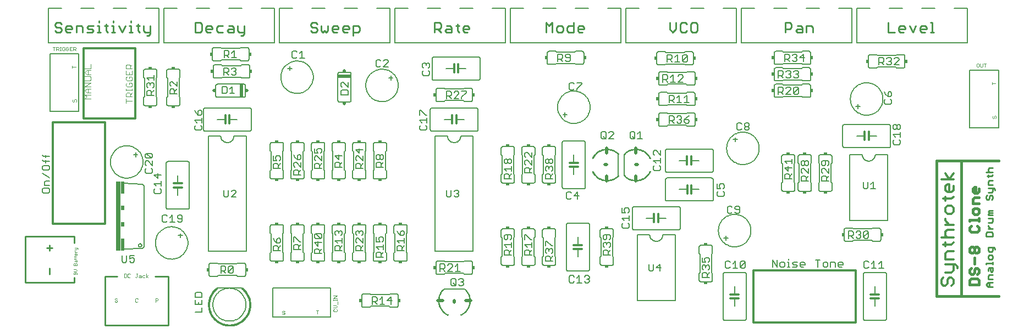
<source format=gto>
G75*
G70*
%OFA0B0*%
%FSLAX24Y24*%
%IPPOS*%
%LPD*%
%AMOC8*
5,1,8,0,0,1.08239X$1,22.5*
%
%ADD10C,0.0110*%
%ADD11C,0.0080*%
%ADD12C,0.0060*%
%ADD13C,0.0130*%
%ADD14C,0.0150*%
%ADD15C,0.0100*%
%ADD16C,0.0160*%
%ADD17C,0.0030*%
%ADD18C,0.0050*%
%ADD19R,0.0300X0.4200*%
%ADD20R,0.0200X0.0750*%
%ADD21R,0.0200X0.0300*%
%ADD22R,0.0200X0.0150*%
%ADD23R,0.0200X0.0800*%
%ADD24C,0.0200*%
%ADD25R,0.0150X0.0200*%
%ADD26R,0.0800X0.0200*%
%ADD27C,0.0120*%
%ADD28C,0.0010*%
%ADD29C,0.0020*%
D10*
X008054Y018634D02*
X008152Y018634D01*
X008251Y018733D01*
X008251Y019225D01*
X007857Y019225D02*
X007857Y018929D01*
X007956Y018831D01*
X008251Y018831D01*
X007624Y018831D02*
X007526Y018929D01*
X007526Y019323D01*
X007428Y019225D02*
X007624Y019225D01*
X007096Y019225D02*
X007096Y018831D01*
X006998Y018831D02*
X007195Y018831D01*
X007096Y019225D02*
X006998Y019225D01*
X007096Y019422D02*
X007096Y019520D01*
X006022Y019520D02*
X006022Y019422D01*
X006022Y019225D02*
X005924Y019225D01*
X006022Y019225D02*
X006022Y018831D01*
X005924Y018831D02*
X006120Y018831D01*
X005691Y018831D02*
X005592Y018929D01*
X005592Y019323D01*
X005494Y019225D02*
X005691Y019225D01*
X005163Y019225D02*
X005163Y018831D01*
X005261Y018831D02*
X005064Y018831D01*
X004813Y018929D02*
X004715Y019028D01*
X004518Y019028D01*
X004420Y019126D01*
X004518Y019225D01*
X004813Y019225D01*
X005064Y019225D02*
X005163Y019225D01*
X005163Y019422D02*
X005163Y019520D01*
X004169Y019126D02*
X004169Y018831D01*
X004420Y018831D02*
X004715Y018831D01*
X004813Y018929D01*
X004169Y019126D02*
X004070Y019225D01*
X003775Y019225D01*
X003775Y018831D01*
X003524Y019028D02*
X003131Y019028D01*
X003131Y019126D02*
X003229Y019225D01*
X003426Y019225D01*
X003524Y019126D01*
X003524Y019028D01*
X003426Y018831D02*
X003229Y018831D01*
X003131Y018929D01*
X003131Y019126D01*
X002880Y019028D02*
X002880Y018929D01*
X002781Y018831D01*
X002585Y018831D01*
X002486Y018929D01*
X002585Y019126D02*
X002781Y019126D01*
X002880Y019028D01*
X002880Y019323D02*
X002781Y019422D01*
X002585Y019422D01*
X002486Y019323D01*
X002486Y019225D01*
X002585Y019126D01*
X006353Y019225D02*
X006550Y018831D01*
X006747Y019225D01*
X010986Y019422D02*
X010986Y018831D01*
X011281Y018831D01*
X011380Y018929D01*
X011380Y019323D01*
X011281Y019422D01*
X010986Y019422D01*
X011631Y019126D02*
X011729Y019225D01*
X011926Y019225D01*
X012024Y019126D01*
X012024Y019028D01*
X011631Y019028D01*
X011631Y019126D02*
X011631Y018929D01*
X011729Y018831D01*
X011926Y018831D01*
X012275Y018929D02*
X012275Y019126D01*
X012374Y019225D01*
X012669Y019225D01*
X013018Y019225D02*
X013215Y019225D01*
X013313Y019126D01*
X013313Y018831D01*
X013018Y018831D01*
X012920Y018929D01*
X013018Y019028D01*
X013313Y019028D01*
X013564Y018929D02*
X013564Y019225D01*
X013564Y018929D02*
X013663Y018831D01*
X013958Y018831D01*
X013958Y018733D02*
X013860Y018634D01*
X013761Y018634D01*
X013958Y018733D02*
X013958Y019225D01*
X012669Y018831D02*
X012374Y018831D01*
X012275Y018929D01*
X017986Y018929D02*
X018085Y018831D01*
X018281Y018831D01*
X018380Y018929D01*
X018380Y019028D01*
X018281Y019126D01*
X018085Y019126D01*
X017986Y019225D01*
X017986Y019323D01*
X018085Y019422D01*
X018281Y019422D01*
X018380Y019323D01*
X018631Y019225D02*
X018631Y018929D01*
X018729Y018831D01*
X018828Y018929D01*
X018926Y018831D01*
X019024Y018929D01*
X019024Y019225D01*
X019275Y019126D02*
X019275Y018929D01*
X019374Y018831D01*
X019570Y018831D01*
X019669Y019028D02*
X019275Y019028D01*
X019275Y019126D02*
X019374Y019225D01*
X019570Y019225D01*
X019669Y019126D01*
X019669Y019028D01*
X019920Y019028D02*
X020313Y019028D01*
X020313Y019126D01*
X020215Y019225D01*
X020018Y019225D01*
X019920Y019126D01*
X019920Y018929D01*
X020018Y018831D01*
X020215Y018831D01*
X020564Y018831D02*
X020860Y018831D01*
X020958Y018929D01*
X020958Y019126D01*
X020860Y019225D01*
X020564Y019225D01*
X020564Y018634D01*
X025486Y018831D02*
X025486Y019422D01*
X025781Y019422D01*
X025880Y019323D01*
X025880Y019126D01*
X025781Y019028D01*
X025486Y019028D01*
X025683Y019028D02*
X025880Y018831D01*
X026131Y018929D02*
X026229Y019028D01*
X026524Y019028D01*
X026524Y019126D02*
X026524Y018831D01*
X026229Y018831D01*
X026131Y018929D01*
X026229Y019225D02*
X026426Y019225D01*
X026524Y019126D01*
X026775Y019225D02*
X026972Y019225D01*
X026874Y019323D02*
X026874Y018929D01*
X026972Y018831D01*
X027205Y018929D02*
X027205Y019126D01*
X027303Y019225D01*
X027500Y019225D01*
X027599Y019126D01*
X027599Y019028D01*
X027205Y019028D01*
X027205Y018929D02*
X027303Y018831D01*
X027500Y018831D01*
X032236Y018831D02*
X032236Y019422D01*
X032433Y019225D01*
X032630Y019422D01*
X032630Y018831D01*
X032881Y018929D02*
X032979Y018831D01*
X033176Y018831D01*
X033274Y018929D01*
X033274Y019126D01*
X033176Y019225D01*
X032979Y019225D01*
X032881Y019126D01*
X032881Y018929D01*
X033525Y018929D02*
X033525Y019126D01*
X033624Y019225D01*
X033919Y019225D01*
X033919Y019422D02*
X033919Y018831D01*
X033624Y018831D01*
X033525Y018929D01*
X034170Y018929D02*
X034170Y019126D01*
X034268Y019225D01*
X034465Y019225D01*
X034563Y019126D01*
X034563Y019028D01*
X034170Y019028D01*
X034170Y018929D02*
X034268Y018831D01*
X034465Y018831D01*
X039736Y019028D02*
X039933Y018831D01*
X040130Y019028D01*
X040130Y019422D01*
X040381Y019323D02*
X040381Y018929D01*
X040479Y018831D01*
X040676Y018831D01*
X040774Y018929D01*
X041025Y018929D02*
X041124Y018831D01*
X041320Y018831D01*
X041419Y018929D01*
X041419Y019323D01*
X041320Y019422D01*
X041124Y019422D01*
X041025Y019323D01*
X041025Y018929D01*
X040774Y019323D02*
X040676Y019422D01*
X040479Y019422D01*
X040381Y019323D01*
X039736Y019422D02*
X039736Y019028D01*
X046736Y019028D02*
X047031Y019028D01*
X047130Y019126D01*
X047130Y019323D01*
X047031Y019422D01*
X046736Y019422D01*
X046736Y018831D01*
X047381Y018929D02*
X047479Y019028D01*
X047774Y019028D01*
X047774Y019126D02*
X047774Y018831D01*
X047479Y018831D01*
X047381Y018929D01*
X047479Y019225D02*
X047676Y019225D01*
X047774Y019126D01*
X048025Y019225D02*
X048320Y019225D01*
X048419Y019126D01*
X048419Y018831D01*
X048025Y018831D02*
X048025Y019225D01*
X052986Y019422D02*
X052986Y018831D01*
X053380Y018831D01*
X053631Y018929D02*
X053631Y019126D01*
X053729Y019225D01*
X053926Y019225D01*
X054024Y019126D01*
X054024Y019028D01*
X053631Y019028D01*
X053631Y018929D02*
X053729Y018831D01*
X053926Y018831D01*
X054275Y019225D02*
X054472Y018831D01*
X054669Y019225D01*
X054920Y019126D02*
X054920Y018929D01*
X055018Y018831D01*
X055215Y018831D01*
X055313Y019028D02*
X054920Y019028D01*
X054920Y019126D02*
X055018Y019225D01*
X055215Y019225D01*
X055313Y019126D01*
X055313Y019028D01*
X055564Y018831D02*
X055761Y018831D01*
X055663Y018831D02*
X055663Y019422D01*
X055564Y019422D01*
D11*
X055809Y020276D02*
X055022Y020276D01*
X053841Y020276D02*
X053053Y020276D01*
X051872Y020276D02*
X051085Y020276D01*
X051085Y018189D01*
X057778Y018189D01*
X057778Y020276D01*
X056990Y020276D01*
X050778Y020276D02*
X050778Y018189D01*
X044085Y018189D01*
X044085Y020276D01*
X044872Y020276D01*
X043778Y020276D02*
X042990Y020276D01*
X043778Y020276D02*
X043778Y018189D01*
X037085Y018189D01*
X037085Y020276D01*
X037872Y020276D01*
X036778Y020276D02*
X035990Y020276D01*
X036778Y020276D02*
X036778Y018189D01*
X030085Y018189D01*
X030085Y020276D01*
X030872Y020276D01*
X029778Y020276D02*
X028990Y020276D01*
X029778Y020276D02*
X029778Y018189D01*
X023085Y018189D01*
X023085Y020276D01*
X023872Y020276D01*
X022778Y020276D02*
X021990Y020276D01*
X022778Y020276D02*
X022778Y018189D01*
X016085Y018189D01*
X016085Y020276D01*
X016872Y020276D01*
X015778Y020276D02*
X014990Y020276D01*
X015778Y020276D02*
X015778Y018189D01*
X009085Y018189D01*
X009085Y020276D01*
X009872Y020276D01*
X008778Y020276D02*
X007990Y020276D01*
X008778Y020276D02*
X008778Y018189D01*
X002085Y018189D01*
X002085Y020276D01*
X002872Y020276D01*
X004053Y020276D02*
X004841Y020276D01*
X006022Y020276D02*
X006809Y020276D01*
X011053Y020276D02*
X011841Y020276D01*
X013022Y020276D02*
X013809Y020276D01*
X018053Y020276D02*
X018841Y020276D01*
X020022Y020276D02*
X020809Y020276D01*
X025053Y020276D02*
X025841Y020276D01*
X027022Y020276D02*
X027809Y020276D01*
X032053Y020276D02*
X032841Y020276D01*
X034022Y020276D02*
X034809Y020276D01*
X039053Y020276D02*
X039841Y020276D01*
X041022Y020276D02*
X041809Y020276D01*
X046053Y020276D02*
X046841Y020276D01*
X048022Y020276D02*
X048809Y020276D01*
X049990Y020276D02*
X050778Y020276D01*
X051471Y009736D02*
X051471Y009386D01*
X051541Y009316D01*
X051681Y009316D01*
X051751Y009386D01*
X051751Y009736D01*
X051932Y009596D02*
X052072Y009736D01*
X052072Y009316D01*
X051932Y009316D02*
X052212Y009316D01*
X048860Y004986D02*
X048580Y004986D01*
X048720Y004986D02*
X048720Y004566D01*
X049040Y004636D02*
X049110Y004566D01*
X049250Y004566D01*
X049320Y004636D01*
X049320Y004776D01*
X049250Y004846D01*
X049110Y004846D01*
X049040Y004776D01*
X049040Y004636D01*
X049501Y004566D02*
X049501Y004846D01*
X049711Y004846D01*
X049781Y004776D01*
X049781Y004566D01*
X049961Y004636D02*
X049961Y004776D01*
X050031Y004846D01*
X050171Y004846D01*
X050241Y004776D01*
X050241Y004706D01*
X049961Y004706D01*
X049961Y004636D02*
X050031Y004566D01*
X050171Y004566D01*
X047939Y004706D02*
X047659Y004706D01*
X047659Y004636D02*
X047659Y004776D01*
X047729Y004846D01*
X047869Y004846D01*
X047939Y004776D01*
X047939Y004706D01*
X047869Y004566D02*
X047729Y004566D01*
X047659Y004636D01*
X047479Y004636D02*
X047409Y004566D01*
X047199Y004566D01*
X047269Y004706D02*
X047199Y004776D01*
X047269Y004846D01*
X047479Y004846D01*
X047409Y004706D02*
X047269Y004706D01*
X047409Y004706D02*
X047479Y004636D01*
X047032Y004566D02*
X046892Y004566D01*
X046962Y004566D02*
X046962Y004846D01*
X046892Y004846D01*
X046962Y004986D02*
X046962Y005056D01*
X046712Y004776D02*
X046642Y004846D01*
X046502Y004846D01*
X046432Y004776D01*
X046432Y004636D01*
X046502Y004566D01*
X046642Y004566D01*
X046712Y004636D01*
X046712Y004776D01*
X046251Y004566D02*
X046251Y004986D01*
X045971Y004986D02*
X046251Y004566D01*
X045971Y004566D02*
X045971Y004986D01*
X039212Y004526D02*
X038932Y004526D01*
X039142Y004736D01*
X039142Y004316D01*
X038751Y004386D02*
X038751Y004736D01*
X038471Y004736D02*
X038471Y004386D01*
X038541Y004316D01*
X038681Y004316D01*
X038751Y004386D01*
X026962Y008886D02*
X026892Y008816D01*
X026752Y008816D01*
X026682Y008886D01*
X026501Y008886D02*
X026501Y009236D01*
X026682Y009166D02*
X026752Y009236D01*
X026892Y009236D01*
X026962Y009166D01*
X026962Y009096D01*
X026892Y009026D01*
X026962Y008956D01*
X026962Y008886D01*
X026892Y009026D02*
X026822Y009026D01*
X026501Y008886D02*
X026431Y008816D01*
X026291Y008816D01*
X026221Y008886D01*
X026221Y009236D01*
X020241Y015041D02*
X019821Y015041D01*
X019821Y015251D01*
X019891Y015321D01*
X020171Y015321D01*
X020241Y015251D01*
X020241Y015041D01*
X020241Y015501D02*
X019961Y015782D01*
X019891Y015782D01*
X019821Y015712D01*
X019821Y015571D01*
X019891Y015501D01*
X020241Y015501D02*
X020241Y015782D01*
X013366Y015116D02*
X013086Y015116D01*
X013226Y015116D02*
X013226Y015536D01*
X013086Y015396D01*
X012906Y015466D02*
X012906Y015186D01*
X012836Y015116D01*
X012625Y015116D01*
X012625Y015536D01*
X012836Y015536D01*
X012906Y015466D01*
X002141Y011284D02*
X001791Y011284D01*
X001721Y011354D01*
X001931Y011354D02*
X001931Y011214D01*
X001931Y011048D02*
X001931Y010907D01*
X001791Y010978D02*
X002141Y010978D01*
X002071Y010727D02*
X001791Y010727D01*
X001721Y010657D01*
X001721Y010517D01*
X001791Y010447D01*
X002071Y010447D01*
X002141Y010517D01*
X002141Y010657D01*
X002071Y010727D01*
X001791Y010978D02*
X001721Y011048D01*
X001721Y010267D02*
X002141Y009987D01*
X002141Y009807D02*
X001931Y009807D01*
X001861Y009737D01*
X001861Y009526D01*
X002141Y009526D01*
X002071Y009346D02*
X001791Y009346D01*
X001721Y009276D01*
X001721Y009136D01*
X001791Y009066D01*
X002071Y009066D01*
X002141Y009136D01*
X002141Y009276D01*
X002071Y009346D01*
X006546Y005261D02*
X006546Y004911D01*
X006616Y004841D01*
X006756Y004841D01*
X006826Y004911D01*
X006826Y005261D01*
X007007Y005261D02*
X007007Y005051D01*
X007147Y005121D01*
X007217Y005121D01*
X007287Y005051D01*
X007287Y004911D01*
X007217Y004841D01*
X007077Y004841D01*
X007007Y004911D01*
X007007Y005261D02*
X007287Y005261D01*
X010971Y002947D02*
X011041Y003017D01*
X011321Y003017D01*
X011391Y002947D01*
X011391Y002737D01*
X010971Y002737D01*
X010971Y002947D01*
X010971Y002557D02*
X010971Y002276D01*
X011391Y002276D01*
X011391Y002557D01*
X011181Y002417D02*
X011181Y002276D01*
X011391Y002096D02*
X011391Y001816D01*
X010971Y001816D01*
X012306Y003276D02*
X013806Y003276D01*
X013462Y008816D02*
X013182Y008816D01*
X013462Y009096D01*
X013462Y009166D01*
X013392Y009236D01*
X013252Y009236D01*
X013182Y009166D01*
X013001Y009236D02*
X013001Y008886D01*
X012931Y008816D01*
X012791Y008816D01*
X012721Y008886D01*
X012721Y009236D01*
D12*
X010631Y008176D02*
X010631Y010876D01*
X010629Y010893D01*
X010625Y010910D01*
X010618Y010926D01*
X010608Y010940D01*
X010595Y010953D01*
X010581Y010963D01*
X010565Y010970D01*
X010548Y010974D01*
X010531Y010976D01*
X009331Y010976D01*
X009314Y010974D01*
X009297Y010970D01*
X009281Y010963D01*
X009267Y010953D01*
X009254Y010940D01*
X009244Y010926D01*
X009237Y010910D01*
X009233Y010893D01*
X009231Y010876D01*
X009231Y008176D01*
X009233Y008159D01*
X009237Y008142D01*
X009244Y008126D01*
X009254Y008112D01*
X009267Y008099D01*
X009281Y008089D01*
X009297Y008082D01*
X009314Y008078D01*
X009331Y008076D01*
X010531Y008076D01*
X010548Y008078D01*
X010565Y008082D01*
X010581Y008089D01*
X010595Y008099D01*
X010608Y008112D01*
X010618Y008126D01*
X010625Y008142D01*
X010629Y008159D01*
X010631Y008176D01*
X010127Y007721D02*
X009980Y007721D01*
X009907Y007648D01*
X009907Y007575D01*
X009980Y007501D01*
X010200Y007501D01*
X010200Y007354D02*
X010200Y007648D01*
X010127Y007721D01*
X010200Y007354D02*
X010127Y007281D01*
X009980Y007281D01*
X009907Y007354D01*
X009740Y007281D02*
X009447Y007281D01*
X009593Y007281D02*
X009593Y007721D01*
X009447Y007575D01*
X009280Y007648D02*
X009206Y007721D01*
X009060Y007721D01*
X008986Y007648D01*
X008986Y007354D01*
X009060Y007281D01*
X009206Y007281D01*
X009280Y007354D01*
X010096Y006606D02*
X010096Y006346D01*
X010216Y006476D02*
X009966Y006476D01*
X008572Y006026D02*
X008574Y006088D01*
X008580Y006151D01*
X008590Y006212D01*
X008604Y006273D01*
X008621Y006333D01*
X008642Y006392D01*
X008668Y006449D01*
X008696Y006504D01*
X008728Y006558D01*
X008764Y006609D01*
X008802Y006659D01*
X008844Y006705D01*
X008888Y006749D01*
X008936Y006790D01*
X008985Y006828D01*
X009037Y006862D01*
X009091Y006893D01*
X009147Y006921D01*
X009205Y006945D01*
X009264Y006966D01*
X009324Y006982D01*
X009385Y006995D01*
X009447Y007004D01*
X009509Y007009D01*
X009572Y007010D01*
X009634Y007007D01*
X009696Y007000D01*
X009758Y006989D01*
X009818Y006974D01*
X009878Y006956D01*
X009936Y006934D01*
X009993Y006908D01*
X010048Y006878D01*
X010101Y006845D01*
X010152Y006809D01*
X010200Y006770D01*
X010246Y006727D01*
X010289Y006682D01*
X010329Y006634D01*
X010366Y006584D01*
X010400Y006531D01*
X010431Y006477D01*
X010457Y006421D01*
X010481Y006363D01*
X010500Y006303D01*
X010516Y006243D01*
X010528Y006181D01*
X010536Y006120D01*
X010540Y006057D01*
X010540Y005995D01*
X010536Y005932D01*
X010528Y005871D01*
X010516Y005809D01*
X010500Y005749D01*
X010481Y005689D01*
X010457Y005631D01*
X010431Y005575D01*
X010400Y005521D01*
X010366Y005468D01*
X010329Y005418D01*
X010289Y005370D01*
X010246Y005325D01*
X010200Y005282D01*
X010152Y005243D01*
X010101Y005207D01*
X010048Y005174D01*
X009993Y005144D01*
X009936Y005118D01*
X009878Y005096D01*
X009818Y005078D01*
X009758Y005063D01*
X009696Y005052D01*
X009634Y005045D01*
X009572Y005042D01*
X009509Y005043D01*
X009447Y005048D01*
X009385Y005057D01*
X009324Y005070D01*
X009264Y005086D01*
X009205Y005107D01*
X009147Y005131D01*
X009091Y005159D01*
X009037Y005190D01*
X008985Y005224D01*
X008936Y005262D01*
X008888Y005303D01*
X008844Y005347D01*
X008802Y005393D01*
X008764Y005443D01*
X008728Y005494D01*
X008696Y005548D01*
X008668Y005603D01*
X008642Y005660D01*
X008621Y005719D01*
X008604Y005779D01*
X008590Y005840D01*
X008580Y005901D01*
X008574Y005964D01*
X008572Y006026D01*
X011781Y005526D02*
X014081Y005526D01*
X014081Y012526D01*
X013331Y012526D01*
X013329Y012487D01*
X013323Y012448D01*
X013314Y012410D01*
X013301Y012373D01*
X013284Y012337D01*
X013264Y012304D01*
X013240Y012272D01*
X013214Y012243D01*
X013185Y012217D01*
X013153Y012193D01*
X013120Y012173D01*
X013084Y012156D01*
X013047Y012143D01*
X013009Y012134D01*
X012970Y012128D01*
X012931Y012126D01*
X012892Y012128D01*
X012853Y012134D01*
X012815Y012143D01*
X012778Y012156D01*
X012742Y012173D01*
X012709Y012193D01*
X012677Y012217D01*
X012648Y012243D01*
X012622Y012272D01*
X012598Y012304D01*
X012578Y012337D01*
X012561Y012373D01*
X012548Y012410D01*
X012539Y012448D01*
X012533Y012487D01*
X012531Y012526D01*
X011781Y012526D01*
X011781Y005526D01*
X011925Y004801D02*
X012325Y004801D01*
X012375Y004751D01*
X013487Y004751D01*
X013537Y004801D01*
X013937Y004801D01*
X013954Y004799D01*
X013971Y004795D01*
X013987Y004788D01*
X014001Y004778D01*
X014014Y004765D01*
X014024Y004751D01*
X014031Y004735D01*
X014035Y004718D01*
X014037Y004701D01*
X014037Y004101D01*
X014035Y004084D01*
X014031Y004067D01*
X014024Y004051D01*
X014014Y004037D01*
X014001Y004024D01*
X013987Y004014D01*
X013971Y004007D01*
X013954Y004003D01*
X013937Y004001D01*
X013537Y004001D01*
X013487Y004051D01*
X012375Y004051D01*
X012325Y004001D01*
X011925Y004001D01*
X011908Y004003D01*
X011891Y004007D01*
X011875Y004014D01*
X011861Y004024D01*
X011848Y004037D01*
X011838Y004051D01*
X011831Y004067D01*
X011827Y004084D01*
X011825Y004101D01*
X011825Y004701D01*
X011827Y004718D01*
X011831Y004735D01*
X011838Y004751D01*
X011848Y004765D01*
X011861Y004778D01*
X011875Y004788D01*
X011891Y004795D01*
X011908Y004799D01*
X011925Y004801D01*
X012540Y004621D02*
X012761Y004621D01*
X012834Y004548D01*
X012834Y004401D01*
X012761Y004328D01*
X012540Y004328D01*
X012540Y004181D02*
X012540Y004621D01*
X013001Y004548D02*
X013074Y004621D01*
X013221Y004621D01*
X013294Y004548D01*
X013001Y004254D01*
X013074Y004181D01*
X013221Y004181D01*
X013294Y004254D01*
X013294Y004548D01*
X013001Y004548D02*
X013001Y004254D01*
X012834Y004181D02*
X012687Y004328D01*
X015531Y005020D02*
X015531Y005420D01*
X015581Y005470D01*
X015581Y006582D01*
X015531Y006632D01*
X015531Y007032D01*
X015533Y007049D01*
X015537Y007066D01*
X015544Y007082D01*
X015554Y007096D01*
X015567Y007109D01*
X015581Y007119D01*
X015597Y007126D01*
X015614Y007130D01*
X015631Y007132D01*
X016231Y007132D01*
X016248Y007130D01*
X016265Y007126D01*
X016281Y007119D01*
X016295Y007109D01*
X016308Y007096D01*
X016318Y007082D01*
X016325Y007066D01*
X016329Y007049D01*
X016331Y007032D01*
X016331Y006632D01*
X016281Y006582D01*
X016281Y005470D01*
X016331Y005420D01*
X016331Y005020D01*
X016329Y005003D01*
X016325Y004986D01*
X016318Y004970D01*
X016308Y004956D01*
X016295Y004943D01*
X016281Y004933D01*
X016265Y004926D01*
X016248Y004922D01*
X016231Y004920D01*
X015631Y004920D01*
X015614Y004922D01*
X015597Y004926D01*
X015581Y004933D01*
X015567Y004943D01*
X015554Y004956D01*
X015544Y004970D01*
X015537Y004986D01*
X015533Y005003D01*
X015531Y005020D01*
X015711Y005556D02*
X015711Y005776D01*
X015784Y005850D01*
X015931Y005850D01*
X016004Y005776D01*
X016004Y005556D01*
X016004Y005703D02*
X016151Y005850D01*
X016078Y006016D02*
X016151Y006090D01*
X016151Y006237D01*
X016078Y006310D01*
X016004Y006310D01*
X015931Y006237D01*
X015931Y006016D01*
X016078Y006016D01*
X015931Y006016D02*
X015784Y006163D01*
X015711Y006310D01*
X016781Y006632D02*
X016831Y006582D01*
X016831Y005470D01*
X016781Y005420D01*
X016781Y005020D01*
X016783Y005003D01*
X016787Y004986D01*
X016794Y004970D01*
X016804Y004956D01*
X016817Y004943D01*
X016831Y004933D01*
X016847Y004926D01*
X016864Y004922D01*
X016881Y004920D01*
X017481Y004920D01*
X017498Y004922D01*
X017515Y004926D01*
X017531Y004933D01*
X017545Y004943D01*
X017558Y004956D01*
X017568Y004970D01*
X017575Y004986D01*
X017579Y005003D01*
X017581Y005020D01*
X017581Y005420D01*
X017531Y005470D01*
X017531Y006582D01*
X017581Y006632D01*
X017581Y007032D01*
X017579Y007049D01*
X017575Y007066D01*
X017568Y007082D01*
X017558Y007096D01*
X017545Y007109D01*
X017531Y007119D01*
X017515Y007126D01*
X017498Y007130D01*
X017481Y007132D01*
X016881Y007132D01*
X016864Y007130D01*
X016847Y007126D01*
X016831Y007119D01*
X016817Y007109D01*
X016804Y007096D01*
X016794Y007082D01*
X016787Y007066D01*
X016783Y007049D01*
X016781Y007032D01*
X016781Y006632D01*
X016961Y006389D02*
X017034Y006389D01*
X017328Y006096D01*
X017401Y006096D01*
X017401Y005929D02*
X017254Y005782D01*
X017254Y005855D02*
X017254Y005635D01*
X017401Y005635D02*
X016961Y005635D01*
X016961Y005855D01*
X017034Y005929D01*
X017181Y005929D01*
X017254Y005855D01*
X016961Y006096D02*
X016961Y006389D01*
X018031Y006632D02*
X018031Y007032D01*
X018033Y007049D01*
X018037Y007066D01*
X018044Y007082D01*
X018054Y007096D01*
X018067Y007109D01*
X018081Y007119D01*
X018097Y007126D01*
X018114Y007130D01*
X018131Y007132D01*
X018731Y007132D01*
X018748Y007130D01*
X018765Y007126D01*
X018781Y007119D01*
X018795Y007109D01*
X018808Y007096D01*
X018818Y007082D01*
X018825Y007066D01*
X018829Y007049D01*
X018831Y007032D01*
X018831Y006632D01*
X018781Y006582D01*
X018781Y005470D01*
X018831Y005420D01*
X018831Y005020D01*
X018829Y005003D01*
X018825Y004986D01*
X018818Y004970D01*
X018808Y004956D01*
X018795Y004943D01*
X018781Y004933D01*
X018765Y004926D01*
X018748Y004922D01*
X018731Y004920D01*
X018131Y004920D01*
X018114Y004922D01*
X018097Y004926D01*
X018081Y004933D01*
X018067Y004943D01*
X018054Y004956D01*
X018044Y004970D01*
X018037Y004986D01*
X018033Y005003D01*
X018031Y005020D01*
X018031Y005420D01*
X018081Y005470D01*
X018081Y006582D01*
X018031Y006632D01*
X018211Y006522D02*
X018211Y006375D01*
X018284Y006302D01*
X018578Y006302D01*
X018284Y006595D01*
X018578Y006595D01*
X018651Y006522D01*
X018651Y006375D01*
X018578Y006302D01*
X018431Y006135D02*
X018431Y005841D01*
X018211Y006062D01*
X018651Y006062D01*
X019461Y006163D02*
X019901Y006163D01*
X019901Y006016D02*
X019901Y006310D01*
X019828Y006477D02*
X019901Y006550D01*
X019901Y006697D01*
X019828Y006770D01*
X019754Y006770D01*
X019681Y006697D01*
X019681Y006624D01*
X019681Y006697D02*
X019608Y006770D01*
X019534Y006770D01*
X019461Y006697D01*
X019461Y006550D01*
X019534Y006477D01*
X019331Y006582D02*
X019331Y005470D01*
X019281Y005420D01*
X019281Y005020D01*
X019283Y005003D01*
X019287Y004986D01*
X019294Y004970D01*
X019304Y004956D01*
X019317Y004943D01*
X019331Y004933D01*
X019347Y004926D01*
X019364Y004922D01*
X019381Y004920D01*
X019981Y004920D01*
X019998Y004922D01*
X020015Y004926D01*
X020031Y004933D01*
X020045Y004943D01*
X020058Y004956D01*
X020068Y004970D01*
X020075Y004986D01*
X020079Y005003D01*
X020081Y005020D01*
X020081Y005420D01*
X020031Y005470D01*
X020031Y006582D01*
X020081Y006632D01*
X020081Y007032D01*
X020079Y007049D01*
X020075Y007066D01*
X020068Y007082D01*
X020058Y007096D01*
X020045Y007109D01*
X020031Y007119D01*
X020015Y007126D01*
X019998Y007130D01*
X019981Y007132D01*
X019381Y007132D01*
X019364Y007130D01*
X019347Y007126D01*
X019331Y007119D01*
X019317Y007109D01*
X019304Y007096D01*
X019294Y007082D01*
X019287Y007066D01*
X019283Y007049D01*
X019281Y007032D01*
X019281Y006632D01*
X019331Y006582D01*
X019461Y006163D02*
X019608Y006016D01*
X019681Y005850D02*
X019754Y005776D01*
X019754Y005556D01*
X019754Y005703D02*
X019901Y005850D01*
X019681Y005850D02*
X019534Y005850D01*
X019461Y005776D01*
X019461Y005556D01*
X019901Y005556D01*
X020531Y005420D02*
X020581Y005470D01*
X020581Y006582D01*
X020531Y006632D01*
X020531Y007032D01*
X020533Y007049D01*
X020537Y007066D01*
X020544Y007082D01*
X020554Y007096D01*
X020567Y007109D01*
X020581Y007119D01*
X020597Y007126D01*
X020614Y007130D01*
X020631Y007132D01*
X021231Y007132D01*
X021248Y007130D01*
X021265Y007126D01*
X021281Y007119D01*
X021295Y007109D01*
X021308Y007096D01*
X021318Y007082D01*
X021325Y007066D01*
X021329Y007049D01*
X021331Y007032D01*
X021331Y006632D01*
X021281Y006582D01*
X021281Y005470D01*
X021331Y005420D01*
X021331Y005020D01*
X021329Y005003D01*
X021325Y004986D01*
X021318Y004970D01*
X021308Y004956D01*
X021295Y004943D01*
X021281Y004933D01*
X021265Y004926D01*
X021248Y004922D01*
X021231Y004920D01*
X020631Y004920D01*
X020614Y004922D01*
X020597Y004926D01*
X020581Y004933D01*
X020567Y004943D01*
X020554Y004956D01*
X020544Y004970D01*
X020537Y004986D01*
X020533Y005003D01*
X020531Y005020D01*
X020531Y005420D01*
X020711Y005556D02*
X020711Y005776D01*
X020784Y005850D01*
X020931Y005850D01*
X021004Y005776D01*
X021004Y005556D01*
X021004Y005703D02*
X021151Y005850D01*
X021151Y006016D02*
X020858Y006310D01*
X020784Y006310D01*
X020711Y006237D01*
X020711Y006090D01*
X020784Y006016D01*
X021151Y006016D02*
X021151Y006310D01*
X021078Y006477D02*
X021151Y006550D01*
X021151Y006697D01*
X021078Y006770D01*
X021004Y006770D01*
X020931Y006697D01*
X020931Y006624D01*
X020931Y006697D02*
X020858Y006770D01*
X020784Y006770D01*
X020711Y006697D01*
X020711Y006550D01*
X020784Y006477D01*
X021781Y006632D02*
X021781Y007032D01*
X021783Y007049D01*
X021787Y007066D01*
X021794Y007082D01*
X021804Y007096D01*
X021817Y007109D01*
X021831Y007119D01*
X021847Y007126D01*
X021864Y007130D01*
X021881Y007132D01*
X022481Y007132D01*
X022498Y007130D01*
X022515Y007126D01*
X022531Y007119D01*
X022545Y007109D01*
X022558Y007096D01*
X022568Y007082D01*
X022575Y007066D01*
X022579Y007049D01*
X022581Y007032D01*
X022581Y006632D01*
X022531Y006582D01*
X022531Y005470D01*
X022581Y005420D01*
X022581Y005020D01*
X022579Y005003D01*
X022575Y004986D01*
X022568Y004970D01*
X022558Y004956D01*
X022545Y004943D01*
X022531Y004933D01*
X022515Y004926D01*
X022498Y004922D01*
X022481Y004920D01*
X021881Y004920D01*
X021864Y004922D01*
X021847Y004926D01*
X021831Y004933D01*
X021817Y004943D01*
X021804Y004956D01*
X021794Y004970D01*
X021787Y004986D01*
X021783Y005003D01*
X021781Y005020D01*
X021781Y005420D01*
X021831Y005470D01*
X021831Y006582D01*
X021781Y006632D01*
X021961Y006389D02*
X021961Y006096D01*
X022181Y006096D01*
X022108Y006242D01*
X022108Y006316D01*
X022181Y006389D01*
X022328Y006389D01*
X022401Y006316D01*
X022401Y006169D01*
X022328Y006096D01*
X022401Y005929D02*
X022401Y005635D01*
X022401Y005782D02*
X021961Y005782D01*
X022108Y005635D01*
X022181Y005469D02*
X022254Y005395D01*
X022254Y005175D01*
X022254Y005322D02*
X022401Y005469D01*
X022181Y005469D02*
X022034Y005469D01*
X021961Y005395D01*
X021961Y005175D01*
X022401Y005175D01*
X023031Y005020D02*
X023031Y005420D01*
X023081Y005470D01*
X023081Y006582D01*
X023031Y006632D01*
X023031Y007032D01*
X023033Y007049D01*
X023037Y007066D01*
X023044Y007082D01*
X023054Y007096D01*
X023067Y007109D01*
X023081Y007119D01*
X023097Y007126D01*
X023114Y007130D01*
X023131Y007132D01*
X023731Y007132D01*
X023748Y007130D01*
X023765Y007126D01*
X023781Y007119D01*
X023795Y007109D01*
X023808Y007096D01*
X023818Y007082D01*
X023825Y007066D01*
X023829Y007049D01*
X023831Y007032D01*
X023831Y006632D01*
X023781Y006582D01*
X023781Y005470D01*
X023831Y005420D01*
X023831Y005020D01*
X023829Y005003D01*
X023825Y004986D01*
X023818Y004970D01*
X023808Y004956D01*
X023795Y004943D01*
X023781Y004933D01*
X023765Y004926D01*
X023748Y004922D01*
X023731Y004920D01*
X023131Y004920D01*
X023114Y004922D01*
X023097Y004926D01*
X023081Y004933D01*
X023067Y004943D01*
X023054Y004956D01*
X023044Y004970D01*
X023037Y004986D01*
X023033Y005003D01*
X023031Y005020D01*
X023211Y005556D02*
X023211Y005776D01*
X023284Y005850D01*
X023431Y005850D01*
X023504Y005776D01*
X023504Y005556D01*
X023504Y005703D02*
X023651Y005850D01*
X023651Y006016D02*
X023651Y006310D01*
X023651Y006163D02*
X023211Y006163D01*
X023358Y006016D01*
X023431Y006477D02*
X023431Y006697D01*
X023504Y006770D01*
X023578Y006770D01*
X023651Y006697D01*
X023651Y006550D01*
X023578Y006477D01*
X023431Y006477D01*
X023284Y006624D01*
X023211Y006770D01*
X023211Y005556D02*
X023651Y005556D01*
X025531Y005526D02*
X027831Y005526D01*
X027831Y012526D01*
X027081Y012526D01*
X027079Y012487D01*
X027073Y012448D01*
X027064Y012410D01*
X027051Y012373D01*
X027034Y012337D01*
X027014Y012304D01*
X026990Y012272D01*
X026964Y012243D01*
X026935Y012217D01*
X026903Y012193D01*
X026870Y012173D01*
X026834Y012156D01*
X026797Y012143D01*
X026759Y012134D01*
X026720Y012128D01*
X026681Y012126D01*
X026642Y012128D01*
X026603Y012134D01*
X026565Y012143D01*
X026528Y012156D01*
X026492Y012173D01*
X026459Y012193D01*
X026427Y012217D01*
X026398Y012243D01*
X026372Y012272D01*
X026348Y012304D01*
X026328Y012337D01*
X026311Y012373D01*
X026298Y012410D01*
X026289Y012448D01*
X026283Y012487D01*
X026281Y012526D01*
X025531Y012526D01*
X025531Y005526D01*
X025675Y004926D02*
X026075Y004926D01*
X026125Y004876D01*
X027237Y004876D01*
X027287Y004926D01*
X027687Y004926D01*
X027704Y004924D01*
X027721Y004920D01*
X027737Y004913D01*
X027751Y004903D01*
X027764Y004890D01*
X027774Y004876D01*
X027781Y004860D01*
X027785Y004843D01*
X027787Y004826D01*
X027787Y004226D01*
X027785Y004209D01*
X027781Y004192D01*
X027774Y004176D01*
X027764Y004162D01*
X027751Y004149D01*
X027737Y004139D01*
X027721Y004132D01*
X027704Y004128D01*
X027687Y004126D01*
X027287Y004126D01*
X027237Y004176D01*
X026125Y004176D01*
X026075Y004126D01*
X025675Y004126D01*
X025658Y004128D01*
X025641Y004132D01*
X025625Y004139D01*
X025611Y004149D01*
X025598Y004162D01*
X025588Y004176D01*
X025581Y004192D01*
X025577Y004209D01*
X025575Y004226D01*
X025575Y004826D01*
X025577Y004843D01*
X025581Y004860D01*
X025588Y004876D01*
X025598Y004890D01*
X025611Y004903D01*
X025625Y004913D01*
X025641Y004920D01*
X025658Y004924D01*
X025675Y004926D01*
X025830Y004746D02*
X026050Y004746D01*
X026124Y004673D01*
X026124Y004526D01*
X026050Y004453D01*
X025830Y004453D01*
X025977Y004453D02*
X026124Y004306D01*
X026290Y004306D02*
X026584Y004600D01*
X026584Y004673D01*
X026511Y004746D01*
X026364Y004746D01*
X026290Y004673D01*
X025830Y004746D02*
X025830Y004306D01*
X026290Y004306D02*
X026584Y004306D01*
X026751Y004306D02*
X027044Y004306D01*
X026898Y004306D02*
X026898Y004746D01*
X026751Y004600D01*
X026706Y003871D02*
X026780Y003798D01*
X026780Y003504D01*
X026706Y003431D01*
X026560Y003431D01*
X026486Y003504D01*
X026486Y003798D01*
X026560Y003871D01*
X026706Y003871D01*
X026947Y003798D02*
X027020Y003871D01*
X027167Y003871D01*
X027240Y003798D01*
X027240Y003725D01*
X027167Y003651D01*
X027240Y003578D01*
X027240Y003504D01*
X027167Y003431D01*
X027020Y003431D01*
X026947Y003504D01*
X026780Y003431D02*
X026633Y003578D01*
X027093Y003651D02*
X027167Y003651D01*
X027323Y003226D02*
X026039Y003226D01*
X023287Y002826D02*
X023287Y002226D01*
X023285Y002209D01*
X023281Y002192D01*
X023274Y002176D01*
X023264Y002162D01*
X023251Y002149D01*
X023237Y002139D01*
X023221Y002132D01*
X023204Y002128D01*
X023187Y002126D01*
X022787Y002126D01*
X022737Y002176D01*
X021625Y002176D01*
X021575Y002126D01*
X021175Y002126D01*
X021158Y002128D01*
X021141Y002132D01*
X021125Y002139D01*
X021111Y002149D01*
X021098Y002162D01*
X021088Y002176D01*
X021081Y002192D01*
X021077Y002209D01*
X021075Y002226D01*
X021075Y002826D01*
X021077Y002843D01*
X021081Y002860D01*
X021088Y002876D01*
X021098Y002890D01*
X021111Y002903D01*
X021125Y002913D01*
X021141Y002920D01*
X021158Y002924D01*
X021175Y002926D01*
X021575Y002926D01*
X021625Y002876D01*
X022737Y002876D01*
X022787Y002926D01*
X023187Y002926D01*
X023204Y002924D01*
X023221Y002920D01*
X023237Y002913D01*
X023251Y002903D01*
X023264Y002890D01*
X023274Y002876D01*
X023281Y002860D01*
X023285Y002843D01*
X023287Y002826D01*
X022852Y002746D02*
X022632Y002526D01*
X022925Y002526D01*
X022852Y002306D02*
X022852Y002746D01*
X022318Y002746D02*
X022318Y002306D01*
X022172Y002306D02*
X022465Y002306D01*
X022172Y002600D02*
X022318Y002746D01*
X022005Y002673D02*
X022005Y002526D01*
X021931Y002453D01*
X021711Y002453D01*
X021711Y002306D02*
X021711Y002746D01*
X021931Y002746D01*
X022005Y002673D01*
X021858Y002453D02*
X022005Y002306D01*
X018651Y005381D02*
X018211Y005381D01*
X018211Y005601D01*
X018284Y005675D01*
X018431Y005675D01*
X018504Y005601D01*
X018504Y005381D01*
X018504Y005528D02*
X018651Y005675D01*
X020711Y005556D02*
X021151Y005556D01*
X018284Y006595D02*
X018211Y006522D01*
X016151Y005556D02*
X015711Y005556D01*
X012056Y002276D02*
X012058Y002339D01*
X012064Y002401D01*
X012074Y002463D01*
X012087Y002525D01*
X012105Y002585D01*
X012126Y002644D01*
X012151Y002702D01*
X012180Y002758D01*
X012212Y002812D01*
X012247Y002864D01*
X012285Y002913D01*
X012327Y002961D01*
X012371Y003005D01*
X012419Y003047D01*
X012468Y003085D01*
X012520Y003120D01*
X012574Y003152D01*
X012630Y003181D01*
X012688Y003206D01*
X012747Y003227D01*
X012807Y003245D01*
X012869Y003258D01*
X012931Y003268D01*
X012993Y003274D01*
X013056Y003276D01*
X013119Y003274D01*
X013181Y003268D01*
X013243Y003258D01*
X013305Y003245D01*
X013365Y003227D01*
X013424Y003206D01*
X013482Y003181D01*
X013538Y003152D01*
X013592Y003120D01*
X013644Y003085D01*
X013693Y003047D01*
X013741Y003005D01*
X013785Y002961D01*
X013827Y002913D01*
X013865Y002864D01*
X013900Y002812D01*
X013932Y002758D01*
X013961Y002702D01*
X013986Y002644D01*
X014007Y002585D01*
X014025Y002525D01*
X014038Y002463D01*
X014048Y002401D01*
X014054Y002339D01*
X014056Y002276D01*
X014054Y002213D01*
X014048Y002151D01*
X014038Y002089D01*
X014025Y002027D01*
X014007Y001967D01*
X013986Y001908D01*
X013961Y001850D01*
X013932Y001794D01*
X013900Y001740D01*
X013865Y001688D01*
X013827Y001639D01*
X013785Y001591D01*
X013741Y001547D01*
X013693Y001505D01*
X013644Y001467D01*
X013592Y001432D01*
X013538Y001400D01*
X013482Y001371D01*
X013424Y001346D01*
X013365Y001325D01*
X013305Y001307D01*
X013243Y001294D01*
X013181Y001284D01*
X013119Y001278D01*
X013056Y001276D01*
X012993Y001278D01*
X012931Y001284D01*
X012869Y001294D01*
X012807Y001307D01*
X012747Y001325D01*
X012688Y001346D01*
X012630Y001371D01*
X012574Y001400D01*
X012520Y001432D01*
X012468Y001467D01*
X012419Y001505D01*
X012371Y001547D01*
X012327Y001591D01*
X012285Y001639D01*
X012247Y001688D01*
X012212Y001740D01*
X012180Y001794D01*
X012151Y001850D01*
X012126Y001908D01*
X012105Y001967D01*
X012087Y002027D01*
X012074Y002089D01*
X012064Y002151D01*
X012058Y002213D01*
X012056Y002276D01*
X009931Y008926D02*
X009931Y009396D01*
X009931Y009646D02*
X009931Y010126D01*
X008926Y010172D02*
X008486Y010172D01*
X008706Y009952D01*
X008706Y010245D01*
X008401Y010329D02*
X008401Y010476D01*
X008328Y010550D01*
X008401Y010716D02*
X008108Y011010D01*
X008034Y011010D01*
X007961Y010937D01*
X007961Y010790D01*
X008034Y010716D01*
X008034Y010550D02*
X007961Y010476D01*
X007961Y010329D01*
X008034Y010256D01*
X008328Y010256D01*
X008401Y010329D01*
X008401Y010716D02*
X008401Y011010D01*
X008328Y011177D02*
X008034Y011470D01*
X008328Y011470D01*
X008401Y011397D01*
X008401Y011250D01*
X008328Y011177D01*
X008034Y011177D01*
X007961Y011250D01*
X007961Y011397D01*
X008034Y011470D01*
X007491Y011401D02*
X007241Y011401D01*
X007371Y011271D02*
X007371Y011531D01*
X005847Y010951D02*
X005849Y011013D01*
X005855Y011076D01*
X005865Y011137D01*
X005879Y011198D01*
X005896Y011258D01*
X005917Y011317D01*
X005943Y011374D01*
X005971Y011429D01*
X006003Y011483D01*
X006039Y011534D01*
X006077Y011584D01*
X006119Y011630D01*
X006163Y011674D01*
X006211Y011715D01*
X006260Y011753D01*
X006312Y011787D01*
X006366Y011818D01*
X006422Y011846D01*
X006480Y011870D01*
X006539Y011891D01*
X006599Y011907D01*
X006660Y011920D01*
X006722Y011929D01*
X006784Y011934D01*
X006847Y011935D01*
X006909Y011932D01*
X006971Y011925D01*
X007033Y011914D01*
X007093Y011899D01*
X007153Y011881D01*
X007211Y011859D01*
X007268Y011833D01*
X007323Y011803D01*
X007376Y011770D01*
X007427Y011734D01*
X007475Y011695D01*
X007521Y011652D01*
X007564Y011607D01*
X007604Y011559D01*
X007641Y011509D01*
X007675Y011456D01*
X007706Y011402D01*
X007732Y011346D01*
X007756Y011288D01*
X007775Y011228D01*
X007791Y011168D01*
X007803Y011106D01*
X007811Y011045D01*
X007815Y010982D01*
X007815Y010920D01*
X007811Y010857D01*
X007803Y010796D01*
X007791Y010734D01*
X007775Y010674D01*
X007756Y010614D01*
X007732Y010556D01*
X007706Y010500D01*
X007675Y010446D01*
X007641Y010393D01*
X007604Y010343D01*
X007564Y010295D01*
X007521Y010250D01*
X007475Y010207D01*
X007427Y010168D01*
X007376Y010132D01*
X007323Y010099D01*
X007268Y010069D01*
X007211Y010043D01*
X007153Y010021D01*
X007093Y010003D01*
X007033Y009988D01*
X006971Y009977D01*
X006909Y009970D01*
X006847Y009967D01*
X006784Y009968D01*
X006722Y009973D01*
X006660Y009982D01*
X006599Y009995D01*
X006539Y010011D01*
X006480Y010032D01*
X006422Y010056D01*
X006366Y010084D01*
X006312Y010115D01*
X006260Y010149D01*
X006211Y010187D01*
X006163Y010228D01*
X006119Y010272D01*
X006077Y010318D01*
X006039Y010368D01*
X006003Y010419D01*
X005971Y010473D01*
X005943Y010528D01*
X005917Y010585D01*
X005896Y010644D01*
X005879Y010704D01*
X005865Y010765D01*
X005855Y010826D01*
X005849Y010889D01*
X005847Y010951D01*
X008486Y009638D02*
X008926Y009638D01*
X008926Y009491D02*
X008926Y009785D01*
X008633Y009491D02*
X008486Y009638D01*
X008559Y009325D02*
X008486Y009251D01*
X008486Y009104D01*
X008559Y009031D01*
X008853Y009031D01*
X008926Y009104D01*
X008926Y009251D01*
X008853Y009325D01*
X015531Y010020D02*
X015531Y010420D01*
X015581Y010470D01*
X015581Y011582D01*
X015531Y011632D01*
X015531Y012032D01*
X015533Y012049D01*
X015537Y012066D01*
X015544Y012082D01*
X015554Y012096D01*
X015567Y012109D01*
X015581Y012119D01*
X015597Y012126D01*
X015614Y012130D01*
X015631Y012132D01*
X016231Y012132D01*
X016248Y012130D01*
X016265Y012126D01*
X016281Y012119D01*
X016295Y012109D01*
X016308Y012096D01*
X016318Y012082D01*
X016325Y012066D01*
X016329Y012049D01*
X016331Y012032D01*
X016331Y011632D01*
X016281Y011582D01*
X016281Y010470D01*
X016331Y010420D01*
X016331Y010020D01*
X016329Y010003D01*
X016325Y009986D01*
X016318Y009970D01*
X016308Y009956D01*
X016295Y009943D01*
X016281Y009933D01*
X016265Y009926D01*
X016248Y009922D01*
X016231Y009920D01*
X015631Y009920D01*
X015614Y009922D01*
X015597Y009926D01*
X015581Y009933D01*
X015567Y009943D01*
X015554Y009956D01*
X015544Y009970D01*
X015537Y009986D01*
X015533Y010003D01*
X015531Y010020D01*
X015711Y010556D02*
X015711Y010776D01*
X015784Y010850D01*
X015931Y010850D01*
X016004Y010776D01*
X016004Y010556D01*
X016004Y010703D02*
X016151Y010850D01*
X016078Y011016D02*
X016151Y011090D01*
X016151Y011237D01*
X016078Y011310D01*
X015931Y011310D01*
X015858Y011237D01*
X015858Y011163D01*
X015931Y011016D01*
X015711Y011016D01*
X015711Y011310D01*
X016781Y011632D02*
X016831Y011582D01*
X016831Y010470D01*
X016781Y010420D01*
X016781Y010020D01*
X016783Y010003D01*
X016787Y009986D01*
X016794Y009970D01*
X016804Y009956D01*
X016817Y009943D01*
X016831Y009933D01*
X016847Y009926D01*
X016864Y009922D01*
X016881Y009920D01*
X017481Y009920D01*
X017498Y009922D01*
X017515Y009926D01*
X017531Y009933D01*
X017545Y009943D01*
X017558Y009956D01*
X017568Y009970D01*
X017575Y009986D01*
X017579Y010003D01*
X017581Y010020D01*
X017581Y010420D01*
X017531Y010470D01*
X017531Y011582D01*
X017581Y011632D01*
X017581Y012032D01*
X017579Y012049D01*
X017575Y012066D01*
X017568Y012082D01*
X017558Y012096D01*
X017545Y012109D01*
X017531Y012119D01*
X017515Y012126D01*
X017498Y012130D01*
X017481Y012132D01*
X016881Y012132D01*
X016864Y012130D01*
X016847Y012126D01*
X016831Y012119D01*
X016817Y012109D01*
X016804Y012096D01*
X016794Y012082D01*
X016787Y012066D01*
X016783Y012049D01*
X016781Y012032D01*
X016781Y011632D01*
X016961Y011389D02*
X017034Y011242D01*
X017181Y011096D01*
X017181Y011316D01*
X017254Y011389D01*
X017328Y011389D01*
X017401Y011316D01*
X017401Y011169D01*
X017328Y011096D01*
X017181Y011096D01*
X017108Y010929D02*
X017034Y010929D01*
X016961Y010855D01*
X016961Y010709D01*
X017034Y010635D01*
X017034Y010469D02*
X017181Y010469D01*
X017254Y010395D01*
X017254Y010175D01*
X017254Y010322D02*
X017401Y010469D01*
X017401Y010635D02*
X017108Y010929D01*
X017401Y010929D02*
X017401Y010635D01*
X017034Y010469D02*
X016961Y010395D01*
X016961Y010175D01*
X017401Y010175D01*
X018031Y010020D02*
X018031Y010420D01*
X018081Y010470D01*
X018081Y011582D01*
X018031Y011632D01*
X018031Y012032D01*
X018033Y012049D01*
X018037Y012066D01*
X018044Y012082D01*
X018054Y012096D01*
X018067Y012109D01*
X018081Y012119D01*
X018097Y012126D01*
X018114Y012130D01*
X018131Y012132D01*
X018731Y012132D01*
X018748Y012130D01*
X018765Y012126D01*
X018781Y012119D01*
X018795Y012109D01*
X018808Y012096D01*
X018818Y012082D01*
X018825Y012066D01*
X018829Y012049D01*
X018831Y012032D01*
X018831Y011632D01*
X018781Y011582D01*
X018781Y010470D01*
X018831Y010420D01*
X018831Y010020D01*
X018829Y010003D01*
X018825Y009986D01*
X018818Y009970D01*
X018808Y009956D01*
X018795Y009943D01*
X018781Y009933D01*
X018765Y009926D01*
X018748Y009922D01*
X018731Y009920D01*
X018131Y009920D01*
X018114Y009922D01*
X018097Y009926D01*
X018081Y009933D01*
X018067Y009943D01*
X018054Y009956D01*
X018044Y009970D01*
X018037Y009986D01*
X018033Y010003D01*
X018031Y010020D01*
X018211Y010556D02*
X018211Y010776D01*
X018284Y010850D01*
X018431Y010850D01*
X018504Y010776D01*
X018504Y010556D01*
X018504Y010703D02*
X018651Y010850D01*
X018651Y011016D02*
X018358Y011310D01*
X018284Y011310D01*
X018211Y011237D01*
X018211Y011090D01*
X018284Y011016D01*
X018651Y011016D02*
X018651Y011310D01*
X018578Y011477D02*
X018651Y011550D01*
X018651Y011697D01*
X018578Y011770D01*
X018431Y011770D01*
X018358Y011697D01*
X018358Y011624D01*
X018431Y011477D01*
X018211Y011477D01*
X018211Y011770D01*
X019281Y011632D02*
X019331Y011582D01*
X019331Y010470D01*
X019281Y010420D01*
X019281Y010020D01*
X019283Y010003D01*
X019287Y009986D01*
X019294Y009970D01*
X019304Y009956D01*
X019317Y009943D01*
X019331Y009933D01*
X019347Y009926D01*
X019364Y009922D01*
X019381Y009920D01*
X019981Y009920D01*
X019998Y009922D01*
X020015Y009926D01*
X020031Y009933D01*
X020045Y009943D01*
X020058Y009956D01*
X020068Y009970D01*
X020075Y009986D01*
X020079Y010003D01*
X020081Y010020D01*
X020081Y010420D01*
X020031Y010470D01*
X020031Y011582D01*
X020081Y011632D01*
X020081Y012032D01*
X020079Y012049D01*
X020075Y012066D01*
X020068Y012082D01*
X020058Y012096D01*
X020045Y012109D01*
X020031Y012119D01*
X020015Y012126D01*
X019998Y012130D01*
X019981Y012132D01*
X019381Y012132D01*
X019364Y012130D01*
X019347Y012126D01*
X019331Y012119D01*
X019317Y012109D01*
X019304Y012096D01*
X019294Y012082D01*
X019287Y012066D01*
X019283Y012049D01*
X019281Y012032D01*
X019281Y011632D01*
X019461Y011316D02*
X019681Y011096D01*
X019681Y011389D01*
X019901Y011316D02*
X019461Y011316D01*
X019534Y010929D02*
X019681Y010929D01*
X019754Y010855D01*
X019754Y010635D01*
X019754Y010782D02*
X019901Y010929D01*
X019901Y010635D02*
X019461Y010635D01*
X019461Y010855D01*
X019534Y010929D01*
X018651Y010556D02*
X018211Y010556D01*
X016151Y010556D02*
X015711Y010556D01*
X020531Y010420D02*
X020531Y010020D01*
X020533Y010003D01*
X020537Y009986D01*
X020544Y009970D01*
X020554Y009956D01*
X020567Y009943D01*
X020581Y009933D01*
X020597Y009926D01*
X020614Y009922D01*
X020631Y009920D01*
X021231Y009920D01*
X021248Y009922D01*
X021265Y009926D01*
X021281Y009933D01*
X021295Y009943D01*
X021308Y009956D01*
X021318Y009970D01*
X021325Y009986D01*
X021329Y010003D01*
X021331Y010020D01*
X021331Y010420D01*
X021281Y010470D01*
X021281Y011582D01*
X021331Y011632D01*
X021331Y012032D01*
X021329Y012049D01*
X021325Y012066D01*
X021318Y012082D01*
X021308Y012096D01*
X021295Y012109D01*
X021281Y012119D01*
X021265Y012126D01*
X021248Y012130D01*
X021231Y012132D01*
X020631Y012132D01*
X020614Y012130D01*
X020597Y012126D01*
X020581Y012119D01*
X020567Y012109D01*
X020554Y012096D01*
X020544Y012082D01*
X020537Y012066D01*
X020533Y012049D01*
X020531Y012032D01*
X020531Y011632D01*
X020581Y011582D01*
X020581Y010470D01*
X020531Y010420D01*
X020711Y010556D02*
X020711Y010776D01*
X020784Y010850D01*
X020931Y010850D01*
X021004Y010776D01*
X021004Y010556D01*
X021004Y010703D02*
X021151Y010850D01*
X021151Y011016D02*
X020858Y011310D01*
X020784Y011310D01*
X020711Y011237D01*
X020711Y011090D01*
X020784Y011016D01*
X021151Y011016D02*
X021151Y011310D01*
X020931Y011477D02*
X020931Y011770D01*
X020711Y011697D02*
X020931Y011477D01*
X021151Y011697D02*
X020711Y011697D01*
X021781Y011632D02*
X021831Y011582D01*
X021831Y010470D01*
X021781Y010420D01*
X021781Y010020D01*
X021783Y010003D01*
X021787Y009986D01*
X021794Y009970D01*
X021804Y009956D01*
X021817Y009943D01*
X021831Y009933D01*
X021847Y009926D01*
X021864Y009922D01*
X021881Y009920D01*
X022481Y009920D01*
X022498Y009922D01*
X022515Y009926D01*
X022531Y009933D01*
X022545Y009943D01*
X022558Y009956D01*
X022568Y009970D01*
X022575Y009986D01*
X022579Y010003D01*
X022581Y010020D01*
X022581Y010420D01*
X022531Y010470D01*
X022531Y011582D01*
X022581Y011632D01*
X022581Y012032D01*
X022579Y012049D01*
X022575Y012066D01*
X022568Y012082D01*
X022558Y012096D01*
X022545Y012109D01*
X022531Y012119D01*
X022515Y012126D01*
X022498Y012130D01*
X022481Y012132D01*
X021881Y012132D01*
X021864Y012130D01*
X021847Y012126D01*
X021831Y012119D01*
X021817Y012109D01*
X021804Y012096D01*
X021794Y012082D01*
X021787Y012066D01*
X021783Y012049D01*
X021781Y012032D01*
X021781Y011632D01*
X022034Y011389D02*
X022108Y011389D01*
X022181Y011316D01*
X022181Y011169D01*
X022108Y011096D01*
X022034Y011096D01*
X021961Y011169D01*
X021961Y011316D01*
X022034Y011389D01*
X022181Y011316D02*
X022254Y011389D01*
X022328Y011389D01*
X022401Y011316D01*
X022401Y011169D01*
X022328Y011096D01*
X022254Y011096D01*
X022181Y011169D01*
X022181Y010929D02*
X022254Y010855D01*
X022254Y010635D01*
X022254Y010782D02*
X022401Y010929D01*
X022181Y010929D02*
X022034Y010929D01*
X021961Y010855D01*
X021961Y010635D01*
X022401Y010635D01*
X021151Y010556D02*
X020711Y010556D01*
X024586Y012954D02*
X024659Y012881D01*
X024953Y012881D01*
X025026Y012954D01*
X025026Y013101D01*
X024953Y013175D01*
X025026Y013341D02*
X025026Y013635D01*
X025026Y013488D02*
X024586Y013488D01*
X024733Y013341D01*
X024659Y013175D02*
X024586Y013101D01*
X024586Y012954D01*
X025231Y012926D02*
X025231Y014126D01*
X025233Y014143D01*
X025237Y014160D01*
X025244Y014176D01*
X025254Y014190D01*
X025267Y014203D01*
X025281Y014213D01*
X025297Y014220D01*
X025314Y014224D01*
X025331Y014226D01*
X028031Y014226D01*
X028048Y014224D01*
X028065Y014220D01*
X028081Y014213D01*
X028095Y014203D01*
X028108Y014190D01*
X028118Y014176D01*
X028125Y014160D01*
X028129Y014143D01*
X028131Y014126D01*
X028131Y012926D01*
X028129Y012909D01*
X028125Y012892D01*
X028118Y012876D01*
X028108Y012862D01*
X028095Y012849D01*
X028081Y012839D01*
X028065Y012832D01*
X028048Y012828D01*
X028031Y012826D01*
X025331Y012826D01*
X025314Y012828D01*
X025297Y012832D01*
X025281Y012839D01*
X025267Y012849D01*
X025254Y012862D01*
X025244Y012876D01*
X025237Y012892D01*
X025233Y012909D01*
X025231Y012926D01*
X026081Y013526D02*
X026561Y013526D01*
X026811Y013526D02*
X027281Y013526D01*
X027287Y014626D02*
X027687Y014626D01*
X027704Y014628D01*
X027721Y014632D01*
X027737Y014639D01*
X027751Y014649D01*
X027764Y014662D01*
X027774Y014676D01*
X027781Y014692D01*
X027785Y014709D01*
X027787Y014726D01*
X027787Y015326D01*
X027785Y015343D01*
X027781Y015360D01*
X027774Y015376D01*
X027764Y015390D01*
X027751Y015403D01*
X027737Y015413D01*
X027721Y015420D01*
X027704Y015424D01*
X027687Y015426D01*
X027287Y015426D01*
X027237Y015376D01*
X026125Y015376D01*
X026075Y015426D01*
X025675Y015426D01*
X025658Y015424D01*
X025641Y015420D01*
X025625Y015413D01*
X025611Y015403D01*
X025598Y015390D01*
X025588Y015376D01*
X025581Y015360D01*
X025577Y015343D01*
X025575Y015326D01*
X025575Y014726D01*
X025577Y014709D01*
X025581Y014692D01*
X025588Y014676D01*
X025598Y014662D01*
X025611Y014649D01*
X025625Y014639D01*
X025641Y014632D01*
X025658Y014628D01*
X025675Y014626D01*
X026075Y014626D01*
X026125Y014676D01*
X027237Y014676D01*
X027287Y014626D01*
X027132Y014806D02*
X027132Y014879D01*
X027425Y015173D01*
X027425Y015246D01*
X027132Y015246D01*
X026965Y015173D02*
X026892Y015246D01*
X026745Y015246D01*
X026672Y015173D01*
X026505Y015173D02*
X026505Y015026D01*
X026431Y014953D01*
X026211Y014953D01*
X026211Y014806D02*
X026211Y015246D01*
X026431Y015246D01*
X026505Y015173D01*
X026358Y014953D02*
X026505Y014806D01*
X026672Y014806D02*
X026965Y015100D01*
X026965Y015173D01*
X026965Y014806D02*
X026672Y014806D01*
X024953Y013802D02*
X024659Y014095D01*
X024586Y014095D01*
X024586Y013802D01*
X024953Y013802D02*
X025026Y013802D01*
X021322Y015601D02*
X021324Y015663D01*
X021330Y015726D01*
X021340Y015787D01*
X021354Y015848D01*
X021371Y015908D01*
X021392Y015967D01*
X021418Y016024D01*
X021446Y016079D01*
X021478Y016133D01*
X021514Y016184D01*
X021552Y016234D01*
X021594Y016280D01*
X021638Y016324D01*
X021686Y016365D01*
X021735Y016403D01*
X021787Y016437D01*
X021841Y016468D01*
X021897Y016496D01*
X021955Y016520D01*
X022014Y016541D01*
X022074Y016557D01*
X022135Y016570D01*
X022197Y016579D01*
X022259Y016584D01*
X022322Y016585D01*
X022384Y016582D01*
X022446Y016575D01*
X022508Y016564D01*
X022568Y016549D01*
X022628Y016531D01*
X022686Y016509D01*
X022743Y016483D01*
X022798Y016453D01*
X022851Y016420D01*
X022902Y016384D01*
X022950Y016345D01*
X022996Y016302D01*
X023039Y016257D01*
X023079Y016209D01*
X023116Y016159D01*
X023150Y016106D01*
X023181Y016052D01*
X023207Y015996D01*
X023231Y015938D01*
X023250Y015878D01*
X023266Y015818D01*
X023278Y015756D01*
X023286Y015695D01*
X023290Y015632D01*
X023290Y015570D01*
X023286Y015507D01*
X023278Y015446D01*
X023266Y015384D01*
X023250Y015324D01*
X023231Y015264D01*
X023207Y015206D01*
X023181Y015150D01*
X023150Y015096D01*
X023116Y015043D01*
X023079Y014993D01*
X023039Y014945D01*
X022996Y014900D01*
X022950Y014857D01*
X022902Y014818D01*
X022851Y014782D01*
X022798Y014749D01*
X022743Y014719D01*
X022686Y014693D01*
X022628Y014671D01*
X022568Y014653D01*
X022508Y014638D01*
X022446Y014627D01*
X022384Y014620D01*
X022322Y014617D01*
X022259Y014618D01*
X022197Y014623D01*
X022135Y014632D01*
X022074Y014645D01*
X022014Y014661D01*
X021955Y014682D01*
X021897Y014706D01*
X021841Y014734D01*
X021787Y014765D01*
X021735Y014799D01*
X021686Y014837D01*
X021638Y014878D01*
X021594Y014922D01*
X021552Y014968D01*
X021514Y015018D01*
X021478Y015069D01*
X021446Y015123D01*
X021418Y015178D01*
X021392Y015235D01*
X021371Y015294D01*
X021354Y015354D01*
X021340Y015415D01*
X021330Y015476D01*
X021324Y015539D01*
X021322Y015601D01*
X022716Y016051D02*
X022966Y016051D01*
X022846Y015921D02*
X022846Y016181D01*
X022690Y016731D02*
X022397Y016731D01*
X022690Y017025D01*
X022690Y017098D01*
X022617Y017171D01*
X022470Y017171D01*
X022397Y017098D01*
X022230Y017098D02*
X022156Y017171D01*
X022010Y017171D01*
X021936Y017098D01*
X021936Y016804D01*
X022010Y016731D01*
X022156Y016731D01*
X022230Y016804D01*
X020431Y016301D02*
X020431Y014701D01*
X020429Y014684D01*
X020425Y014667D01*
X020418Y014651D01*
X020408Y014637D01*
X020395Y014624D01*
X020381Y014614D01*
X020365Y014607D01*
X020348Y014603D01*
X020331Y014601D01*
X019731Y014601D01*
X019714Y014603D01*
X019697Y014607D01*
X019681Y014614D01*
X019667Y014624D01*
X019654Y014637D01*
X019644Y014651D01*
X019637Y014667D01*
X019633Y014684D01*
X019631Y014701D01*
X019631Y016301D01*
X019633Y016318D01*
X019637Y016335D01*
X019644Y016351D01*
X019654Y016365D01*
X019667Y016378D01*
X019681Y016388D01*
X019697Y016395D01*
X019714Y016399D01*
X019731Y016401D01*
X020331Y016401D01*
X020348Y016399D01*
X020365Y016395D01*
X020381Y016388D01*
X020395Y016378D01*
X020408Y016365D01*
X020418Y016351D01*
X020425Y016335D01*
X020429Y016318D01*
X020431Y016301D01*
X017615Y017256D02*
X017322Y017256D01*
X017468Y017256D02*
X017468Y017696D01*
X017322Y017550D01*
X017155Y017623D02*
X017081Y017696D01*
X016935Y017696D01*
X016861Y017623D01*
X016861Y017329D01*
X016935Y017256D01*
X017081Y017256D01*
X017155Y017329D01*
X016706Y016761D02*
X016706Y016511D01*
X016836Y016641D02*
X016576Y016641D01*
X016172Y016101D02*
X016174Y016163D01*
X016180Y016226D01*
X016190Y016287D01*
X016204Y016348D01*
X016221Y016408D01*
X016242Y016467D01*
X016268Y016524D01*
X016296Y016579D01*
X016328Y016633D01*
X016364Y016684D01*
X016402Y016734D01*
X016444Y016780D01*
X016488Y016824D01*
X016536Y016865D01*
X016585Y016903D01*
X016637Y016937D01*
X016691Y016968D01*
X016747Y016996D01*
X016805Y017020D01*
X016864Y017041D01*
X016924Y017057D01*
X016985Y017070D01*
X017047Y017079D01*
X017109Y017084D01*
X017172Y017085D01*
X017234Y017082D01*
X017296Y017075D01*
X017358Y017064D01*
X017418Y017049D01*
X017478Y017031D01*
X017536Y017009D01*
X017593Y016983D01*
X017648Y016953D01*
X017701Y016920D01*
X017752Y016884D01*
X017800Y016845D01*
X017846Y016802D01*
X017889Y016757D01*
X017929Y016709D01*
X017966Y016659D01*
X018000Y016606D01*
X018031Y016552D01*
X018057Y016496D01*
X018081Y016438D01*
X018100Y016378D01*
X018116Y016318D01*
X018128Y016256D01*
X018136Y016195D01*
X018140Y016132D01*
X018140Y016070D01*
X018136Y016007D01*
X018128Y015946D01*
X018116Y015884D01*
X018100Y015824D01*
X018081Y015764D01*
X018057Y015706D01*
X018031Y015650D01*
X018000Y015596D01*
X017966Y015543D01*
X017929Y015493D01*
X017889Y015445D01*
X017846Y015400D01*
X017800Y015357D01*
X017752Y015318D01*
X017701Y015282D01*
X017648Y015249D01*
X017593Y015219D01*
X017536Y015193D01*
X017478Y015171D01*
X017418Y015153D01*
X017358Y015138D01*
X017296Y015127D01*
X017234Y015120D01*
X017172Y015117D01*
X017109Y015118D01*
X017047Y015123D01*
X016985Y015132D01*
X016924Y015145D01*
X016864Y015161D01*
X016805Y015182D01*
X016747Y015206D01*
X016691Y015234D01*
X016637Y015265D01*
X016585Y015299D01*
X016536Y015337D01*
X016488Y015378D01*
X016444Y015422D01*
X016402Y015468D01*
X016364Y015518D01*
X016328Y015569D01*
X016296Y015623D01*
X016268Y015678D01*
X016242Y015735D01*
X016221Y015794D01*
X016204Y015854D01*
X016190Y015915D01*
X016180Y015976D01*
X016174Y016039D01*
X016172Y016101D01*
X014287Y016151D02*
X014287Y016751D01*
X014285Y016768D01*
X014281Y016785D01*
X014274Y016801D01*
X014264Y016815D01*
X014251Y016828D01*
X014237Y016838D01*
X014221Y016845D01*
X014204Y016849D01*
X014187Y016851D01*
X013787Y016851D01*
X013737Y016801D01*
X012625Y016801D01*
X012575Y016851D01*
X012175Y016851D01*
X012158Y016849D01*
X012141Y016845D01*
X012125Y016838D01*
X012111Y016828D01*
X012098Y016815D01*
X012088Y016801D01*
X012081Y016785D01*
X012077Y016768D01*
X012075Y016751D01*
X012075Y016151D01*
X012077Y016134D01*
X012081Y016117D01*
X012088Y016101D01*
X012098Y016087D01*
X012111Y016074D01*
X012125Y016064D01*
X012141Y016057D01*
X012158Y016053D01*
X012175Y016051D01*
X012575Y016051D01*
X012625Y016101D01*
X013737Y016101D01*
X013787Y016051D01*
X014187Y016051D01*
X014204Y016053D01*
X014221Y016057D01*
X014237Y016064D01*
X014251Y016074D01*
X014264Y016087D01*
X014274Y016101D01*
X014281Y016117D01*
X014285Y016134D01*
X014287Y016151D01*
X013465Y016304D02*
X013392Y016231D01*
X013245Y016231D01*
X013172Y016304D01*
X013005Y016231D02*
X012858Y016378D01*
X012931Y016378D02*
X012711Y016378D01*
X012711Y016231D02*
X012711Y016671D01*
X012931Y016671D01*
X013005Y016598D01*
X013005Y016451D01*
X012931Y016378D01*
X013172Y016598D02*
X013245Y016671D01*
X013392Y016671D01*
X013465Y016598D01*
X013465Y016525D01*
X013392Y016451D01*
X013465Y016378D01*
X013465Y016304D01*
X013392Y016451D02*
X013318Y016451D01*
X013737Y017101D02*
X013687Y017151D01*
X012575Y017151D01*
X012525Y017101D01*
X012125Y017101D01*
X012108Y017103D01*
X012091Y017107D01*
X012075Y017114D01*
X012061Y017124D01*
X012048Y017137D01*
X012038Y017151D01*
X012031Y017167D01*
X012027Y017184D01*
X012025Y017201D01*
X012025Y017801D01*
X012027Y017818D01*
X012031Y017835D01*
X012038Y017851D01*
X012048Y017865D01*
X012061Y017878D01*
X012075Y017888D01*
X012091Y017895D01*
X012108Y017899D01*
X012125Y017901D01*
X012525Y017901D01*
X012575Y017851D01*
X013687Y017851D01*
X013737Y017901D01*
X014137Y017901D01*
X014154Y017899D01*
X014171Y017895D01*
X014187Y017888D01*
X014201Y017878D01*
X014214Y017865D01*
X014224Y017851D01*
X014231Y017835D01*
X014235Y017818D01*
X014237Y017801D01*
X014237Y017201D01*
X014235Y017184D01*
X014231Y017167D01*
X014224Y017151D01*
X014214Y017137D01*
X014201Y017124D01*
X014187Y017114D01*
X014171Y017107D01*
X014154Y017103D01*
X014137Y017101D01*
X013737Y017101D01*
X013494Y017281D02*
X013201Y017281D01*
X013348Y017281D02*
X013348Y017721D01*
X013201Y017575D01*
X013034Y017648D02*
X013034Y017501D01*
X012961Y017428D01*
X012740Y017428D01*
X012740Y017281D02*
X012740Y017721D01*
X012961Y017721D01*
X013034Y017648D01*
X012887Y017428D02*
X013034Y017281D01*
X010056Y016482D02*
X010056Y016082D01*
X010006Y016032D01*
X010006Y014920D01*
X010056Y014870D01*
X010056Y014470D01*
X010054Y014453D01*
X010050Y014436D01*
X010043Y014420D01*
X010033Y014406D01*
X010020Y014393D01*
X010006Y014383D01*
X009990Y014376D01*
X009973Y014372D01*
X009956Y014370D01*
X009356Y014370D01*
X009339Y014372D01*
X009322Y014376D01*
X009306Y014383D01*
X009292Y014393D01*
X009279Y014406D01*
X009269Y014420D01*
X009262Y014436D01*
X009258Y014453D01*
X009256Y014470D01*
X009256Y014870D01*
X009306Y014920D01*
X009306Y016032D01*
X009256Y016082D01*
X009256Y016482D01*
X009258Y016499D01*
X009262Y016516D01*
X009269Y016532D01*
X009279Y016546D01*
X009292Y016559D01*
X009306Y016569D01*
X009322Y016576D01*
X009339Y016580D01*
X009356Y016582D01*
X009956Y016582D01*
X009973Y016580D01*
X009990Y016576D01*
X010006Y016569D01*
X010020Y016559D01*
X010033Y016546D01*
X010043Y016532D01*
X010050Y016516D01*
X010054Y016499D01*
X010056Y016482D01*
X009876Y015839D02*
X009876Y015546D01*
X009583Y015839D01*
X009509Y015839D01*
X009436Y015766D01*
X009436Y015619D01*
X009509Y015546D01*
X009509Y015379D02*
X009656Y015379D01*
X009729Y015305D01*
X009729Y015085D01*
X009729Y015232D02*
X009876Y015379D01*
X009876Y015085D02*
X009436Y015085D01*
X009436Y015305D01*
X009509Y015379D01*
X008656Y014870D02*
X008606Y014920D01*
X008606Y016032D01*
X008656Y016082D01*
X008656Y016482D01*
X008654Y016499D01*
X008650Y016516D01*
X008643Y016532D01*
X008633Y016546D01*
X008620Y016559D01*
X008606Y016569D01*
X008590Y016576D01*
X008573Y016580D01*
X008556Y016582D01*
X007956Y016582D01*
X007939Y016580D01*
X007922Y016576D01*
X007906Y016569D01*
X007892Y016559D01*
X007879Y016546D01*
X007869Y016532D01*
X007862Y016516D01*
X007858Y016499D01*
X007856Y016482D01*
X007856Y016082D01*
X007906Y016032D01*
X007906Y014920D01*
X007856Y014870D01*
X007856Y014470D01*
X007858Y014453D01*
X007862Y014436D01*
X007869Y014420D01*
X007879Y014406D01*
X007892Y014393D01*
X007906Y014383D01*
X007922Y014376D01*
X007939Y014372D01*
X007956Y014370D01*
X008556Y014370D01*
X008573Y014372D01*
X008590Y014376D01*
X008606Y014383D01*
X008620Y014393D01*
X008633Y014406D01*
X008643Y014420D01*
X008650Y014436D01*
X008654Y014453D01*
X008656Y014470D01*
X008656Y014870D01*
X008476Y015006D02*
X008036Y015006D01*
X008036Y015226D01*
X008109Y015300D01*
X008256Y015300D01*
X008329Y015226D01*
X008329Y015006D01*
X008329Y015153D02*
X008476Y015300D01*
X008403Y015466D02*
X008476Y015540D01*
X008476Y015687D01*
X008403Y015760D01*
X008329Y015760D01*
X008256Y015687D01*
X008256Y015613D01*
X008256Y015687D02*
X008183Y015760D01*
X008109Y015760D01*
X008036Y015687D01*
X008036Y015540D01*
X008109Y015466D01*
X008183Y015927D02*
X008036Y016074D01*
X008476Y016074D01*
X008476Y016220D02*
X008476Y015927D01*
X010936Y014095D02*
X011009Y013949D01*
X011156Y013802D01*
X011156Y014022D01*
X011229Y014095D01*
X011303Y014095D01*
X011376Y014022D01*
X011376Y013875D01*
X011303Y013802D01*
X011156Y013802D01*
X011376Y013635D02*
X011376Y013341D01*
X011376Y013488D02*
X010936Y013488D01*
X011083Y013341D01*
X011009Y013175D02*
X010936Y013101D01*
X010936Y012954D01*
X011009Y012881D01*
X011303Y012881D01*
X011376Y012954D01*
X011376Y013101D01*
X011303Y013175D01*
X011481Y012926D02*
X011481Y014126D01*
X011483Y014143D01*
X011487Y014160D01*
X011494Y014176D01*
X011504Y014190D01*
X011517Y014203D01*
X011531Y014213D01*
X011547Y014220D01*
X011564Y014224D01*
X011581Y014226D01*
X014281Y014226D01*
X014298Y014224D01*
X014315Y014220D01*
X014331Y014213D01*
X014345Y014203D01*
X014358Y014190D01*
X014368Y014176D01*
X014375Y014160D01*
X014379Y014143D01*
X014381Y014126D01*
X014381Y012926D01*
X014379Y012909D01*
X014375Y012892D01*
X014368Y012876D01*
X014358Y012862D01*
X014345Y012849D01*
X014331Y012839D01*
X014315Y012832D01*
X014298Y012828D01*
X014281Y012826D01*
X011581Y012826D01*
X011564Y012828D01*
X011547Y012832D01*
X011531Y012839D01*
X011517Y012849D01*
X011504Y012862D01*
X011494Y012876D01*
X011487Y012892D01*
X011483Y012909D01*
X011481Y012926D01*
X012331Y013526D02*
X012811Y013526D01*
X013061Y013526D02*
X013531Y013526D01*
X013931Y014876D02*
X012331Y014876D01*
X012314Y014878D01*
X012297Y014882D01*
X012281Y014889D01*
X012267Y014899D01*
X012254Y014912D01*
X012244Y014926D01*
X012237Y014942D01*
X012233Y014959D01*
X012231Y014976D01*
X012231Y015576D01*
X012233Y015593D01*
X012237Y015610D01*
X012244Y015626D01*
X012254Y015640D01*
X012267Y015653D01*
X012281Y015663D01*
X012297Y015670D01*
X012314Y015674D01*
X012331Y015676D01*
X013931Y015676D01*
X013948Y015674D01*
X013965Y015670D01*
X013981Y015663D01*
X013995Y015653D01*
X014008Y015640D01*
X014018Y015626D01*
X014025Y015610D01*
X014029Y015593D01*
X014031Y015576D01*
X014031Y014976D01*
X014029Y014959D01*
X014025Y014942D01*
X014018Y014926D01*
X014008Y014912D01*
X013995Y014899D01*
X013981Y014889D01*
X013965Y014882D01*
X013948Y014878D01*
X013931Y014876D01*
X024761Y016279D02*
X024834Y016206D01*
X025128Y016206D01*
X025201Y016279D01*
X025201Y016426D01*
X025128Y016500D01*
X025128Y016666D02*
X025201Y016740D01*
X025201Y016887D01*
X025128Y016960D01*
X025054Y016960D01*
X024981Y016887D01*
X024981Y016813D01*
X024981Y016887D02*
X024908Y016960D01*
X024834Y016960D01*
X024761Y016887D01*
X024761Y016740D01*
X024834Y016666D01*
X024834Y016500D02*
X024761Y016426D01*
X024761Y016279D01*
X025342Y016028D02*
X025342Y017228D01*
X025344Y017245D01*
X025348Y017262D01*
X025355Y017278D01*
X025365Y017292D01*
X025378Y017305D01*
X025392Y017315D01*
X025408Y017322D01*
X025425Y017326D01*
X025442Y017328D01*
X028142Y017328D01*
X028159Y017326D01*
X028176Y017322D01*
X028192Y017315D01*
X028206Y017305D01*
X028219Y017292D01*
X028229Y017278D01*
X028236Y017262D01*
X028240Y017245D01*
X028242Y017228D01*
X028242Y016028D01*
X028240Y016011D01*
X028236Y015994D01*
X028229Y015978D01*
X028219Y015964D01*
X028206Y015951D01*
X028192Y015941D01*
X028176Y015934D01*
X028159Y015930D01*
X028142Y015928D01*
X025442Y015928D01*
X025425Y015930D01*
X025408Y015934D01*
X025392Y015941D01*
X025378Y015951D01*
X025365Y015964D01*
X025355Y015978D01*
X025348Y015994D01*
X025344Y016011D01*
X025342Y016028D01*
X026192Y016628D02*
X026672Y016628D01*
X026922Y016628D02*
X027392Y016628D01*
X032325Y016976D02*
X032325Y017576D01*
X032327Y017593D01*
X032331Y017610D01*
X032338Y017626D01*
X032348Y017640D01*
X032361Y017653D01*
X032375Y017663D01*
X032391Y017670D01*
X032408Y017674D01*
X032425Y017676D01*
X032825Y017676D01*
X032875Y017626D01*
X033987Y017626D01*
X034037Y017676D01*
X034437Y017676D01*
X034454Y017674D01*
X034471Y017670D01*
X034487Y017663D01*
X034501Y017653D01*
X034514Y017640D01*
X034524Y017626D01*
X034531Y017610D01*
X034535Y017593D01*
X034537Y017576D01*
X034537Y016976D01*
X034535Y016959D01*
X034531Y016942D01*
X034524Y016926D01*
X034514Y016912D01*
X034501Y016899D01*
X034487Y016889D01*
X034471Y016882D01*
X034454Y016878D01*
X034437Y016876D01*
X034037Y016876D01*
X033987Y016926D01*
X032875Y016926D01*
X032825Y016876D01*
X032425Y016876D01*
X032408Y016878D01*
X032391Y016882D01*
X032375Y016889D01*
X032361Y016899D01*
X032348Y016912D01*
X032338Y016926D01*
X032331Y016942D01*
X032327Y016959D01*
X032325Y016976D01*
X032961Y017056D02*
X032961Y017496D01*
X033181Y017496D01*
X033255Y017423D01*
X033255Y017276D01*
X033181Y017203D01*
X032961Y017203D01*
X033108Y017203D02*
X033255Y017056D01*
X033422Y017129D02*
X033495Y017056D01*
X033642Y017056D01*
X033715Y017129D01*
X033715Y017423D01*
X033642Y017496D01*
X033495Y017496D01*
X033422Y017423D01*
X033422Y017350D01*
X033495Y017276D01*
X033715Y017276D01*
X033735Y015771D02*
X033661Y015698D01*
X033661Y015404D01*
X033735Y015331D01*
X033881Y015331D01*
X033955Y015404D01*
X034122Y015404D02*
X034122Y015331D01*
X034122Y015404D02*
X034415Y015698D01*
X034415Y015771D01*
X034122Y015771D01*
X033955Y015698D02*
X033881Y015771D01*
X033735Y015771D01*
X032947Y014276D02*
X032949Y014338D01*
X032955Y014401D01*
X032965Y014462D01*
X032979Y014523D01*
X032996Y014583D01*
X033017Y014642D01*
X033043Y014699D01*
X033071Y014754D01*
X033103Y014808D01*
X033139Y014859D01*
X033177Y014909D01*
X033219Y014955D01*
X033263Y014999D01*
X033311Y015040D01*
X033360Y015078D01*
X033412Y015112D01*
X033466Y015143D01*
X033522Y015171D01*
X033580Y015195D01*
X033639Y015216D01*
X033699Y015232D01*
X033760Y015245D01*
X033822Y015254D01*
X033884Y015259D01*
X033947Y015260D01*
X034009Y015257D01*
X034071Y015250D01*
X034133Y015239D01*
X034193Y015224D01*
X034253Y015206D01*
X034311Y015184D01*
X034368Y015158D01*
X034423Y015128D01*
X034476Y015095D01*
X034527Y015059D01*
X034575Y015020D01*
X034621Y014977D01*
X034664Y014932D01*
X034704Y014884D01*
X034741Y014834D01*
X034775Y014781D01*
X034806Y014727D01*
X034832Y014671D01*
X034856Y014613D01*
X034875Y014553D01*
X034891Y014493D01*
X034903Y014431D01*
X034911Y014370D01*
X034915Y014307D01*
X034915Y014245D01*
X034911Y014182D01*
X034903Y014121D01*
X034891Y014059D01*
X034875Y013999D01*
X034856Y013939D01*
X034832Y013881D01*
X034806Y013825D01*
X034775Y013771D01*
X034741Y013718D01*
X034704Y013668D01*
X034664Y013620D01*
X034621Y013575D01*
X034575Y013532D01*
X034527Y013493D01*
X034476Y013457D01*
X034423Y013424D01*
X034368Y013394D01*
X034311Y013368D01*
X034253Y013346D01*
X034193Y013328D01*
X034133Y013313D01*
X034071Y013302D01*
X034009Y013295D01*
X033947Y013292D01*
X033884Y013293D01*
X033822Y013298D01*
X033760Y013307D01*
X033699Y013320D01*
X033639Y013336D01*
X033580Y013357D01*
X033522Y013381D01*
X033466Y013409D01*
X033412Y013440D01*
X033360Y013474D01*
X033311Y013512D01*
X033263Y013553D01*
X033219Y013597D01*
X033177Y013643D01*
X033139Y013693D01*
X033103Y013744D01*
X033071Y013798D01*
X033043Y013853D01*
X033017Y013910D01*
X032996Y013969D01*
X032979Y014029D01*
X032965Y014090D01*
X032955Y014151D01*
X032949Y014214D01*
X032947Y014276D01*
X033391Y013956D02*
X033391Y013696D01*
X033271Y013826D02*
X033521Y013826D01*
X035586Y012723D02*
X035660Y012796D01*
X035806Y012796D01*
X035880Y012723D01*
X035880Y012429D01*
X035806Y012356D01*
X035660Y012356D01*
X035586Y012429D01*
X035586Y012723D01*
X035733Y012503D02*
X035880Y012356D01*
X036047Y012356D02*
X036340Y012650D01*
X036340Y012723D01*
X036267Y012796D01*
X036120Y012796D01*
X036047Y012723D01*
X036047Y012356D02*
X036340Y012356D01*
X037336Y012429D02*
X037410Y012356D01*
X037556Y012356D01*
X037630Y012429D01*
X037630Y012723D01*
X037556Y012796D01*
X037410Y012796D01*
X037336Y012723D01*
X037336Y012429D01*
X037483Y012503D02*
X037630Y012356D01*
X037797Y012356D02*
X038090Y012356D01*
X037943Y012356D02*
X037943Y012796D01*
X037797Y012650D01*
X039075Y013226D02*
X039075Y013826D01*
X039077Y013843D01*
X039081Y013860D01*
X039088Y013876D01*
X039098Y013890D01*
X039111Y013903D01*
X039125Y013913D01*
X039141Y013920D01*
X039158Y013924D01*
X039175Y013926D01*
X039575Y013926D01*
X039625Y013876D01*
X040737Y013876D01*
X040787Y013926D01*
X041187Y013926D01*
X041204Y013924D01*
X041221Y013920D01*
X041237Y013913D01*
X041251Y013903D01*
X041264Y013890D01*
X041274Y013876D01*
X041281Y013860D01*
X041285Y013843D01*
X041287Y013826D01*
X041287Y013226D01*
X041285Y013209D01*
X041281Y013192D01*
X041274Y013176D01*
X041264Y013162D01*
X041251Y013149D01*
X041237Y013139D01*
X041221Y013132D01*
X041204Y013128D01*
X041187Y013126D01*
X040787Y013126D01*
X040737Y013176D01*
X039625Y013176D01*
X039575Y013126D01*
X039175Y013126D01*
X039158Y013128D01*
X039141Y013132D01*
X039125Y013139D01*
X039111Y013149D01*
X039098Y013162D01*
X039088Y013176D01*
X039081Y013192D01*
X039077Y013209D01*
X039075Y013226D01*
X039711Y013306D02*
X039711Y013746D01*
X039931Y013746D01*
X040005Y013673D01*
X040005Y013526D01*
X039931Y013453D01*
X039711Y013453D01*
X039858Y013453D02*
X040005Y013306D01*
X040172Y013379D02*
X040245Y013306D01*
X040392Y013306D01*
X040465Y013379D01*
X040465Y013453D01*
X040392Y013526D01*
X040318Y013526D01*
X040392Y013526D02*
X040465Y013600D01*
X040465Y013673D01*
X040392Y013746D01*
X040245Y013746D01*
X040172Y013673D01*
X040632Y013526D02*
X040852Y013526D01*
X040925Y013453D01*
X040925Y013379D01*
X040852Y013306D01*
X040705Y013306D01*
X040632Y013379D01*
X040632Y013526D01*
X040779Y013673D01*
X040925Y013746D01*
X040787Y014376D02*
X041187Y014376D01*
X041204Y014378D01*
X041221Y014382D01*
X041237Y014389D01*
X041251Y014399D01*
X041264Y014412D01*
X041274Y014426D01*
X041281Y014442D01*
X041285Y014459D01*
X041287Y014476D01*
X041287Y015076D01*
X041285Y015093D01*
X041281Y015110D01*
X041274Y015126D01*
X041264Y015140D01*
X041251Y015153D01*
X041237Y015163D01*
X041221Y015170D01*
X041204Y015174D01*
X041187Y015176D01*
X040787Y015176D01*
X040737Y015126D01*
X039625Y015126D01*
X039575Y015176D01*
X039175Y015176D01*
X039158Y015174D01*
X039141Y015170D01*
X039125Y015163D01*
X039111Y015153D01*
X039098Y015140D01*
X039088Y015126D01*
X039081Y015110D01*
X039077Y015093D01*
X039075Y015076D01*
X039075Y014476D01*
X039077Y014459D01*
X039081Y014442D01*
X039088Y014426D01*
X039098Y014412D01*
X039111Y014399D01*
X039125Y014389D01*
X039141Y014382D01*
X039158Y014378D01*
X039175Y014376D01*
X039575Y014376D01*
X039625Y014426D01*
X040737Y014426D01*
X040787Y014376D01*
X040779Y014556D02*
X040779Y014996D01*
X040632Y014850D01*
X040632Y014556D02*
X040925Y014556D01*
X040465Y014556D02*
X040172Y014556D01*
X040318Y014556D02*
X040318Y014996D01*
X040172Y014850D01*
X040005Y014923D02*
X040005Y014776D01*
X039931Y014703D01*
X039711Y014703D01*
X039711Y014556D02*
X039711Y014996D01*
X039931Y014996D01*
X040005Y014923D01*
X039858Y014703D02*
X040005Y014556D01*
X039575Y015626D02*
X039175Y015626D01*
X039158Y015628D01*
X039141Y015632D01*
X039125Y015639D01*
X039111Y015649D01*
X039098Y015662D01*
X039088Y015676D01*
X039081Y015692D01*
X039077Y015709D01*
X039075Y015726D01*
X039075Y016326D01*
X039077Y016343D01*
X039081Y016360D01*
X039088Y016376D01*
X039098Y016390D01*
X039111Y016403D01*
X039125Y016413D01*
X039141Y016420D01*
X039158Y016424D01*
X039175Y016426D01*
X039575Y016426D01*
X039625Y016376D01*
X040737Y016376D01*
X040787Y016426D01*
X041187Y016426D01*
X041204Y016424D01*
X041221Y016420D01*
X041237Y016413D01*
X041251Y016403D01*
X041264Y016390D01*
X041274Y016376D01*
X041281Y016360D01*
X041285Y016343D01*
X041287Y016326D01*
X041287Y015726D01*
X041285Y015709D01*
X041281Y015692D01*
X041274Y015676D01*
X041264Y015662D01*
X041251Y015649D01*
X041237Y015639D01*
X041221Y015632D01*
X041204Y015628D01*
X041187Y015626D01*
X040787Y015626D01*
X040737Y015676D01*
X039625Y015676D01*
X039575Y015626D01*
X039624Y015806D02*
X039477Y015953D01*
X039550Y015953D02*
X039330Y015953D01*
X039330Y015806D02*
X039330Y016246D01*
X039550Y016246D01*
X039624Y016173D01*
X039624Y016026D01*
X039550Y015953D01*
X039790Y016100D02*
X039937Y016246D01*
X039937Y015806D01*
X039790Y015806D02*
X040084Y015806D01*
X040251Y015806D02*
X040544Y016100D01*
X040544Y016173D01*
X040471Y016246D01*
X040324Y016246D01*
X040251Y016173D01*
X040251Y015806D02*
X040544Y015806D01*
X040673Y016855D02*
X041073Y016855D01*
X041090Y016857D01*
X041107Y016861D01*
X041123Y016868D01*
X041137Y016878D01*
X041150Y016891D01*
X041160Y016905D01*
X041167Y016921D01*
X041171Y016938D01*
X041173Y016955D01*
X041173Y017555D01*
X041171Y017572D01*
X041167Y017589D01*
X041160Y017605D01*
X041150Y017619D01*
X041137Y017632D01*
X041123Y017642D01*
X041107Y017649D01*
X041090Y017653D01*
X041073Y017655D01*
X040673Y017655D01*
X040623Y017605D01*
X039510Y017605D01*
X039460Y017655D01*
X039060Y017655D01*
X039043Y017653D01*
X039026Y017649D01*
X039010Y017642D01*
X038996Y017632D01*
X038983Y017619D01*
X038973Y017605D01*
X038966Y017589D01*
X038962Y017572D01*
X038960Y017555D01*
X038960Y016955D01*
X038962Y016938D01*
X038966Y016921D01*
X038973Y016905D01*
X038983Y016891D01*
X038996Y016878D01*
X039010Y016868D01*
X039026Y016861D01*
X039043Y016857D01*
X039060Y016855D01*
X039460Y016855D01*
X039510Y016905D01*
X040623Y016905D01*
X040673Y016855D01*
X040737Y017035D02*
X040590Y017035D01*
X040517Y017108D01*
X040811Y017402D01*
X040811Y017108D01*
X040737Y017035D01*
X040517Y017108D02*
X040517Y017402D01*
X040590Y017475D01*
X040737Y017475D01*
X040811Y017402D01*
X040203Y017475D02*
X040057Y017328D01*
X039890Y017255D02*
X039816Y017181D01*
X039596Y017181D01*
X039596Y017035D02*
X039596Y017475D01*
X039816Y017475D01*
X039890Y017402D01*
X039890Y017255D01*
X039743Y017181D02*
X039890Y017035D01*
X040057Y017035D02*
X040350Y017035D01*
X040203Y017035D02*
X040203Y017475D01*
X046075Y017576D02*
X046075Y016976D01*
X046077Y016959D01*
X046081Y016942D01*
X046088Y016926D01*
X046098Y016912D01*
X046111Y016899D01*
X046125Y016889D01*
X046141Y016882D01*
X046158Y016878D01*
X046175Y016876D01*
X046575Y016876D01*
X046625Y016926D01*
X047737Y016926D01*
X047787Y016876D01*
X048187Y016876D01*
X048204Y016878D01*
X048221Y016882D01*
X048237Y016889D01*
X048251Y016899D01*
X048264Y016912D01*
X048274Y016926D01*
X048281Y016942D01*
X048285Y016959D01*
X048287Y016976D01*
X048287Y017576D01*
X048285Y017593D01*
X048281Y017610D01*
X048274Y017626D01*
X048264Y017640D01*
X048251Y017653D01*
X048237Y017663D01*
X048221Y017670D01*
X048204Y017674D01*
X048187Y017676D01*
X047787Y017676D01*
X047737Y017626D01*
X046625Y017626D01*
X046575Y017676D01*
X046175Y017676D01*
X046158Y017674D01*
X046141Y017670D01*
X046125Y017663D01*
X046111Y017653D01*
X046098Y017640D01*
X046088Y017626D01*
X046081Y017610D01*
X046077Y017593D01*
X046075Y017576D01*
X046711Y017496D02*
X046931Y017496D01*
X047005Y017423D01*
X047005Y017276D01*
X046931Y017203D01*
X046711Y017203D01*
X046711Y017056D02*
X046711Y017496D01*
X046858Y017203D02*
X047005Y017056D01*
X047172Y017129D02*
X047245Y017056D01*
X047392Y017056D01*
X047465Y017129D01*
X047465Y017203D01*
X047392Y017276D01*
X047318Y017276D01*
X047392Y017276D02*
X047465Y017350D01*
X047465Y017423D01*
X047392Y017496D01*
X047245Y017496D01*
X047172Y017423D01*
X047632Y017276D02*
X047925Y017276D01*
X047852Y017056D02*
X047852Y017496D01*
X047632Y017276D01*
X047787Y016676D02*
X047737Y016626D01*
X046625Y016626D01*
X046575Y016676D01*
X046175Y016676D01*
X046158Y016674D01*
X046141Y016670D01*
X046125Y016663D01*
X046111Y016653D01*
X046098Y016640D01*
X046088Y016626D01*
X046081Y016610D01*
X046077Y016593D01*
X046075Y016576D01*
X046075Y015976D01*
X046077Y015959D01*
X046081Y015942D01*
X046088Y015926D01*
X046098Y015912D01*
X046111Y015899D01*
X046125Y015889D01*
X046141Y015882D01*
X046158Y015878D01*
X046175Y015876D01*
X046575Y015876D01*
X046625Y015926D01*
X047737Y015926D01*
X047787Y015876D01*
X048187Y015876D01*
X048204Y015878D01*
X048221Y015882D01*
X048237Y015889D01*
X048251Y015899D01*
X048264Y015912D01*
X048274Y015926D01*
X048281Y015942D01*
X048285Y015959D01*
X048287Y015976D01*
X048287Y016576D01*
X048285Y016593D01*
X048281Y016610D01*
X048274Y016626D01*
X048264Y016640D01*
X048251Y016653D01*
X048237Y016663D01*
X048221Y016670D01*
X048204Y016674D01*
X048187Y016676D01*
X047787Y016676D01*
X047544Y016423D02*
X047471Y016496D01*
X047324Y016496D01*
X047251Y016423D01*
X047084Y016423D02*
X047084Y016350D01*
X047011Y016276D01*
X047084Y016203D01*
X047084Y016129D01*
X047011Y016056D01*
X046864Y016056D01*
X046790Y016129D01*
X046624Y016056D02*
X046477Y016203D01*
X046550Y016203D02*
X046330Y016203D01*
X046330Y016056D02*
X046330Y016496D01*
X046550Y016496D01*
X046624Y016423D01*
X046624Y016276D01*
X046550Y016203D01*
X046790Y016423D02*
X046864Y016496D01*
X047011Y016496D01*
X047084Y016423D01*
X047011Y016276D02*
X046937Y016276D01*
X047251Y016129D02*
X047324Y016056D01*
X047471Y016056D01*
X047544Y016129D01*
X047544Y016203D01*
X047471Y016276D01*
X047398Y016276D01*
X047471Y016276D02*
X047544Y016350D01*
X047544Y016423D01*
X047787Y015676D02*
X047737Y015626D01*
X046625Y015626D01*
X046575Y015676D01*
X046175Y015676D01*
X046158Y015674D01*
X046141Y015670D01*
X046125Y015663D01*
X046111Y015653D01*
X046098Y015640D01*
X046088Y015626D01*
X046081Y015610D01*
X046077Y015593D01*
X046075Y015576D01*
X046075Y014976D01*
X046077Y014959D01*
X046081Y014942D01*
X046088Y014926D01*
X046098Y014912D01*
X046111Y014899D01*
X046125Y014889D01*
X046141Y014882D01*
X046158Y014878D01*
X046175Y014876D01*
X046575Y014876D01*
X046625Y014926D01*
X047737Y014926D01*
X047787Y014876D01*
X048187Y014876D01*
X048204Y014878D01*
X048221Y014882D01*
X048237Y014889D01*
X048251Y014899D01*
X048264Y014912D01*
X048274Y014926D01*
X048281Y014942D01*
X048285Y014959D01*
X048287Y014976D01*
X048287Y015576D01*
X048285Y015593D01*
X048281Y015610D01*
X048274Y015626D01*
X048264Y015640D01*
X048251Y015653D01*
X048237Y015663D01*
X048221Y015670D01*
X048204Y015674D01*
X048187Y015676D01*
X047787Y015676D01*
X047544Y015423D02*
X047251Y015129D01*
X047324Y015056D01*
X047471Y015056D01*
X047544Y015129D01*
X047544Y015423D01*
X047471Y015496D01*
X047324Y015496D01*
X047251Y015423D01*
X047251Y015129D01*
X047084Y015056D02*
X046790Y015056D01*
X047084Y015350D01*
X047084Y015423D01*
X047011Y015496D01*
X046864Y015496D01*
X046790Y015423D01*
X046624Y015423D02*
X046624Y015276D01*
X046550Y015203D01*
X046330Y015203D01*
X046477Y015203D02*
X046624Y015056D01*
X046330Y015056D02*
X046330Y015496D01*
X046550Y015496D01*
X046624Y015423D01*
X044492Y013321D02*
X044345Y013321D01*
X044272Y013248D01*
X044272Y013175D01*
X044345Y013101D01*
X044492Y013101D01*
X044565Y013028D01*
X044565Y012954D01*
X044492Y012881D01*
X044345Y012881D01*
X044272Y012954D01*
X044272Y013028D01*
X044345Y013101D01*
X044492Y013101D02*
X044565Y013175D01*
X044565Y013248D01*
X044492Y013321D01*
X044105Y013248D02*
X044031Y013321D01*
X043885Y013321D01*
X043811Y013248D01*
X043811Y012954D01*
X043885Y012881D01*
X044031Y012881D01*
X044105Y012954D01*
X043731Y012436D02*
X043731Y012186D01*
X043861Y012316D02*
X043601Y012316D01*
X043197Y011776D02*
X043199Y011838D01*
X043205Y011901D01*
X043215Y011962D01*
X043229Y012023D01*
X043246Y012083D01*
X043267Y012142D01*
X043293Y012199D01*
X043321Y012254D01*
X043353Y012308D01*
X043389Y012359D01*
X043427Y012409D01*
X043469Y012455D01*
X043513Y012499D01*
X043561Y012540D01*
X043610Y012578D01*
X043662Y012612D01*
X043716Y012643D01*
X043772Y012671D01*
X043830Y012695D01*
X043889Y012716D01*
X043949Y012732D01*
X044010Y012745D01*
X044072Y012754D01*
X044134Y012759D01*
X044197Y012760D01*
X044259Y012757D01*
X044321Y012750D01*
X044383Y012739D01*
X044443Y012724D01*
X044503Y012706D01*
X044561Y012684D01*
X044618Y012658D01*
X044673Y012628D01*
X044726Y012595D01*
X044777Y012559D01*
X044825Y012520D01*
X044871Y012477D01*
X044914Y012432D01*
X044954Y012384D01*
X044991Y012334D01*
X045025Y012281D01*
X045056Y012227D01*
X045082Y012171D01*
X045106Y012113D01*
X045125Y012053D01*
X045141Y011993D01*
X045153Y011931D01*
X045161Y011870D01*
X045165Y011807D01*
X045165Y011745D01*
X045161Y011682D01*
X045153Y011621D01*
X045141Y011559D01*
X045125Y011499D01*
X045106Y011439D01*
X045082Y011381D01*
X045056Y011325D01*
X045025Y011271D01*
X044991Y011218D01*
X044954Y011168D01*
X044914Y011120D01*
X044871Y011075D01*
X044825Y011032D01*
X044777Y010993D01*
X044726Y010957D01*
X044673Y010924D01*
X044618Y010894D01*
X044561Y010868D01*
X044503Y010846D01*
X044443Y010828D01*
X044383Y010813D01*
X044321Y010802D01*
X044259Y010795D01*
X044197Y010792D01*
X044134Y010793D01*
X044072Y010798D01*
X044010Y010807D01*
X043949Y010820D01*
X043889Y010836D01*
X043830Y010857D01*
X043772Y010881D01*
X043716Y010909D01*
X043662Y010940D01*
X043610Y010974D01*
X043561Y011012D01*
X043513Y011053D01*
X043469Y011097D01*
X043427Y011143D01*
X043389Y011193D01*
X043353Y011244D01*
X043321Y011298D01*
X043293Y011353D01*
X043267Y011410D01*
X043246Y011469D01*
X043229Y011529D01*
X043215Y011590D01*
X043205Y011651D01*
X043199Y011714D01*
X043197Y011776D01*
X042381Y011626D02*
X042381Y010426D01*
X042379Y010409D01*
X042375Y010392D01*
X042368Y010376D01*
X042358Y010362D01*
X042345Y010349D01*
X042331Y010339D01*
X042315Y010332D01*
X042298Y010328D01*
X042281Y010326D01*
X039581Y010326D01*
X039564Y010328D01*
X039547Y010332D01*
X039531Y010339D01*
X039517Y010349D01*
X039504Y010362D01*
X039494Y010376D01*
X039487Y010392D01*
X039483Y010409D01*
X039481Y010426D01*
X039481Y011626D01*
X039483Y011643D01*
X039487Y011660D01*
X039494Y011676D01*
X039504Y011690D01*
X039517Y011703D01*
X039531Y011713D01*
X039547Y011720D01*
X039564Y011724D01*
X039581Y011726D01*
X042281Y011726D01*
X042298Y011724D01*
X042315Y011720D01*
X042331Y011713D01*
X042345Y011703D01*
X042358Y011690D01*
X042368Y011676D01*
X042375Y011660D01*
X042379Y011643D01*
X042381Y011626D01*
X041531Y011026D02*
X041051Y011026D01*
X040801Y011026D02*
X040331Y011026D01*
X039201Y011038D02*
X038761Y011038D01*
X038908Y010891D01*
X038834Y010725D02*
X038761Y010651D01*
X038761Y010504D01*
X038834Y010431D01*
X039128Y010431D01*
X039201Y010504D01*
X039201Y010651D01*
X039128Y010725D01*
X039201Y010891D02*
X039201Y011185D01*
X039201Y011352D02*
X038908Y011645D01*
X038834Y011645D01*
X038761Y011572D01*
X038761Y011425D01*
X038834Y011352D01*
X039201Y011352D02*
X039201Y011645D01*
X036981Y011418D02*
X036981Y010134D01*
X036631Y010134D02*
X036631Y011418D01*
X034631Y012126D02*
X034631Y009426D01*
X034629Y009409D01*
X034625Y009392D01*
X034618Y009376D01*
X034608Y009362D01*
X034595Y009349D01*
X034581Y009339D01*
X034565Y009332D01*
X034548Y009328D01*
X034531Y009326D01*
X033331Y009326D01*
X033314Y009328D01*
X033297Y009332D01*
X033281Y009339D01*
X033267Y009349D01*
X033254Y009362D01*
X033244Y009376D01*
X033237Y009392D01*
X033233Y009409D01*
X033231Y009426D01*
X033231Y012126D01*
X033233Y012143D01*
X033237Y012160D01*
X033244Y012176D01*
X033254Y012190D01*
X033267Y012203D01*
X033281Y012213D01*
X033297Y012220D01*
X033314Y012224D01*
X033331Y012226D01*
X034531Y012226D01*
X034548Y012224D01*
X034565Y012220D01*
X034581Y012213D01*
X034595Y012203D01*
X034608Y012190D01*
X034618Y012176D01*
X034625Y012160D01*
X034629Y012143D01*
X034631Y012126D01*
X033931Y011376D02*
X033931Y010896D01*
X033931Y010646D02*
X033931Y010176D01*
X032831Y010170D02*
X032831Y009770D01*
X032829Y009753D01*
X032825Y009736D01*
X032818Y009720D01*
X032808Y009706D01*
X032795Y009693D01*
X032781Y009683D01*
X032765Y009676D01*
X032748Y009672D01*
X032731Y009670D01*
X032131Y009670D01*
X032114Y009672D01*
X032097Y009676D01*
X032081Y009683D01*
X032067Y009693D01*
X032054Y009706D01*
X032044Y009720D01*
X032037Y009736D01*
X032033Y009753D01*
X032031Y009770D01*
X032031Y010170D01*
X032081Y010220D01*
X032081Y011332D01*
X032031Y011382D01*
X032031Y011782D01*
X032033Y011799D01*
X032037Y011816D01*
X032044Y011832D01*
X032054Y011846D01*
X032067Y011859D01*
X032081Y011869D01*
X032097Y011876D01*
X032114Y011880D01*
X032131Y011882D01*
X032731Y011882D01*
X032748Y011880D01*
X032765Y011876D01*
X032781Y011869D01*
X032795Y011859D01*
X032808Y011846D01*
X032818Y011832D01*
X032825Y011816D01*
X032829Y011799D01*
X032831Y011782D01*
X032831Y011382D01*
X032781Y011332D01*
X032781Y010220D01*
X032831Y010170D01*
X032651Y010219D02*
X032504Y010072D01*
X032504Y010145D02*
X032504Y009925D01*
X032651Y009925D02*
X032211Y009925D01*
X032211Y010145D01*
X032284Y010219D01*
X032431Y010219D01*
X032504Y010145D01*
X032578Y010385D02*
X032651Y010459D01*
X032651Y010605D01*
X032578Y010679D01*
X032504Y010679D01*
X032431Y010605D01*
X032431Y010532D01*
X032431Y010605D02*
X032358Y010679D01*
X032284Y010679D01*
X032211Y010605D01*
X032211Y010459D01*
X032284Y010385D01*
X031581Y010170D02*
X031531Y010220D01*
X031531Y011332D01*
X031581Y011382D01*
X031581Y011782D01*
X031579Y011799D01*
X031575Y011816D01*
X031568Y011832D01*
X031558Y011846D01*
X031545Y011859D01*
X031531Y011869D01*
X031515Y011876D01*
X031498Y011880D01*
X031481Y011882D01*
X030881Y011882D01*
X030864Y011880D01*
X030847Y011876D01*
X030831Y011869D01*
X030817Y011859D01*
X030804Y011846D01*
X030794Y011832D01*
X030787Y011816D01*
X030783Y011799D01*
X030781Y011782D01*
X030781Y011382D01*
X030831Y011332D01*
X030831Y010220D01*
X030781Y010170D01*
X030781Y009770D01*
X030783Y009753D01*
X030787Y009736D01*
X030794Y009720D01*
X030804Y009706D01*
X030817Y009693D01*
X030831Y009683D01*
X030847Y009676D01*
X030864Y009672D01*
X030881Y009670D01*
X031481Y009670D01*
X031498Y009672D01*
X031515Y009676D01*
X031531Y009683D01*
X031545Y009693D01*
X031558Y009706D01*
X031568Y009720D01*
X031575Y009736D01*
X031579Y009753D01*
X031581Y009770D01*
X031581Y010170D01*
X031401Y010306D02*
X030961Y010306D01*
X030961Y010526D01*
X031034Y010600D01*
X031181Y010600D01*
X031254Y010526D01*
X031254Y010306D01*
X031254Y010453D02*
X031401Y010600D01*
X031401Y010766D02*
X031108Y011060D01*
X031034Y011060D01*
X030961Y010987D01*
X030961Y010840D01*
X031034Y010766D01*
X031401Y010766D02*
X031401Y011060D01*
X031401Y011227D02*
X031108Y011520D01*
X031034Y011520D01*
X030961Y011447D01*
X030961Y011300D01*
X031034Y011227D01*
X031401Y011227D02*
X031401Y011520D01*
X032211Y011066D02*
X032284Y011139D01*
X032358Y011139D01*
X032431Y011066D01*
X032431Y010919D01*
X032358Y010846D01*
X032284Y010846D01*
X032211Y010919D01*
X032211Y011066D01*
X032431Y011066D02*
X032504Y011139D01*
X032578Y011139D01*
X032651Y011066D01*
X032651Y010919D01*
X032578Y010846D01*
X032504Y010846D01*
X032431Y010919D01*
X030331Y011382D02*
X030331Y011782D01*
X030329Y011799D01*
X030325Y011816D01*
X030318Y011832D01*
X030308Y011846D01*
X030295Y011859D01*
X030281Y011869D01*
X030265Y011876D01*
X030248Y011880D01*
X030231Y011882D01*
X029631Y011882D01*
X029614Y011880D01*
X029597Y011876D01*
X029581Y011869D01*
X029567Y011859D01*
X029554Y011846D01*
X029544Y011832D01*
X029537Y011816D01*
X029533Y011799D01*
X029531Y011782D01*
X029531Y011382D01*
X029581Y011332D01*
X029581Y010220D01*
X029531Y010170D01*
X029531Y009770D01*
X029533Y009753D01*
X029537Y009736D01*
X029544Y009720D01*
X029554Y009706D01*
X029567Y009693D01*
X029581Y009683D01*
X029597Y009676D01*
X029614Y009672D01*
X029631Y009670D01*
X030231Y009670D01*
X030248Y009672D01*
X030265Y009676D01*
X030281Y009683D01*
X030295Y009693D01*
X030308Y009706D01*
X030318Y009720D01*
X030325Y009736D01*
X030329Y009753D01*
X030331Y009770D01*
X030331Y010170D01*
X030281Y010220D01*
X030281Y011332D01*
X030331Y011382D01*
X030078Y011139D02*
X030004Y011139D01*
X029931Y011066D01*
X029931Y010919D01*
X029858Y010846D01*
X029784Y010846D01*
X029711Y010919D01*
X029711Y011066D01*
X029784Y011139D01*
X029858Y011139D01*
X029931Y011066D01*
X029931Y010919D02*
X030004Y010846D01*
X030078Y010846D01*
X030151Y010919D01*
X030151Y011066D01*
X030078Y011139D01*
X030151Y010679D02*
X030151Y010385D01*
X030151Y010532D02*
X029711Y010532D01*
X029858Y010385D01*
X029931Y010219D02*
X030004Y010145D01*
X030004Y009925D01*
X030004Y010072D02*
X030151Y010219D01*
X029931Y010219D02*
X029784Y010219D01*
X029711Y010145D01*
X029711Y009925D01*
X030151Y009925D01*
X033486Y009048D02*
X033486Y008754D01*
X033560Y008681D01*
X033706Y008681D01*
X033780Y008754D01*
X033947Y008901D02*
X034240Y008901D01*
X034167Y008681D02*
X034167Y009121D01*
X033947Y008901D01*
X033780Y009048D02*
X033706Y009121D01*
X033560Y009121D01*
X033486Y009048D01*
X036836Y008145D02*
X036836Y007852D01*
X037056Y007852D01*
X036983Y007999D01*
X036983Y008072D01*
X037056Y008145D01*
X037203Y008145D01*
X037276Y008072D01*
X037276Y007925D01*
X037203Y007852D01*
X037276Y007685D02*
X037276Y007391D01*
X037276Y007538D02*
X036836Y007538D01*
X036983Y007391D01*
X036909Y007225D02*
X036836Y007151D01*
X036836Y007004D01*
X036909Y006931D01*
X037203Y006931D01*
X037276Y007004D01*
X037276Y007151D01*
X037203Y007225D01*
X037481Y006926D02*
X037481Y008126D01*
X037483Y008143D01*
X037487Y008160D01*
X037494Y008176D01*
X037504Y008190D01*
X037517Y008203D01*
X037531Y008213D01*
X037547Y008220D01*
X037564Y008224D01*
X037581Y008226D01*
X040281Y008226D01*
X040298Y008224D01*
X040315Y008220D01*
X040331Y008213D01*
X040345Y008203D01*
X040358Y008190D01*
X040368Y008176D01*
X040375Y008160D01*
X040379Y008143D01*
X040381Y008126D01*
X040381Y006926D01*
X040379Y006909D01*
X040375Y006892D01*
X040368Y006876D01*
X040358Y006862D01*
X040345Y006849D01*
X040331Y006839D01*
X040315Y006832D01*
X040298Y006828D01*
X040281Y006826D01*
X037581Y006826D01*
X037564Y006828D01*
X037547Y006832D01*
X037531Y006839D01*
X037517Y006849D01*
X037504Y006862D01*
X037494Y006876D01*
X037487Y006892D01*
X037483Y006909D01*
X037481Y006926D01*
X037781Y006526D02*
X038531Y006526D01*
X038533Y006487D01*
X038539Y006448D01*
X038548Y006410D01*
X038561Y006373D01*
X038578Y006337D01*
X038598Y006304D01*
X038622Y006272D01*
X038648Y006243D01*
X038677Y006217D01*
X038709Y006193D01*
X038742Y006173D01*
X038778Y006156D01*
X038815Y006143D01*
X038853Y006134D01*
X038892Y006128D01*
X038931Y006126D01*
X038970Y006128D01*
X039009Y006134D01*
X039047Y006143D01*
X039084Y006156D01*
X039120Y006173D01*
X039153Y006193D01*
X039185Y006217D01*
X039214Y006243D01*
X039240Y006272D01*
X039264Y006304D01*
X039284Y006337D01*
X039301Y006373D01*
X039314Y006410D01*
X039323Y006448D01*
X039329Y006487D01*
X039331Y006526D01*
X040081Y006526D01*
X040081Y002526D01*
X037781Y002526D01*
X037781Y006526D01*
X036331Y006382D02*
X036331Y006782D01*
X036329Y006799D01*
X036325Y006816D01*
X036318Y006832D01*
X036308Y006846D01*
X036295Y006859D01*
X036281Y006869D01*
X036265Y006876D01*
X036248Y006880D01*
X036231Y006882D01*
X035631Y006882D01*
X035614Y006880D01*
X035597Y006876D01*
X035581Y006869D01*
X035567Y006859D01*
X035554Y006846D01*
X035544Y006832D01*
X035537Y006816D01*
X035533Y006799D01*
X035531Y006782D01*
X035531Y006382D01*
X035581Y006332D01*
X035581Y005220D01*
X035531Y005170D01*
X035531Y004770D01*
X035533Y004753D01*
X035537Y004736D01*
X035544Y004720D01*
X035554Y004706D01*
X035567Y004693D01*
X035581Y004683D01*
X035597Y004676D01*
X035614Y004672D01*
X035631Y004670D01*
X036231Y004670D01*
X036248Y004672D01*
X036265Y004676D01*
X036281Y004683D01*
X036295Y004693D01*
X036308Y004706D01*
X036318Y004720D01*
X036325Y004736D01*
X036329Y004753D01*
X036331Y004770D01*
X036331Y005170D01*
X036281Y005220D01*
X036281Y006332D01*
X036331Y006382D01*
X036151Y006447D02*
X036078Y006520D01*
X035784Y006520D01*
X035711Y006447D01*
X035711Y006300D01*
X035784Y006227D01*
X035858Y006227D01*
X035931Y006300D01*
X035931Y006520D01*
X036151Y006447D02*
X036151Y006300D01*
X036078Y006227D01*
X036078Y006060D02*
X036151Y005987D01*
X036151Y005840D01*
X036078Y005766D01*
X036151Y005600D02*
X036004Y005453D01*
X036004Y005526D02*
X036004Y005306D01*
X036151Y005306D02*
X035711Y005306D01*
X035711Y005526D01*
X035784Y005600D01*
X035931Y005600D01*
X036004Y005526D01*
X035784Y005766D02*
X035711Y005840D01*
X035711Y005987D01*
X035784Y006060D01*
X035858Y006060D01*
X035931Y005987D01*
X036004Y006060D01*
X036078Y006060D01*
X035931Y005987D02*
X035931Y005913D01*
X034181Y005896D02*
X034181Y006376D01*
X032831Y006382D02*
X032831Y006782D01*
X032829Y006799D01*
X032825Y006816D01*
X032818Y006832D01*
X032808Y006846D01*
X032795Y006859D01*
X032781Y006869D01*
X032765Y006876D01*
X032748Y006880D01*
X032731Y006882D01*
X032131Y006882D01*
X032114Y006880D01*
X032097Y006876D01*
X032081Y006869D01*
X032067Y006859D01*
X032054Y006846D01*
X032044Y006832D01*
X032037Y006816D01*
X032033Y006799D01*
X032031Y006782D01*
X032031Y006382D01*
X032081Y006332D01*
X032081Y005220D01*
X032031Y005170D01*
X032031Y004770D01*
X032033Y004753D01*
X032037Y004736D01*
X032044Y004720D01*
X032054Y004706D01*
X032067Y004693D01*
X032081Y004683D01*
X032097Y004676D01*
X032114Y004672D01*
X032131Y004670D01*
X032731Y004670D01*
X032748Y004672D01*
X032765Y004676D01*
X032781Y004683D01*
X032795Y004693D01*
X032808Y004706D01*
X032818Y004720D01*
X032825Y004736D01*
X032829Y004753D01*
X032831Y004770D01*
X032831Y005170D01*
X032781Y005220D01*
X032781Y006332D01*
X032831Y006382D01*
X032578Y005846D02*
X032284Y006139D01*
X032211Y006139D01*
X032211Y005846D01*
X032284Y005679D02*
X032358Y005679D01*
X032431Y005605D01*
X032504Y005679D01*
X032578Y005679D01*
X032651Y005605D01*
X032651Y005459D01*
X032578Y005385D01*
X032651Y005219D02*
X032504Y005072D01*
X032504Y005145D02*
X032504Y004925D01*
X032651Y004925D02*
X032211Y004925D01*
X032211Y005145D01*
X032284Y005219D01*
X032431Y005219D01*
X032504Y005145D01*
X032284Y005385D02*
X032211Y005459D01*
X032211Y005605D01*
X032284Y005679D01*
X032431Y005605D02*
X032431Y005532D01*
X032578Y005846D02*
X032651Y005846D01*
X031581Y006382D02*
X031581Y006782D01*
X031579Y006799D01*
X031575Y006816D01*
X031568Y006832D01*
X031558Y006846D01*
X031545Y006859D01*
X031531Y006869D01*
X031515Y006876D01*
X031498Y006880D01*
X031481Y006882D01*
X030881Y006882D01*
X030864Y006880D01*
X030847Y006876D01*
X030831Y006869D01*
X030817Y006859D01*
X030804Y006846D01*
X030794Y006832D01*
X030787Y006816D01*
X030783Y006799D01*
X030781Y006782D01*
X030781Y006382D01*
X030831Y006332D01*
X030831Y005220D01*
X030781Y005170D01*
X030781Y004770D01*
X030783Y004753D01*
X030787Y004736D01*
X030794Y004720D01*
X030804Y004706D01*
X030817Y004693D01*
X030831Y004683D01*
X030847Y004676D01*
X030864Y004672D01*
X030881Y004670D01*
X031481Y004670D01*
X031498Y004672D01*
X031515Y004676D01*
X031531Y004683D01*
X031545Y004693D01*
X031558Y004706D01*
X031568Y004720D01*
X031575Y004736D01*
X031579Y004753D01*
X031581Y004770D01*
X031581Y005170D01*
X031531Y005220D01*
X031531Y006332D01*
X031581Y006382D01*
X031401Y006227D02*
X031328Y006227D01*
X031034Y006520D01*
X030961Y006520D01*
X030961Y006227D01*
X030961Y005913D02*
X031401Y005913D01*
X031401Y005766D02*
X031401Y006060D01*
X031108Y005766D02*
X030961Y005913D01*
X031034Y005600D02*
X031181Y005600D01*
X031254Y005526D01*
X031254Y005306D01*
X031254Y005453D02*
X031401Y005600D01*
X031401Y005306D02*
X030961Y005306D01*
X030961Y005526D01*
X031034Y005600D01*
X030331Y005170D02*
X030281Y005220D01*
X030281Y006332D01*
X030331Y006382D01*
X030331Y006782D01*
X030329Y006799D01*
X030325Y006816D01*
X030318Y006832D01*
X030308Y006846D01*
X030295Y006859D01*
X030281Y006869D01*
X030265Y006876D01*
X030248Y006880D01*
X030231Y006882D01*
X029631Y006882D01*
X029614Y006880D01*
X029597Y006876D01*
X029581Y006869D01*
X029567Y006859D01*
X029554Y006846D01*
X029544Y006832D01*
X029537Y006816D01*
X029533Y006799D01*
X029531Y006782D01*
X029531Y006382D01*
X029581Y006332D01*
X029581Y005220D01*
X029531Y005170D01*
X029531Y004770D01*
X029533Y004753D01*
X029537Y004736D01*
X029544Y004720D01*
X029554Y004706D01*
X029567Y004693D01*
X029581Y004683D01*
X029597Y004676D01*
X029614Y004672D01*
X029631Y004670D01*
X030231Y004670D01*
X030248Y004672D01*
X030265Y004676D01*
X030281Y004683D01*
X030295Y004693D01*
X030308Y004706D01*
X030318Y004720D01*
X030325Y004736D01*
X030329Y004753D01*
X030331Y004770D01*
X030331Y005170D01*
X030151Y005306D02*
X029711Y005306D01*
X029711Y005526D01*
X029784Y005600D01*
X029931Y005600D01*
X030004Y005526D01*
X030004Y005306D01*
X030004Y005453D02*
X030151Y005600D01*
X030151Y005766D02*
X030151Y006060D01*
X030151Y005913D02*
X029711Y005913D01*
X029858Y005766D01*
X029858Y006227D02*
X029931Y006300D01*
X029931Y006520D01*
X029784Y006520D02*
X029711Y006447D01*
X029711Y006300D01*
X029784Y006227D01*
X029858Y006227D01*
X030078Y006227D02*
X030151Y006300D01*
X030151Y006447D01*
X030078Y006520D01*
X029784Y006520D01*
X033481Y007126D02*
X033481Y004426D01*
X033483Y004409D01*
X033487Y004392D01*
X033494Y004376D01*
X033504Y004362D01*
X033517Y004349D01*
X033531Y004339D01*
X033547Y004332D01*
X033564Y004328D01*
X033581Y004326D01*
X034781Y004326D01*
X034798Y004328D01*
X034815Y004332D01*
X034831Y004339D01*
X034845Y004349D01*
X034858Y004362D01*
X034868Y004376D01*
X034875Y004392D01*
X034879Y004409D01*
X034881Y004426D01*
X034881Y007126D01*
X034879Y007143D01*
X034875Y007160D01*
X034868Y007176D01*
X034858Y007190D01*
X034845Y007203D01*
X034831Y007213D01*
X034815Y007220D01*
X034798Y007224D01*
X034781Y007226D01*
X033581Y007226D01*
X033564Y007224D01*
X033547Y007220D01*
X033531Y007213D01*
X033517Y007203D01*
X033504Y007190D01*
X033494Y007176D01*
X033487Y007160D01*
X033483Y007143D01*
X033481Y007126D01*
X034181Y005646D02*
X034181Y005176D01*
X034268Y004046D02*
X034122Y003900D01*
X033955Y003973D02*
X033881Y004046D01*
X033735Y004046D01*
X033661Y003973D01*
X033661Y003679D01*
X033735Y003606D01*
X033881Y003606D01*
X033955Y003679D01*
X034122Y003606D02*
X034415Y003606D01*
X034268Y003606D02*
X034268Y004046D01*
X034582Y003973D02*
X034655Y004046D01*
X034802Y004046D01*
X034875Y003973D01*
X034875Y003900D01*
X034802Y003826D01*
X034875Y003753D01*
X034875Y003679D01*
X034802Y003606D01*
X034655Y003606D01*
X034582Y003679D01*
X034729Y003826D02*
X034802Y003826D01*
X041531Y003770D02*
X041531Y004170D01*
X041581Y004220D01*
X041581Y005332D01*
X041531Y005382D01*
X041531Y005782D01*
X041533Y005799D01*
X041537Y005816D01*
X041544Y005832D01*
X041554Y005846D01*
X041567Y005859D01*
X041581Y005869D01*
X041597Y005876D01*
X041614Y005880D01*
X041631Y005882D01*
X042231Y005882D01*
X042248Y005880D01*
X042265Y005876D01*
X042281Y005869D01*
X042295Y005859D01*
X042308Y005846D01*
X042318Y005832D01*
X042325Y005816D01*
X042329Y005799D01*
X042331Y005782D01*
X042331Y005382D01*
X042281Y005332D01*
X042281Y004220D01*
X042331Y004170D01*
X042331Y003770D01*
X042329Y003753D01*
X042325Y003736D01*
X042318Y003720D01*
X042308Y003706D01*
X042295Y003693D01*
X042281Y003683D01*
X042265Y003676D01*
X042248Y003672D01*
X042231Y003670D01*
X041631Y003670D01*
X041614Y003672D01*
X041597Y003676D01*
X041581Y003683D01*
X041567Y003693D01*
X041554Y003706D01*
X041544Y003720D01*
X041537Y003736D01*
X041533Y003753D01*
X041531Y003770D01*
X041711Y003925D02*
X041711Y004145D01*
X041784Y004219D01*
X041931Y004219D01*
X042004Y004145D01*
X042004Y003925D01*
X042004Y004072D02*
X042151Y004219D01*
X042078Y004385D02*
X042151Y004459D01*
X042151Y004605D01*
X042078Y004679D01*
X042004Y004679D01*
X041931Y004605D01*
X041931Y004532D01*
X041931Y004605D02*
X041858Y004679D01*
X041784Y004679D01*
X041711Y004605D01*
X041711Y004459D01*
X041784Y004385D01*
X041711Y004846D02*
X041931Y004846D01*
X041858Y004992D01*
X041858Y005066D01*
X041931Y005139D01*
X042078Y005139D01*
X042151Y005066D01*
X042151Y004919D01*
X042078Y004846D01*
X041711Y004846D02*
X041711Y005139D01*
X043111Y004848D02*
X043111Y004554D01*
X043185Y004481D01*
X043331Y004481D01*
X043405Y004554D01*
X043572Y004481D02*
X043865Y004481D01*
X043718Y004481D02*
X043718Y004921D01*
X043572Y004775D01*
X043405Y004848D02*
X043331Y004921D01*
X043185Y004921D01*
X043111Y004848D01*
X043081Y004226D02*
X044281Y004226D01*
X044298Y004224D01*
X044315Y004220D01*
X044331Y004213D01*
X044345Y004203D01*
X044358Y004190D01*
X044368Y004176D01*
X044375Y004160D01*
X044379Y004143D01*
X044381Y004126D01*
X044381Y001426D01*
X044379Y001409D01*
X044375Y001392D01*
X044368Y001376D01*
X044358Y001362D01*
X044345Y001349D01*
X044331Y001339D01*
X044315Y001332D01*
X044298Y001328D01*
X044281Y001326D01*
X043081Y001326D01*
X043064Y001328D01*
X043047Y001332D01*
X043031Y001339D01*
X043017Y001349D01*
X043004Y001362D01*
X042994Y001376D01*
X042987Y001392D01*
X042983Y001409D01*
X042981Y001426D01*
X042981Y004126D01*
X042983Y004143D01*
X042987Y004160D01*
X042994Y004176D01*
X043004Y004190D01*
X043017Y004203D01*
X043031Y004213D01*
X043047Y004220D01*
X043064Y004224D01*
X043081Y004226D01*
X042151Y003925D02*
X041711Y003925D01*
X043681Y003376D02*
X043681Y002896D01*
X043681Y002646D02*
X043681Y002176D01*
X044105Y004481D02*
X044032Y004554D01*
X044325Y004848D01*
X044325Y004554D01*
X044252Y004481D01*
X044105Y004481D01*
X044032Y004554D02*
X044032Y004848D01*
X044105Y004921D01*
X044252Y004921D01*
X044325Y004848D01*
X043141Y006196D02*
X043141Y006456D01*
X043021Y006326D02*
X043271Y006326D01*
X042697Y006776D02*
X042699Y006838D01*
X042705Y006901D01*
X042715Y006962D01*
X042729Y007023D01*
X042746Y007083D01*
X042767Y007142D01*
X042793Y007199D01*
X042821Y007254D01*
X042853Y007308D01*
X042889Y007359D01*
X042927Y007409D01*
X042969Y007455D01*
X043013Y007499D01*
X043061Y007540D01*
X043110Y007578D01*
X043162Y007612D01*
X043216Y007643D01*
X043272Y007671D01*
X043330Y007695D01*
X043389Y007716D01*
X043449Y007732D01*
X043510Y007745D01*
X043572Y007754D01*
X043634Y007759D01*
X043697Y007760D01*
X043759Y007757D01*
X043821Y007750D01*
X043883Y007739D01*
X043943Y007724D01*
X044003Y007706D01*
X044061Y007684D01*
X044118Y007658D01*
X044173Y007628D01*
X044226Y007595D01*
X044277Y007559D01*
X044325Y007520D01*
X044371Y007477D01*
X044414Y007432D01*
X044454Y007384D01*
X044491Y007334D01*
X044525Y007281D01*
X044556Y007227D01*
X044582Y007171D01*
X044606Y007113D01*
X044625Y007053D01*
X044641Y006993D01*
X044653Y006931D01*
X044661Y006870D01*
X044665Y006807D01*
X044665Y006745D01*
X044661Y006682D01*
X044653Y006621D01*
X044641Y006559D01*
X044625Y006499D01*
X044606Y006439D01*
X044582Y006381D01*
X044556Y006325D01*
X044525Y006271D01*
X044491Y006218D01*
X044454Y006168D01*
X044414Y006120D01*
X044371Y006075D01*
X044325Y006032D01*
X044277Y005993D01*
X044226Y005957D01*
X044173Y005924D01*
X044118Y005894D01*
X044061Y005868D01*
X044003Y005846D01*
X043943Y005828D01*
X043883Y005813D01*
X043821Y005802D01*
X043759Y005795D01*
X043697Y005792D01*
X043634Y005793D01*
X043572Y005798D01*
X043510Y005807D01*
X043449Y005820D01*
X043389Y005836D01*
X043330Y005857D01*
X043272Y005881D01*
X043216Y005909D01*
X043162Y005940D01*
X043110Y005974D01*
X043061Y006012D01*
X043013Y006053D01*
X042969Y006097D01*
X042927Y006143D01*
X042889Y006193D01*
X042853Y006244D01*
X042821Y006298D01*
X042793Y006353D01*
X042767Y006410D01*
X042746Y006469D01*
X042729Y006529D01*
X042715Y006590D01*
X042705Y006651D01*
X042699Y006714D01*
X042697Y006776D01*
X043314Y007831D02*
X043461Y007831D01*
X043534Y007904D01*
X043701Y007904D02*
X043774Y007831D01*
X043921Y007831D01*
X043994Y007904D01*
X043994Y008198D01*
X043921Y008271D01*
X043774Y008271D01*
X043701Y008198D01*
X043701Y008125D01*
X043774Y008051D01*
X043994Y008051D01*
X043534Y008198D02*
X043461Y008271D01*
X043314Y008271D01*
X043240Y008198D01*
X043240Y007904D01*
X043314Y007831D01*
X042281Y008576D02*
X039581Y008576D01*
X039564Y008578D01*
X039547Y008582D01*
X039531Y008589D01*
X039517Y008599D01*
X039504Y008612D01*
X039494Y008626D01*
X039487Y008642D01*
X039483Y008659D01*
X039481Y008676D01*
X039481Y009876D01*
X039483Y009893D01*
X039487Y009910D01*
X039494Y009926D01*
X039504Y009940D01*
X039517Y009953D01*
X039531Y009963D01*
X039547Y009970D01*
X039564Y009974D01*
X039581Y009976D01*
X042281Y009976D01*
X042298Y009974D01*
X042315Y009970D01*
X042331Y009963D01*
X042345Y009953D01*
X042358Y009940D01*
X042368Y009926D01*
X042375Y009910D01*
X042379Y009893D01*
X042381Y009876D01*
X042381Y008676D01*
X042379Y008659D01*
X042375Y008642D01*
X042368Y008626D01*
X042358Y008612D01*
X042345Y008599D01*
X042331Y008589D01*
X042315Y008582D01*
X042298Y008578D01*
X042281Y008576D01*
X042611Y008929D02*
X042684Y008856D01*
X042978Y008856D01*
X043051Y008929D01*
X043051Y009076D01*
X042978Y009150D01*
X042978Y009316D02*
X043051Y009390D01*
X043051Y009537D01*
X042978Y009610D01*
X042831Y009610D01*
X042758Y009537D01*
X042758Y009463D01*
X042831Y009316D01*
X042611Y009316D01*
X042611Y009610D01*
X041531Y009276D02*
X041061Y009276D01*
X040811Y009276D02*
X040331Y009276D01*
X042611Y009076D02*
X042611Y008929D01*
X042611Y009076D02*
X042684Y009150D01*
X039531Y007526D02*
X039051Y007526D01*
X038801Y007526D02*
X038331Y007526D01*
X046531Y009270D02*
X046531Y009670D01*
X046581Y009720D01*
X046581Y010832D01*
X046531Y010882D01*
X046531Y011282D01*
X046533Y011299D01*
X046537Y011316D01*
X046544Y011332D01*
X046554Y011346D01*
X046567Y011359D01*
X046581Y011369D01*
X046597Y011376D01*
X046614Y011380D01*
X046631Y011382D01*
X047231Y011382D01*
X047248Y011380D01*
X047265Y011376D01*
X047281Y011369D01*
X047295Y011359D01*
X047308Y011346D01*
X047318Y011332D01*
X047325Y011316D01*
X047329Y011299D01*
X047331Y011282D01*
X047331Y010882D01*
X047281Y010832D01*
X047281Y009720D01*
X047331Y009670D01*
X047331Y009270D01*
X047329Y009253D01*
X047325Y009236D01*
X047318Y009220D01*
X047308Y009206D01*
X047295Y009193D01*
X047281Y009183D01*
X047265Y009176D01*
X047248Y009172D01*
X047231Y009170D01*
X046631Y009170D01*
X046614Y009172D01*
X046597Y009176D01*
X046581Y009183D01*
X046567Y009193D01*
X046554Y009206D01*
X046544Y009220D01*
X046537Y009236D01*
X046533Y009253D01*
X046531Y009270D01*
X046711Y009925D02*
X046711Y010145D01*
X046784Y010219D01*
X046931Y010219D01*
X047004Y010145D01*
X047004Y009925D01*
X047004Y010072D02*
X047151Y010219D01*
X046931Y010385D02*
X046931Y010679D01*
X046858Y010846D02*
X046711Y010992D01*
X047151Y010992D01*
X047151Y010846D02*
X047151Y011139D01*
X047531Y011282D02*
X047531Y010882D01*
X047581Y010832D01*
X047581Y009720D01*
X047531Y009670D01*
X047531Y009270D01*
X047533Y009253D01*
X047537Y009236D01*
X047544Y009220D01*
X047554Y009206D01*
X047567Y009193D01*
X047581Y009183D01*
X047597Y009176D01*
X047614Y009172D01*
X047631Y009170D01*
X048231Y009170D01*
X048248Y009172D01*
X048265Y009176D01*
X048281Y009183D01*
X048295Y009193D01*
X048308Y009206D01*
X048318Y009220D01*
X048325Y009236D01*
X048329Y009253D01*
X048331Y009270D01*
X048331Y009670D01*
X048281Y009720D01*
X048281Y010832D01*
X048331Y010882D01*
X048331Y011282D01*
X048329Y011299D01*
X048325Y011316D01*
X048318Y011332D01*
X048308Y011346D01*
X048295Y011359D01*
X048281Y011369D01*
X048265Y011376D01*
X048248Y011380D01*
X048231Y011382D01*
X047631Y011382D01*
X047614Y011380D01*
X047597Y011376D01*
X047581Y011369D01*
X047567Y011359D01*
X047554Y011346D01*
X047544Y011332D01*
X047537Y011316D01*
X047533Y011299D01*
X047531Y011282D01*
X047784Y011020D02*
X047858Y011020D01*
X047931Y010947D01*
X047931Y010800D01*
X047858Y010727D01*
X047784Y010727D01*
X047711Y010800D01*
X047711Y010947D01*
X047784Y011020D01*
X047931Y010947D02*
X048004Y011020D01*
X048078Y011020D01*
X048151Y010947D01*
X048151Y010800D01*
X048078Y010727D01*
X048004Y010727D01*
X047931Y010800D01*
X047858Y010560D02*
X047784Y010560D01*
X047711Y010487D01*
X047711Y010340D01*
X047784Y010266D01*
X047784Y010100D02*
X047931Y010100D01*
X048004Y010026D01*
X048004Y009806D01*
X048004Y009953D02*
X048151Y010100D01*
X048151Y010266D02*
X047858Y010560D01*
X048151Y010560D02*
X048151Y010266D01*
X047784Y010100D02*
X047711Y010026D01*
X047711Y009806D01*
X048151Y009806D01*
X048781Y009670D02*
X048831Y009720D01*
X048831Y010832D01*
X048781Y010882D01*
X048781Y011282D01*
X048783Y011299D01*
X048787Y011316D01*
X048794Y011332D01*
X048804Y011346D01*
X048817Y011359D01*
X048831Y011369D01*
X048847Y011376D01*
X048864Y011380D01*
X048881Y011382D01*
X049481Y011382D01*
X049498Y011380D01*
X049515Y011376D01*
X049531Y011369D01*
X049545Y011359D01*
X049558Y011346D01*
X049568Y011332D01*
X049575Y011316D01*
X049579Y011299D01*
X049581Y011282D01*
X049581Y010882D01*
X049531Y010832D01*
X049531Y009720D01*
X049581Y009670D01*
X049581Y009270D01*
X049579Y009253D01*
X049575Y009236D01*
X049568Y009220D01*
X049558Y009206D01*
X049545Y009193D01*
X049531Y009183D01*
X049515Y009176D01*
X049498Y009172D01*
X049481Y009170D01*
X048881Y009170D01*
X048864Y009172D01*
X048847Y009176D01*
X048831Y009183D01*
X048817Y009193D01*
X048804Y009206D01*
X048794Y009220D01*
X048787Y009236D01*
X048783Y009253D01*
X048781Y009270D01*
X048781Y009670D01*
X048961Y009806D02*
X048961Y010026D01*
X049034Y010100D01*
X049181Y010100D01*
X049254Y010026D01*
X049254Y009806D01*
X049254Y009953D02*
X049401Y010100D01*
X049401Y010266D02*
X049108Y010560D01*
X049034Y010560D01*
X048961Y010487D01*
X048961Y010340D01*
X049034Y010266D01*
X049401Y010266D02*
X049401Y010560D01*
X049328Y010727D02*
X049401Y010800D01*
X049401Y010947D01*
X049328Y011020D01*
X049034Y011020D01*
X048961Y010947D01*
X048961Y010800D01*
X049034Y010727D01*
X049108Y010727D01*
X049181Y010800D01*
X049181Y011020D01*
X050331Y011826D02*
X053031Y011826D01*
X053048Y011828D01*
X053065Y011832D01*
X053081Y011839D01*
X053095Y011849D01*
X053108Y011862D01*
X053118Y011876D01*
X053125Y011892D01*
X053129Y011909D01*
X053131Y011926D01*
X053131Y013126D01*
X053129Y013143D01*
X053125Y013160D01*
X053118Y013176D01*
X053108Y013190D01*
X053095Y013203D01*
X053081Y013213D01*
X053065Y013220D01*
X053048Y013224D01*
X053031Y013226D01*
X050331Y013226D01*
X050314Y013224D01*
X050297Y013220D01*
X050281Y013213D01*
X050267Y013203D01*
X050254Y013190D01*
X050244Y013176D01*
X050237Y013160D01*
X050233Y013143D01*
X050231Y013126D01*
X050231Y011926D01*
X050233Y011909D01*
X050237Y011892D01*
X050244Y011876D01*
X050254Y011862D01*
X050267Y011849D01*
X050281Y011839D01*
X050297Y011832D01*
X050314Y011828D01*
X050331Y011826D01*
X050656Y011401D02*
X051406Y011401D01*
X051408Y011362D01*
X051414Y011323D01*
X051423Y011285D01*
X051436Y011248D01*
X051453Y011212D01*
X051473Y011179D01*
X051497Y011147D01*
X051523Y011118D01*
X051552Y011092D01*
X051584Y011068D01*
X051617Y011048D01*
X051653Y011031D01*
X051690Y011018D01*
X051728Y011009D01*
X051767Y011003D01*
X051806Y011001D01*
X051845Y011003D01*
X051884Y011009D01*
X051922Y011018D01*
X051959Y011031D01*
X051995Y011048D01*
X052028Y011068D01*
X052060Y011092D01*
X052089Y011118D01*
X052115Y011147D01*
X052139Y011179D01*
X052159Y011212D01*
X052176Y011248D01*
X052189Y011285D01*
X052198Y011323D01*
X052204Y011362D01*
X052206Y011401D01*
X052956Y011401D01*
X052956Y007401D01*
X050656Y007401D01*
X050656Y011401D01*
X051081Y012526D02*
X051561Y012526D01*
X051811Y012526D02*
X052281Y012526D01*
X053286Y012613D02*
X053726Y012613D01*
X053726Y012466D02*
X053726Y012760D01*
X053653Y012927D02*
X053579Y012927D01*
X053506Y013000D01*
X053506Y013147D01*
X053579Y013220D01*
X053653Y013220D01*
X053726Y013147D01*
X053726Y013000D01*
X053653Y012927D01*
X053506Y013000D02*
X053433Y012927D01*
X053359Y012927D01*
X053286Y013000D01*
X053286Y013147D01*
X053359Y013220D01*
X053433Y013220D01*
X053506Y013147D01*
X053286Y012613D02*
X053433Y012466D01*
X053359Y012300D02*
X053286Y012226D01*
X053286Y012079D01*
X053359Y012006D01*
X053653Y012006D01*
X053726Y012079D01*
X053726Y012226D01*
X053653Y012300D01*
X051271Y014326D02*
X051021Y014326D01*
X051141Y014456D02*
X051141Y014196D01*
X050697Y014776D02*
X050699Y014838D01*
X050705Y014901D01*
X050715Y014962D01*
X050729Y015023D01*
X050746Y015083D01*
X050767Y015142D01*
X050793Y015199D01*
X050821Y015254D01*
X050853Y015308D01*
X050889Y015359D01*
X050927Y015409D01*
X050969Y015455D01*
X051013Y015499D01*
X051061Y015540D01*
X051110Y015578D01*
X051162Y015612D01*
X051216Y015643D01*
X051272Y015671D01*
X051330Y015695D01*
X051389Y015716D01*
X051449Y015732D01*
X051510Y015745D01*
X051572Y015754D01*
X051634Y015759D01*
X051697Y015760D01*
X051759Y015757D01*
X051821Y015750D01*
X051883Y015739D01*
X051943Y015724D01*
X052003Y015706D01*
X052061Y015684D01*
X052118Y015658D01*
X052173Y015628D01*
X052226Y015595D01*
X052277Y015559D01*
X052325Y015520D01*
X052371Y015477D01*
X052414Y015432D01*
X052454Y015384D01*
X052491Y015334D01*
X052525Y015281D01*
X052556Y015227D01*
X052582Y015171D01*
X052606Y015113D01*
X052625Y015053D01*
X052641Y014993D01*
X052653Y014931D01*
X052661Y014870D01*
X052665Y014807D01*
X052665Y014745D01*
X052661Y014682D01*
X052653Y014621D01*
X052641Y014559D01*
X052625Y014499D01*
X052606Y014439D01*
X052582Y014381D01*
X052556Y014325D01*
X052525Y014271D01*
X052491Y014218D01*
X052454Y014168D01*
X052414Y014120D01*
X052371Y014075D01*
X052325Y014032D01*
X052277Y013993D01*
X052226Y013957D01*
X052173Y013924D01*
X052118Y013894D01*
X052061Y013868D01*
X052003Y013846D01*
X051943Y013828D01*
X051883Y013813D01*
X051821Y013802D01*
X051759Y013795D01*
X051697Y013792D01*
X051634Y013793D01*
X051572Y013798D01*
X051510Y013807D01*
X051449Y013820D01*
X051389Y013836D01*
X051330Y013857D01*
X051272Y013881D01*
X051216Y013909D01*
X051162Y013940D01*
X051110Y013974D01*
X051061Y014012D01*
X051013Y014053D01*
X050969Y014097D01*
X050927Y014143D01*
X050889Y014193D01*
X050853Y014244D01*
X050821Y014298D01*
X050793Y014353D01*
X050767Y014410D01*
X050746Y014469D01*
X050729Y014529D01*
X050715Y014590D01*
X050705Y014651D01*
X050699Y014714D01*
X050697Y014776D01*
X052761Y014676D02*
X052761Y014529D01*
X052834Y014456D01*
X053128Y014456D01*
X053201Y014529D01*
X053201Y014676D01*
X053128Y014750D01*
X053128Y014916D02*
X053201Y014990D01*
X053201Y015137D01*
X053128Y015210D01*
X053054Y015210D01*
X052981Y015137D01*
X052981Y014916D01*
X053128Y014916D01*
X052981Y014916D02*
X052834Y015063D01*
X052761Y015210D01*
X052834Y014750D02*
X052761Y014676D01*
X052287Y016669D02*
X052337Y016719D01*
X053449Y016719D01*
X053499Y016669D01*
X053899Y016669D01*
X053916Y016671D01*
X053933Y016675D01*
X053949Y016682D01*
X053963Y016692D01*
X053976Y016705D01*
X053986Y016719D01*
X053993Y016735D01*
X053997Y016752D01*
X053999Y016769D01*
X053999Y017369D01*
X053997Y017386D01*
X053993Y017403D01*
X053986Y017419D01*
X053976Y017433D01*
X053963Y017446D01*
X053949Y017456D01*
X053933Y017463D01*
X053916Y017467D01*
X053899Y017469D01*
X053499Y017469D01*
X053449Y017419D01*
X052337Y017419D01*
X052287Y017469D01*
X051887Y017469D01*
X051870Y017467D01*
X051853Y017463D01*
X051837Y017456D01*
X051823Y017446D01*
X051810Y017433D01*
X051800Y017419D01*
X051793Y017403D01*
X051789Y017386D01*
X051787Y017369D01*
X051787Y016769D01*
X051789Y016752D01*
X051793Y016735D01*
X051800Y016719D01*
X051810Y016705D01*
X051823Y016692D01*
X051837Y016682D01*
X051853Y016675D01*
X051870Y016671D01*
X051887Y016669D01*
X052287Y016669D01*
X052423Y016849D02*
X052423Y017289D01*
X052643Y017289D01*
X052716Y017216D01*
X052716Y017069D01*
X052643Y016996D01*
X052423Y016996D01*
X052570Y016996D02*
X052716Y016849D01*
X052883Y016923D02*
X052957Y016849D01*
X053103Y016849D01*
X053177Y016923D01*
X053177Y016996D01*
X053103Y017069D01*
X053030Y017069D01*
X053103Y017069D02*
X053177Y017143D01*
X053177Y017216D01*
X053103Y017289D01*
X052957Y017289D01*
X052883Y017216D01*
X053344Y017216D02*
X053417Y017289D01*
X053564Y017289D01*
X053637Y017216D01*
X053637Y017143D01*
X053344Y016849D01*
X053637Y016849D01*
X047151Y010605D02*
X046711Y010605D01*
X046931Y010385D01*
X047151Y009925D02*
X046711Y009925D01*
X048961Y009806D02*
X049401Y009806D01*
X050425Y006926D02*
X050825Y006926D01*
X050875Y006876D01*
X051987Y006876D01*
X052037Y006926D01*
X052437Y006926D01*
X052454Y006924D01*
X052471Y006920D01*
X052487Y006913D01*
X052501Y006903D01*
X052514Y006890D01*
X052524Y006876D01*
X052531Y006860D01*
X052535Y006843D01*
X052537Y006826D01*
X052537Y006226D01*
X052535Y006209D01*
X052531Y006192D01*
X052524Y006176D01*
X052514Y006162D01*
X052501Y006149D01*
X052487Y006139D01*
X052471Y006132D01*
X052454Y006128D01*
X052437Y006126D01*
X052037Y006126D01*
X051987Y006176D01*
X050875Y006176D01*
X050825Y006126D01*
X050425Y006126D01*
X050408Y006128D01*
X050391Y006132D01*
X050375Y006139D01*
X050361Y006149D01*
X050348Y006162D01*
X050338Y006176D01*
X050331Y006192D01*
X050327Y006209D01*
X050325Y006226D01*
X050325Y006826D01*
X050327Y006843D01*
X050331Y006860D01*
X050338Y006876D01*
X050348Y006890D01*
X050361Y006903D01*
X050375Y006913D01*
X050391Y006920D01*
X050408Y006924D01*
X050425Y006926D01*
X050580Y006746D02*
X050800Y006746D01*
X050874Y006673D01*
X050874Y006526D01*
X050800Y006453D01*
X050580Y006453D01*
X050727Y006453D02*
X050874Y006306D01*
X051040Y006379D02*
X051114Y006306D01*
X051261Y006306D01*
X051334Y006379D01*
X051334Y006453D01*
X051261Y006526D01*
X051187Y006526D01*
X051261Y006526D02*
X051334Y006600D01*
X051334Y006673D01*
X051261Y006746D01*
X051114Y006746D01*
X051040Y006673D01*
X051501Y006673D02*
X051501Y006379D01*
X051794Y006673D01*
X051794Y006379D01*
X051721Y006306D01*
X051574Y006306D01*
X051501Y006379D01*
X051501Y006673D02*
X051574Y006746D01*
X051721Y006746D01*
X051794Y006673D01*
X050580Y006746D02*
X050580Y006306D01*
X051585Y004921D02*
X051511Y004848D01*
X051511Y004554D01*
X051585Y004481D01*
X051731Y004481D01*
X051805Y004554D01*
X051972Y004481D02*
X052265Y004481D01*
X052118Y004481D02*
X052118Y004921D01*
X051972Y004775D01*
X051805Y004848D02*
X051731Y004921D01*
X051585Y004921D01*
X052432Y004775D02*
X052579Y004921D01*
X052579Y004481D01*
X052725Y004481D02*
X052432Y004481D01*
X052781Y004226D02*
X051581Y004226D01*
X051564Y004224D01*
X051547Y004220D01*
X051531Y004213D01*
X051517Y004203D01*
X051504Y004190D01*
X051494Y004176D01*
X051487Y004160D01*
X051483Y004143D01*
X051481Y004126D01*
X051481Y001426D01*
X051483Y001409D01*
X051487Y001392D01*
X051494Y001376D01*
X051504Y001362D01*
X051517Y001349D01*
X051531Y001339D01*
X051547Y001332D01*
X051564Y001328D01*
X051581Y001326D01*
X052781Y001326D01*
X052798Y001328D01*
X052815Y001332D01*
X052831Y001339D01*
X052845Y001349D01*
X052858Y001362D01*
X052868Y001376D01*
X052875Y001392D01*
X052879Y001409D01*
X052881Y001426D01*
X052881Y004126D01*
X052879Y004143D01*
X052875Y004160D01*
X052868Y004176D01*
X052858Y004190D01*
X052845Y004203D01*
X052831Y004213D01*
X052815Y004220D01*
X052798Y004224D01*
X052781Y004226D01*
X052181Y003376D02*
X052181Y002896D01*
X052181Y002646D02*
X052181Y002176D01*
D13*
X056211Y003563D02*
X056332Y003441D01*
X056454Y003441D01*
X056576Y003563D01*
X056576Y003806D01*
X056698Y003928D01*
X056819Y003928D01*
X056941Y003806D01*
X056941Y003563D01*
X056819Y003441D01*
X056211Y003563D02*
X056211Y003806D01*
X056332Y003928D01*
X056454Y004233D02*
X056819Y004233D01*
X056941Y004355D01*
X056941Y004720D01*
X057063Y004720D02*
X057185Y004598D01*
X057185Y004476D01*
X057063Y004720D02*
X056454Y004720D01*
X056454Y005025D02*
X056454Y005390D01*
X056576Y005512D01*
X056941Y005512D01*
X056819Y005938D02*
X056332Y005938D01*
X056454Y005817D02*
X056454Y006060D01*
X056576Y006345D02*
X056454Y006466D01*
X056454Y006710D01*
X056576Y006832D01*
X056941Y006832D01*
X056941Y007136D02*
X056454Y007136D01*
X056698Y007136D02*
X056454Y007380D01*
X056454Y007502D01*
X056576Y007796D02*
X056819Y007796D01*
X056941Y007918D01*
X056941Y008162D01*
X056819Y008283D01*
X056576Y008283D01*
X056454Y008162D01*
X056454Y007918D01*
X056576Y007796D01*
X056454Y008588D02*
X056454Y008832D01*
X056332Y008710D02*
X056819Y008710D01*
X056941Y008832D01*
X056819Y009116D02*
X056576Y009116D01*
X056454Y009238D01*
X056454Y009481D01*
X056576Y009603D01*
X056698Y009603D01*
X056698Y009116D01*
X056819Y009116D02*
X056941Y009238D01*
X056941Y009481D01*
X056941Y009908D02*
X056211Y009908D01*
X056454Y010273D02*
X056698Y009908D01*
X056941Y010273D01*
X056941Y006345D02*
X056211Y006345D01*
X056819Y005938D02*
X056941Y006060D01*
X056941Y005025D02*
X056454Y005025D01*
D14*
X057931Y005501D02*
X058022Y005410D01*
X058114Y005410D01*
X058206Y005501D01*
X058206Y005685D01*
X058298Y005777D01*
X058389Y005777D01*
X058481Y005685D01*
X058481Y005501D01*
X058389Y005410D01*
X058298Y005410D01*
X058206Y005501D01*
X058206Y005685D02*
X058114Y005777D01*
X058022Y005777D01*
X057931Y005685D01*
X057931Y005501D01*
X058206Y005132D02*
X058206Y004765D01*
X058298Y004488D02*
X058389Y004488D01*
X058481Y004396D01*
X058481Y004212D01*
X058389Y004121D01*
X058206Y004212D02*
X058206Y004396D01*
X058298Y004488D01*
X058022Y004488D02*
X057931Y004396D01*
X057931Y004212D01*
X058022Y004121D01*
X058114Y004121D01*
X058206Y004212D01*
X058389Y003843D02*
X058022Y003843D01*
X057931Y003751D01*
X057931Y003476D01*
X058481Y003476D01*
X058481Y003751D01*
X058389Y003843D01*
X058389Y006699D02*
X058022Y006699D01*
X057931Y006790D01*
X057931Y006974D01*
X058022Y007066D01*
X057931Y007343D02*
X057931Y007435D01*
X058481Y007435D01*
X058481Y007343D02*
X058481Y007527D01*
X058389Y007773D02*
X058206Y007773D01*
X058114Y007865D01*
X058114Y008048D01*
X058206Y008140D01*
X058389Y008140D01*
X058481Y008048D01*
X058481Y007865D01*
X058389Y007773D01*
X058389Y007066D02*
X058481Y006974D01*
X058481Y006790D01*
X058389Y006699D01*
X058481Y008417D02*
X058114Y008417D01*
X058114Y008693D01*
X058206Y008784D01*
X058481Y008784D01*
X058389Y009062D02*
X058206Y009062D01*
X058114Y009154D01*
X058114Y009337D01*
X058206Y009429D01*
X058298Y009429D01*
X058298Y009062D01*
X058389Y009062D02*
X058481Y009154D01*
X058481Y009337D01*
D15*
X009356Y001026D02*
X005506Y001026D01*
X005506Y004001D01*
X006241Y004001D01*
X008549Y004001D02*
X009356Y004001D01*
X009356Y001026D01*
X003656Y003626D02*
X003656Y003934D01*
X003656Y003626D02*
X000681Y003626D01*
X000681Y006426D01*
X003656Y006426D01*
X003656Y006031D01*
X002321Y005731D02*
X001971Y005731D01*
X002146Y005906D02*
X002146Y005551D01*
X002146Y004491D02*
X002146Y004141D01*
X058906Y004732D02*
X058906Y004799D01*
X059306Y004799D01*
X059306Y004732D02*
X059306Y004866D01*
X059239Y005039D02*
X059306Y005106D01*
X059306Y005239D01*
X059239Y005306D01*
X059106Y005306D01*
X059039Y005239D01*
X059039Y005106D01*
X059106Y005039D01*
X059239Y005039D01*
X059239Y005499D02*
X059306Y005566D01*
X059306Y005766D01*
X059373Y005766D02*
X059039Y005766D01*
X059039Y005566D01*
X059106Y005499D01*
X059239Y005499D01*
X059440Y005633D02*
X059440Y005700D01*
X059373Y005766D01*
X059306Y006420D02*
X058906Y006420D01*
X058906Y006620D01*
X058973Y006687D01*
X059239Y006687D01*
X059306Y006620D01*
X059306Y006420D01*
X059306Y006880D02*
X059039Y006880D01*
X059173Y006880D02*
X059039Y007014D01*
X059039Y007081D01*
X059039Y007264D02*
X059239Y007264D01*
X059306Y007331D01*
X059306Y007531D01*
X059039Y007531D01*
X059039Y007724D02*
X059039Y007791D01*
X059106Y007858D01*
X059039Y007925D01*
X059106Y007991D01*
X059306Y007991D01*
X059306Y007858D02*
X059106Y007858D01*
X059039Y007724D02*
X059306Y007724D01*
X059239Y008645D02*
X059306Y008712D01*
X059306Y008845D01*
X059239Y008912D01*
X059173Y008912D01*
X059106Y008845D01*
X059106Y008712D01*
X059039Y008645D01*
X058973Y008645D01*
X058906Y008712D01*
X058906Y008845D01*
X058973Y008912D01*
X059039Y009105D02*
X059239Y009105D01*
X059306Y009172D01*
X059306Y009372D01*
X059373Y009372D02*
X059440Y009306D01*
X059440Y009239D01*
X059373Y009372D02*
X059039Y009372D01*
X059039Y009566D02*
X059039Y009766D01*
X059106Y009833D01*
X059306Y009833D01*
X059306Y009566D02*
X059039Y009566D01*
X059039Y010026D02*
X059039Y010160D01*
X058973Y010093D02*
X059239Y010093D01*
X059306Y010160D01*
X059306Y010333D02*
X058906Y010333D01*
X059039Y010400D02*
X059039Y010533D01*
X059106Y010600D01*
X059306Y010600D01*
X059106Y010333D02*
X059039Y010400D01*
X059106Y004539D02*
X059306Y004539D01*
X059306Y004338D01*
X059239Y004272D01*
X059173Y004338D01*
X059173Y004539D01*
X059106Y004539D02*
X059039Y004472D01*
X059039Y004338D01*
X059106Y004078D02*
X059306Y004078D01*
X059106Y004078D02*
X059039Y004012D01*
X059039Y003811D01*
X059306Y003811D01*
X059306Y003618D02*
X059039Y003618D01*
X058906Y003484D01*
X059039Y003351D01*
X059306Y003351D01*
X059106Y003351D02*
X059106Y003618D01*
D16*
X059681Y002776D02*
X057431Y002776D01*
X055931Y002776D01*
X055931Y011026D01*
X059681Y011026D01*
X057431Y011026D02*
X057431Y002776D01*
D17*
X008729Y002616D02*
X008729Y002546D01*
X008694Y002511D01*
X008589Y002511D01*
X008589Y002441D02*
X008589Y002651D01*
X008694Y002651D01*
X008729Y002616D01*
X007504Y002616D02*
X007469Y002651D01*
X007399Y002651D01*
X007364Y002616D01*
X007364Y002476D01*
X007399Y002441D01*
X007469Y002441D01*
X007504Y002476D01*
X006269Y002476D02*
X006234Y002441D01*
X006164Y002441D01*
X006129Y002476D01*
X006164Y002546D02*
X006234Y002546D01*
X006269Y002511D01*
X006269Y002476D01*
X006164Y002546D02*
X006129Y002581D01*
X006129Y002616D01*
X006164Y002651D01*
X006234Y002651D01*
X006269Y002616D01*
X006681Y003934D02*
X006786Y003934D01*
X006821Y003969D01*
X006821Y004109D01*
X006786Y004144D01*
X006681Y004144D01*
X006681Y003934D01*
X006902Y003969D02*
X006937Y003934D01*
X007007Y003934D01*
X007042Y003969D01*
X007042Y004109D02*
X007007Y004144D01*
X006937Y004144D01*
X006902Y004109D01*
X006902Y003969D01*
X007344Y003969D02*
X007379Y003934D01*
X007414Y003934D01*
X007449Y003969D01*
X007449Y004144D01*
X007414Y004144D02*
X007484Y004144D01*
X007600Y004074D02*
X007670Y004074D01*
X007705Y004039D01*
X007705Y003934D01*
X007600Y003934D01*
X007565Y003969D01*
X007600Y004004D01*
X007705Y004004D01*
X007786Y004039D02*
X007786Y003969D01*
X007821Y003934D01*
X007926Y003934D01*
X008007Y003934D02*
X008007Y004144D01*
X007926Y004074D02*
X007821Y004074D01*
X007786Y004039D01*
X008007Y004004D02*
X008112Y004074D01*
X008007Y004004D02*
X008112Y003934D01*
X006796Y014541D02*
X006796Y014788D01*
X006796Y014909D02*
X006796Y015095D01*
X006858Y015156D01*
X006981Y015156D01*
X007043Y015095D01*
X007043Y014909D01*
X007166Y014909D02*
X006796Y014909D01*
X006796Y014664D02*
X007166Y014664D01*
X007043Y015033D02*
X007166Y015156D01*
X007166Y015278D02*
X007166Y015401D01*
X007166Y015339D02*
X006796Y015339D01*
X006796Y015278D02*
X006796Y015401D01*
X006858Y015523D02*
X007104Y015523D01*
X007166Y015585D01*
X007166Y015708D01*
X007104Y015770D01*
X006981Y015770D01*
X006981Y015647D01*
X006858Y015770D02*
X006796Y015708D01*
X006796Y015585D01*
X006858Y015523D01*
X006858Y015891D02*
X007104Y015891D01*
X007166Y015953D01*
X007166Y016077D01*
X007104Y016138D01*
X006981Y016138D01*
X006981Y016015D01*
X006858Y016138D02*
X006796Y016077D01*
X006796Y015953D01*
X006858Y015891D01*
X006796Y016260D02*
X007166Y016260D01*
X007166Y016507D01*
X007166Y016628D02*
X006796Y016628D01*
X006796Y016813D01*
X006858Y016875D01*
X006981Y016875D01*
X007043Y016813D01*
X007043Y016628D01*
X007043Y016752D02*
X007166Y016875D01*
X006796Y016507D02*
X006796Y016260D01*
X006981Y016260D02*
X006981Y016383D01*
X004666Y016264D02*
X004419Y016264D01*
X004296Y016388D01*
X004419Y016511D01*
X004666Y016511D01*
X004666Y016633D02*
X004666Y016879D01*
X004666Y016633D02*
X004296Y016633D01*
X004481Y016511D02*
X004481Y016264D01*
X004604Y016143D02*
X004296Y016143D01*
X004296Y015896D02*
X004604Y015896D01*
X004666Y015958D01*
X004666Y016081D01*
X004604Y016143D01*
X004666Y015775D02*
X004296Y015775D01*
X004296Y015528D02*
X004666Y015775D01*
X004666Y015528D02*
X004296Y015528D01*
X004419Y015406D02*
X004666Y015406D01*
X004481Y015406D02*
X004481Y015159D01*
X004419Y015159D02*
X004296Y015283D01*
X004419Y015406D01*
X004419Y015159D02*
X004666Y015159D01*
X004666Y015038D02*
X004296Y015038D01*
X004419Y014914D01*
X004296Y014791D01*
X004666Y014791D01*
D18*
X003931Y014026D02*
X002181Y014026D01*
X002181Y017526D01*
X003931Y017526D01*
X003931Y014026D01*
X006631Y009651D02*
X007781Y009601D01*
X007881Y009501D01*
X007881Y005801D01*
X007781Y005701D01*
X006631Y005651D01*
X007541Y005881D02*
X007543Y005901D01*
X007549Y005919D01*
X007558Y005937D01*
X007570Y005952D01*
X007585Y005964D01*
X007603Y005973D01*
X007621Y005979D01*
X007641Y005981D01*
X007661Y005979D01*
X007679Y005973D01*
X007697Y005964D01*
X007712Y005952D01*
X007724Y005937D01*
X007733Y005919D01*
X007739Y005901D01*
X007741Y005881D01*
X007739Y005861D01*
X007733Y005843D01*
X007724Y005825D01*
X007712Y005810D01*
X007697Y005798D01*
X007679Y005789D01*
X007661Y005783D01*
X007641Y005781D01*
X007621Y005783D01*
X007603Y005789D01*
X007585Y005798D01*
X007570Y005810D01*
X007558Y005825D01*
X007549Y005843D01*
X007543Y005861D01*
X007541Y005881D01*
X015681Y003276D02*
X019181Y003276D01*
X019181Y001526D01*
X015681Y001526D01*
X015681Y003276D01*
X057931Y013026D02*
X057931Y016526D01*
X059681Y016526D01*
X059681Y013026D01*
X057931Y013026D01*
D19*
X006331Y007651D03*
D20*
X006581Y009376D03*
X006581Y005926D03*
D21*
X006581Y007151D03*
X006581Y008151D03*
D22*
X015931Y007207D03*
X017181Y007207D03*
X018431Y007207D03*
X019681Y007207D03*
X020931Y007207D03*
X022181Y007207D03*
X023431Y007207D03*
X023431Y004845D03*
X022181Y004845D03*
X020931Y004845D03*
X019681Y004845D03*
X018431Y004845D03*
X017181Y004845D03*
X015931Y004845D03*
X015931Y009845D03*
X017181Y009845D03*
X018431Y009845D03*
X019681Y009845D03*
X020931Y009845D03*
X022181Y009845D03*
X022181Y012207D03*
X020931Y012207D03*
X019681Y012207D03*
X018431Y012207D03*
X017181Y012207D03*
X015931Y012207D03*
X009656Y014295D03*
X008256Y014295D03*
X008256Y016657D03*
X009656Y016657D03*
X029931Y011957D03*
X031181Y011957D03*
X032431Y011957D03*
X032431Y009595D03*
X031181Y009595D03*
X029931Y009595D03*
X029931Y006957D03*
X031181Y006957D03*
X032431Y006957D03*
X035931Y006957D03*
X035931Y004595D03*
X032431Y004595D03*
X031181Y004595D03*
X029931Y004595D03*
X041931Y003595D03*
X041931Y005957D03*
X046931Y009095D03*
X047931Y009095D03*
X049181Y009095D03*
X049181Y011457D03*
X047931Y011457D03*
X046931Y011457D03*
D23*
X013781Y015276D03*
D24*
X014101Y015276D02*
X014131Y015276D01*
X012161Y015276D02*
X012131Y015276D01*
X020031Y014531D02*
X020031Y014501D01*
X020031Y016471D02*
X020031Y016501D01*
X035931Y011776D02*
X035931Y011476D01*
X035931Y010776D02*
X035831Y010776D01*
X035931Y010076D02*
X035931Y009776D01*
X037681Y009776D02*
X037681Y010076D01*
X037681Y010776D02*
X037781Y010776D01*
X037681Y011476D02*
X037681Y011776D01*
X027681Y002526D02*
X027381Y002526D01*
X026681Y002526D02*
X026681Y002426D01*
X025981Y002526D02*
X025681Y002526D01*
D25*
X023362Y002526D03*
X021000Y002526D03*
X025500Y004526D03*
X027862Y004526D03*
X014112Y004401D03*
X011750Y004401D03*
X025500Y015026D03*
X027862Y015026D03*
X032250Y017276D03*
X034612Y017276D03*
X038885Y017255D03*
X039000Y016026D03*
X041362Y016026D03*
X041248Y017255D03*
X046000Y017276D03*
X046000Y016276D03*
X046000Y015276D03*
X048362Y015276D03*
X048362Y016276D03*
X048362Y017276D03*
X051712Y017069D03*
X054074Y017069D03*
X041362Y014776D03*
X039000Y014776D03*
X039000Y013526D03*
X041362Y013526D03*
X050250Y006526D03*
X052612Y006526D03*
X014362Y016451D03*
X014312Y017501D03*
X011950Y017501D03*
X012000Y016451D03*
D26*
X020031Y016151D03*
D27*
X026672Y016378D02*
X026672Y016628D01*
X026672Y016878D01*
X026922Y016878D02*
X026922Y016628D01*
X026922Y016378D01*
X026811Y013776D02*
X026811Y013526D01*
X026811Y013276D01*
X026561Y013276D02*
X026561Y013526D01*
X026561Y013776D01*
X033681Y010896D02*
X033931Y010896D01*
X034181Y010896D01*
X034181Y010646D02*
X033931Y010646D01*
X033681Y010646D01*
X038801Y007776D02*
X038801Y007526D01*
X038801Y007276D01*
X039051Y007276D02*
X039051Y007526D01*
X039051Y007776D01*
X040811Y009026D02*
X040811Y009276D01*
X040811Y009526D01*
X041061Y009526D02*
X041061Y009276D01*
X041061Y009026D01*
X041051Y010776D02*
X041051Y011026D01*
X041051Y011276D01*
X040801Y011276D02*
X040801Y011026D01*
X040801Y010776D01*
X034431Y005896D02*
X034181Y005896D01*
X033931Y005896D01*
X033931Y005646D02*
X034181Y005646D01*
X034431Y005646D01*
X043431Y002896D02*
X043681Y002896D01*
X043931Y002896D01*
X043931Y002646D02*
X043681Y002646D01*
X043431Y002646D01*
X044833Y001201D02*
X051030Y001201D01*
X051030Y004351D01*
X044833Y004351D01*
X044833Y001201D01*
X051931Y002646D02*
X052181Y002646D01*
X052431Y002646D01*
X052431Y002896D02*
X052181Y002896D01*
X051931Y002896D01*
X051811Y012276D02*
X051811Y012526D01*
X051811Y012776D01*
X051561Y012776D02*
X051561Y012526D01*
X051561Y012276D01*
X013061Y013276D02*
X013061Y013526D01*
X013061Y013776D01*
X012811Y013776D02*
X012811Y013526D01*
X012811Y013276D01*
X007356Y013603D02*
X004206Y013603D01*
X004206Y017874D01*
X007356Y017874D01*
X007356Y013603D01*
X005506Y013374D02*
X005506Y007178D01*
X002356Y007178D01*
X002356Y013374D01*
X005506Y013374D01*
X009681Y009646D02*
X009931Y009646D01*
X010181Y009646D01*
X010181Y009396D02*
X009931Y009396D01*
X009681Y009396D01*
D28*
X012276Y003308D02*
X012330Y003236D01*
X012329Y003237D02*
X012276Y003194D01*
X012225Y003149D01*
X012177Y003100D01*
X012132Y003049D01*
X012089Y002995D01*
X012050Y002939D01*
X012014Y002881D01*
X011981Y002821D01*
X011952Y002760D01*
X011927Y002696D01*
X011905Y002632D01*
X011886Y002566D01*
X011872Y002499D01*
X011861Y002432D01*
X011854Y002364D01*
X011851Y002296D01*
X011852Y002227D01*
X011857Y002159D01*
X011865Y002091D01*
X011878Y002024D01*
X011894Y001958D01*
X011914Y001893D01*
X011937Y001828D01*
X011964Y001766D01*
X011995Y001705D01*
X012029Y001646D01*
X012066Y001588D01*
X012107Y001533D01*
X012151Y001481D01*
X012197Y001431D01*
X012246Y001384D01*
X012298Y001339D01*
X012352Y001298D01*
X012409Y001259D01*
X012468Y001224D01*
X012528Y001193D01*
X012590Y001165D01*
X012654Y001140D01*
X012719Y001119D01*
X012785Y001102D01*
X012852Y001088D01*
X012920Y001079D01*
X012988Y001073D01*
X013056Y001071D01*
X013124Y001073D01*
X013192Y001079D01*
X013260Y001088D01*
X013327Y001102D01*
X013393Y001119D01*
X013458Y001140D01*
X013522Y001165D01*
X013584Y001193D01*
X013644Y001224D01*
X013703Y001259D01*
X013760Y001298D01*
X013814Y001339D01*
X013866Y001384D01*
X013915Y001431D01*
X013961Y001481D01*
X014005Y001533D01*
X014046Y001588D01*
X014083Y001646D01*
X014117Y001705D01*
X014148Y001766D01*
X014175Y001828D01*
X014198Y001893D01*
X014218Y001958D01*
X014234Y002024D01*
X014247Y002091D01*
X014255Y002159D01*
X014260Y002227D01*
X014261Y002296D01*
X014258Y002364D01*
X014251Y002432D01*
X014240Y002499D01*
X014226Y002566D01*
X014207Y002632D01*
X014185Y002696D01*
X014160Y002760D01*
X014131Y002821D01*
X014098Y002881D01*
X014062Y002939D01*
X014023Y002995D01*
X013980Y003049D01*
X013935Y003100D01*
X013887Y003149D01*
X013836Y003194D01*
X013783Y003237D01*
X013836Y003308D01*
X013837Y003309D01*
X013892Y003265D01*
X013945Y003217D01*
X013996Y003167D01*
X014043Y003114D01*
X014087Y003059D01*
X014129Y003001D01*
X014167Y002941D01*
X014202Y002880D01*
X014233Y002816D01*
X014261Y002751D01*
X014285Y002684D01*
X014306Y002616D01*
X014322Y002547D01*
X014335Y002477D01*
X014344Y002407D01*
X014350Y002336D01*
X014351Y002265D01*
X014348Y002194D01*
X014342Y002123D01*
X014332Y002053D01*
X014318Y001984D01*
X014300Y001915D01*
X014278Y001847D01*
X014253Y001781D01*
X014224Y001716D01*
X014191Y001653D01*
X014155Y001592D01*
X014116Y001533D01*
X014074Y001476D01*
X014029Y001421D01*
X013980Y001369D01*
X013929Y001320D01*
X013876Y001273D01*
X013819Y001230D01*
X013761Y001190D01*
X013700Y001153D01*
X013638Y001119D01*
X013574Y001089D01*
X013508Y001062D01*
X013441Y001039D01*
X013372Y001020D01*
X013303Y001005D01*
X013233Y000993D01*
X013162Y000985D01*
X013091Y000981D01*
X013021Y000981D01*
X012950Y000985D01*
X012879Y000993D01*
X012809Y001005D01*
X012740Y001020D01*
X012671Y001039D01*
X012604Y001062D01*
X012538Y001089D01*
X012474Y001119D01*
X012412Y001153D01*
X012351Y001190D01*
X012293Y001230D01*
X012236Y001273D01*
X012183Y001320D01*
X012132Y001369D01*
X012083Y001421D01*
X012038Y001476D01*
X011996Y001533D01*
X011957Y001592D01*
X011921Y001653D01*
X011888Y001716D01*
X011859Y001781D01*
X011834Y001847D01*
X011812Y001915D01*
X011794Y001984D01*
X011780Y002053D01*
X011770Y002123D01*
X011764Y002194D01*
X011761Y002265D01*
X011762Y002336D01*
X011768Y002407D01*
X011777Y002477D01*
X011790Y002547D01*
X011806Y002616D01*
X011827Y002684D01*
X011851Y002751D01*
X011879Y002816D01*
X011910Y002880D01*
X011945Y002941D01*
X011983Y003001D01*
X012025Y003059D01*
X012069Y003114D01*
X012116Y003167D01*
X012167Y003217D01*
X012220Y003265D01*
X012275Y003309D01*
X012280Y003302D01*
X012225Y003257D01*
X012172Y003210D01*
X012121Y003159D01*
X012074Y003106D01*
X012029Y003050D01*
X011988Y002992D01*
X011950Y002932D01*
X011915Y002870D01*
X011884Y002806D01*
X011857Y002740D01*
X011833Y002673D01*
X011813Y002604D01*
X011796Y002535D01*
X011784Y002465D01*
X011775Y002394D01*
X011771Y002323D01*
X011770Y002252D01*
X011774Y002181D01*
X011781Y002110D01*
X011792Y002039D01*
X011807Y001970D01*
X011826Y001901D01*
X011849Y001833D01*
X011875Y001767D01*
X011905Y001702D01*
X011939Y001640D01*
X011975Y001579D01*
X012016Y001520D01*
X012059Y001463D01*
X012106Y001409D01*
X012155Y001358D01*
X012208Y001310D01*
X012262Y001264D01*
X012320Y001222D01*
X012379Y001183D01*
X012441Y001147D01*
X012504Y001114D01*
X012569Y001086D01*
X012636Y001060D01*
X012704Y001039D01*
X012773Y001021D01*
X012843Y001008D01*
X012914Y000998D01*
X012985Y000992D01*
X013056Y000990D01*
X013127Y000992D01*
X013198Y000998D01*
X013269Y001008D01*
X013339Y001021D01*
X013408Y001039D01*
X013476Y001060D01*
X013543Y001086D01*
X013608Y001114D01*
X013671Y001147D01*
X013733Y001183D01*
X013792Y001222D01*
X013850Y001264D01*
X013904Y001310D01*
X013957Y001358D01*
X014006Y001409D01*
X014053Y001463D01*
X014096Y001520D01*
X014137Y001579D01*
X014173Y001640D01*
X014207Y001702D01*
X014237Y001767D01*
X014263Y001833D01*
X014286Y001901D01*
X014305Y001970D01*
X014320Y002039D01*
X014331Y002110D01*
X014338Y002181D01*
X014342Y002252D01*
X014341Y002323D01*
X014337Y002394D01*
X014328Y002465D01*
X014316Y002535D01*
X014299Y002604D01*
X014279Y002673D01*
X014255Y002740D01*
X014228Y002806D01*
X014197Y002870D01*
X014162Y002932D01*
X014124Y002992D01*
X014083Y003050D01*
X014038Y003106D01*
X013991Y003159D01*
X013940Y003210D01*
X013887Y003257D01*
X013832Y003302D01*
X013826Y003295D01*
X013881Y003250D01*
X013934Y003203D01*
X013984Y003153D01*
X014031Y003100D01*
X014075Y003045D01*
X014117Y002987D01*
X014154Y002928D01*
X014189Y002866D01*
X014220Y002802D01*
X014247Y002737D01*
X014271Y002670D01*
X014291Y002602D01*
X014307Y002533D01*
X014319Y002464D01*
X014328Y002393D01*
X014332Y002323D01*
X014333Y002252D01*
X014329Y002181D01*
X014322Y002111D01*
X014311Y002041D01*
X014296Y001972D01*
X014277Y001904D01*
X014255Y001836D01*
X014229Y001771D01*
X014199Y001706D01*
X014166Y001644D01*
X014129Y001584D01*
X014089Y001525D01*
X014046Y001469D01*
X014000Y001415D01*
X013950Y001365D01*
X013899Y001316D01*
X013844Y001271D01*
X013787Y001229D01*
X013728Y001190D01*
X013667Y001155D01*
X013604Y001122D01*
X013539Y001094D01*
X013473Y001069D01*
X013405Y001048D01*
X013337Y001030D01*
X013267Y001017D01*
X013197Y001007D01*
X013127Y001001D01*
X013056Y000999D01*
X012985Y001001D01*
X012915Y001007D01*
X012845Y001017D01*
X012775Y001030D01*
X012707Y001048D01*
X012639Y001069D01*
X012573Y001094D01*
X012508Y001122D01*
X012445Y001155D01*
X012384Y001190D01*
X012325Y001229D01*
X012268Y001271D01*
X012213Y001316D01*
X012162Y001365D01*
X012112Y001415D01*
X012066Y001469D01*
X012023Y001525D01*
X011983Y001584D01*
X011946Y001644D01*
X011913Y001706D01*
X011883Y001771D01*
X011857Y001836D01*
X011835Y001904D01*
X011816Y001972D01*
X011801Y002041D01*
X011790Y002111D01*
X011783Y002181D01*
X011779Y002252D01*
X011780Y002323D01*
X011784Y002393D01*
X011793Y002464D01*
X011805Y002533D01*
X011821Y002602D01*
X011841Y002670D01*
X011865Y002737D01*
X011892Y002802D01*
X011923Y002866D01*
X011958Y002928D01*
X011995Y002987D01*
X012037Y003045D01*
X012081Y003100D01*
X012128Y003153D01*
X012178Y003203D01*
X012231Y003250D01*
X012286Y003295D01*
X012291Y003287D01*
X012236Y003243D01*
X012183Y003195D01*
X012133Y003145D01*
X012085Y003092D01*
X012041Y003036D01*
X012000Y002978D01*
X011963Y002918D01*
X011928Y002856D01*
X011898Y002792D01*
X011871Y002726D01*
X011847Y002659D01*
X011828Y002591D01*
X011812Y002521D01*
X011800Y002451D01*
X011792Y002381D01*
X011788Y002310D01*
X011789Y002239D01*
X011793Y002168D01*
X011801Y002097D01*
X011813Y002027D01*
X011829Y001958D01*
X011848Y001890D01*
X011872Y001822D01*
X011899Y001757D01*
X011930Y001693D01*
X011964Y001631D01*
X012002Y001571D01*
X012044Y001513D01*
X012088Y001457D01*
X012135Y001404D01*
X012186Y001354D01*
X012239Y001307D01*
X012294Y001262D01*
X012352Y001221D01*
X012412Y001184D01*
X012475Y001149D01*
X012539Y001118D01*
X012604Y001091D01*
X012671Y001068D01*
X012740Y001048D01*
X012809Y001032D01*
X012879Y001020D01*
X012950Y001012D01*
X013020Y001008D01*
X013092Y001008D01*
X013162Y001012D01*
X013233Y001020D01*
X013303Y001032D01*
X013372Y001048D01*
X013441Y001068D01*
X013508Y001091D01*
X013573Y001118D01*
X013637Y001149D01*
X013700Y001184D01*
X013760Y001221D01*
X013818Y001262D01*
X013873Y001307D01*
X013926Y001354D01*
X013977Y001404D01*
X014024Y001457D01*
X014068Y001513D01*
X014110Y001571D01*
X014148Y001631D01*
X014182Y001693D01*
X014213Y001757D01*
X014240Y001822D01*
X014264Y001890D01*
X014283Y001958D01*
X014299Y002027D01*
X014311Y002097D01*
X014319Y002168D01*
X014323Y002239D01*
X014324Y002310D01*
X014320Y002381D01*
X014312Y002451D01*
X014300Y002521D01*
X014284Y002591D01*
X014265Y002659D01*
X014241Y002726D01*
X014214Y002792D01*
X014184Y002856D01*
X014149Y002918D01*
X014112Y002978D01*
X014071Y003036D01*
X014027Y003092D01*
X013979Y003145D01*
X013929Y003195D01*
X013876Y003243D01*
X013821Y003287D01*
X013815Y003280D01*
X013870Y003236D01*
X013923Y003189D01*
X013973Y003139D01*
X014020Y003086D01*
X014064Y003031D01*
X014104Y002973D01*
X014142Y002914D01*
X014176Y002852D01*
X014206Y002788D01*
X014233Y002723D01*
X014256Y002656D01*
X014276Y002588D01*
X014291Y002520D01*
X014303Y002450D01*
X014311Y002380D01*
X014315Y002309D01*
X014314Y002239D01*
X014310Y002168D01*
X014302Y002098D01*
X014290Y002029D01*
X014275Y001960D01*
X014255Y001892D01*
X014232Y001826D01*
X014205Y001761D01*
X014174Y001697D01*
X014140Y001635D01*
X014102Y001576D01*
X014061Y001518D01*
X014017Y001463D01*
X013970Y001410D01*
X013920Y001361D01*
X013868Y001314D01*
X013812Y001270D01*
X013755Y001229D01*
X013695Y001191D01*
X013633Y001157D01*
X013570Y001127D01*
X013505Y001100D01*
X013438Y001076D01*
X013370Y001057D01*
X013301Y001041D01*
X013232Y001029D01*
X013162Y001021D01*
X013091Y001017D01*
X013021Y001017D01*
X012950Y001021D01*
X012880Y001029D01*
X012811Y001041D01*
X012742Y001057D01*
X012674Y001076D01*
X012607Y001100D01*
X012542Y001127D01*
X012479Y001157D01*
X012417Y001191D01*
X012357Y001229D01*
X012300Y001270D01*
X012244Y001314D01*
X012192Y001361D01*
X012142Y001410D01*
X012095Y001463D01*
X012051Y001518D01*
X012010Y001576D01*
X011972Y001635D01*
X011938Y001697D01*
X011907Y001761D01*
X011880Y001826D01*
X011857Y001892D01*
X011837Y001960D01*
X011822Y002029D01*
X011810Y002098D01*
X011802Y002168D01*
X011798Y002239D01*
X011797Y002309D01*
X011801Y002380D01*
X011809Y002450D01*
X011821Y002520D01*
X011836Y002588D01*
X011856Y002656D01*
X011879Y002723D01*
X011906Y002788D01*
X011936Y002852D01*
X011970Y002914D01*
X012008Y002973D01*
X012048Y003031D01*
X012092Y003086D01*
X012139Y003139D01*
X012189Y003189D01*
X012242Y003236D01*
X012297Y003280D01*
X012302Y003273D01*
X012247Y003229D01*
X012195Y003182D01*
X012146Y003133D01*
X012099Y003080D01*
X012056Y003026D01*
X012015Y002968D01*
X011978Y002909D01*
X011944Y002848D01*
X011914Y002784D01*
X011887Y002720D01*
X011864Y002653D01*
X011845Y002586D01*
X011830Y002518D01*
X011818Y002449D01*
X011810Y002379D01*
X011806Y002309D01*
X011807Y002239D01*
X011811Y002169D01*
X011819Y002100D01*
X011830Y002031D01*
X011846Y001962D01*
X011865Y001895D01*
X011889Y001829D01*
X011916Y001764D01*
X011946Y001701D01*
X011980Y001640D01*
X012017Y001581D01*
X012058Y001523D01*
X012102Y001469D01*
X012148Y001417D01*
X012198Y001367D01*
X012250Y001320D01*
X012305Y001277D01*
X012362Y001236D01*
X012421Y001199D01*
X012483Y001165D01*
X012546Y001135D01*
X012611Y001108D01*
X012677Y001085D01*
X012744Y001066D01*
X012812Y001050D01*
X012881Y001038D01*
X012951Y001030D01*
X013021Y001026D01*
X013091Y001026D01*
X013161Y001030D01*
X013231Y001038D01*
X013300Y001050D01*
X013368Y001066D01*
X013435Y001085D01*
X013501Y001108D01*
X013566Y001135D01*
X013629Y001165D01*
X013691Y001199D01*
X013750Y001236D01*
X013807Y001277D01*
X013862Y001320D01*
X013914Y001367D01*
X013964Y001417D01*
X014010Y001469D01*
X014054Y001523D01*
X014095Y001581D01*
X014132Y001640D01*
X014166Y001701D01*
X014196Y001764D01*
X014223Y001829D01*
X014247Y001895D01*
X014266Y001962D01*
X014282Y002031D01*
X014293Y002100D01*
X014301Y002169D01*
X014305Y002239D01*
X014306Y002309D01*
X014302Y002379D01*
X014294Y002449D01*
X014282Y002518D01*
X014267Y002586D01*
X014248Y002653D01*
X014225Y002720D01*
X014198Y002784D01*
X014168Y002848D01*
X014134Y002909D01*
X014097Y002968D01*
X014056Y003026D01*
X014013Y003080D01*
X013966Y003133D01*
X013917Y003182D01*
X013865Y003229D01*
X013810Y003273D01*
X013805Y003266D01*
X013859Y003222D01*
X013911Y003176D01*
X013960Y003127D01*
X014006Y003075D01*
X014049Y003020D01*
X014089Y002963D01*
X014126Y002904D01*
X014160Y002843D01*
X014190Y002781D01*
X014216Y002716D01*
X014239Y002651D01*
X014258Y002584D01*
X014274Y002516D01*
X014285Y002447D01*
X014293Y002378D01*
X014297Y002309D01*
X014296Y002239D01*
X014292Y002170D01*
X014285Y002101D01*
X014273Y002032D01*
X014257Y001965D01*
X014238Y001898D01*
X014215Y001832D01*
X014188Y001768D01*
X014158Y001705D01*
X014124Y001644D01*
X014087Y001586D01*
X014047Y001529D01*
X014004Y001475D01*
X013957Y001423D01*
X013908Y001374D01*
X013856Y001327D01*
X013802Y001284D01*
X013745Y001244D01*
X013686Y001207D01*
X013625Y001173D01*
X013562Y001143D01*
X013498Y001116D01*
X013433Y001093D01*
X013366Y001074D01*
X013298Y001059D01*
X013229Y001047D01*
X013160Y001039D01*
X013091Y001035D01*
X013021Y001035D01*
X012952Y001039D01*
X012883Y001047D01*
X012814Y001059D01*
X012746Y001074D01*
X012679Y001093D01*
X012614Y001116D01*
X012550Y001143D01*
X012487Y001173D01*
X012426Y001207D01*
X012367Y001244D01*
X012310Y001284D01*
X012256Y001327D01*
X012204Y001374D01*
X012155Y001423D01*
X012108Y001475D01*
X012065Y001529D01*
X012025Y001586D01*
X011988Y001644D01*
X011954Y001705D01*
X011924Y001768D01*
X011897Y001832D01*
X011874Y001898D01*
X011855Y001965D01*
X011839Y002032D01*
X011827Y002101D01*
X011820Y002170D01*
X011816Y002239D01*
X011815Y002309D01*
X011819Y002378D01*
X011827Y002447D01*
X011838Y002516D01*
X011854Y002584D01*
X011873Y002651D01*
X011896Y002716D01*
X011922Y002781D01*
X011952Y002843D01*
X011986Y002904D01*
X012023Y002963D01*
X012063Y003020D01*
X012106Y003075D01*
X012152Y003127D01*
X012201Y003176D01*
X012253Y003222D01*
X012307Y003266D01*
X012313Y003259D01*
X012259Y003215D01*
X012208Y003169D01*
X012159Y003120D01*
X012113Y003069D01*
X012070Y003015D01*
X012030Y002958D01*
X011994Y002900D01*
X011960Y002839D01*
X011930Y002777D01*
X011904Y002713D01*
X011882Y002648D01*
X011863Y002582D01*
X011847Y002514D01*
X011836Y002446D01*
X011828Y002378D01*
X011824Y002309D01*
X011825Y002240D01*
X011829Y002171D01*
X011836Y002102D01*
X011848Y002034D01*
X011863Y001967D01*
X011883Y001900D01*
X011906Y001835D01*
X011932Y001772D01*
X011962Y001709D01*
X011995Y001649D01*
X012032Y001591D01*
X012072Y001534D01*
X012115Y001480D01*
X012161Y001429D01*
X012210Y001380D01*
X012262Y001334D01*
X012316Y001291D01*
X012372Y001251D01*
X012431Y001215D01*
X012491Y001181D01*
X012553Y001151D01*
X012617Y001125D01*
X012682Y001102D01*
X012749Y001083D01*
X012816Y001068D01*
X012884Y001056D01*
X012953Y001048D01*
X013021Y001044D01*
X013091Y001044D01*
X013159Y001048D01*
X013228Y001056D01*
X013296Y001068D01*
X013363Y001083D01*
X013430Y001102D01*
X013495Y001125D01*
X013559Y001151D01*
X013621Y001181D01*
X013681Y001215D01*
X013740Y001251D01*
X013796Y001291D01*
X013850Y001334D01*
X013902Y001380D01*
X013951Y001429D01*
X013997Y001480D01*
X014040Y001534D01*
X014080Y001591D01*
X014117Y001649D01*
X014150Y001709D01*
X014180Y001772D01*
X014206Y001835D01*
X014229Y001900D01*
X014249Y001967D01*
X014264Y002034D01*
X014276Y002102D01*
X014283Y002171D01*
X014287Y002240D01*
X014288Y002309D01*
X014284Y002378D01*
X014276Y002446D01*
X014265Y002514D01*
X014249Y002582D01*
X014230Y002648D01*
X014208Y002713D01*
X014182Y002777D01*
X014152Y002839D01*
X014118Y002900D01*
X014082Y002958D01*
X014042Y003015D01*
X013999Y003069D01*
X013953Y003120D01*
X013904Y003169D01*
X013853Y003215D01*
X013799Y003259D01*
X013794Y003251D01*
X013848Y003208D01*
X013899Y003162D01*
X013948Y003112D01*
X013994Y003061D01*
X014037Y003006D01*
X014077Y002949D01*
X014113Y002891D01*
X014147Y002830D01*
X014176Y002767D01*
X014202Y002703D01*
X014224Y002637D01*
X014243Y002570D01*
X014258Y002503D01*
X014269Y002434D01*
X014276Y002365D01*
X014279Y002296D01*
X014278Y002227D01*
X014273Y002157D01*
X014265Y002089D01*
X014252Y002021D01*
X014236Y001953D01*
X014215Y001887D01*
X014192Y001822D01*
X014164Y001758D01*
X014133Y001696D01*
X014098Y001636D01*
X014060Y001578D01*
X014019Y001522D01*
X013975Y001469D01*
X013928Y001418D01*
X013878Y001370D01*
X013825Y001325D01*
X013770Y001283D01*
X013713Y001244D01*
X013653Y001209D01*
X013592Y001177D01*
X013529Y001148D01*
X013464Y001123D01*
X013398Y001102D01*
X013331Y001084D01*
X013263Y001071D01*
X013194Y001061D01*
X013125Y001055D01*
X013056Y001053D01*
X012987Y001055D01*
X012918Y001061D01*
X012849Y001071D01*
X012781Y001084D01*
X012714Y001102D01*
X012648Y001123D01*
X012583Y001148D01*
X012520Y001177D01*
X012459Y001209D01*
X012399Y001244D01*
X012342Y001283D01*
X012287Y001325D01*
X012234Y001370D01*
X012184Y001418D01*
X012137Y001469D01*
X012093Y001522D01*
X012052Y001578D01*
X012014Y001636D01*
X011979Y001696D01*
X011948Y001758D01*
X011920Y001822D01*
X011897Y001887D01*
X011876Y001953D01*
X011860Y002021D01*
X011847Y002089D01*
X011839Y002157D01*
X011834Y002227D01*
X011833Y002296D01*
X011836Y002365D01*
X011843Y002434D01*
X011854Y002503D01*
X011869Y002570D01*
X011888Y002637D01*
X011910Y002703D01*
X011936Y002767D01*
X011965Y002830D01*
X011999Y002891D01*
X012035Y002949D01*
X012075Y003006D01*
X012118Y003061D01*
X012164Y003112D01*
X012213Y003162D01*
X012264Y003208D01*
X012318Y003251D01*
X012324Y003244D01*
X012270Y003201D01*
X012219Y003155D01*
X012170Y003106D01*
X012125Y003055D01*
X012082Y003001D01*
X012043Y002944D01*
X012006Y002886D01*
X011973Y002826D01*
X011944Y002763D01*
X011918Y002700D01*
X011896Y002634D01*
X011878Y002568D01*
X011863Y002501D01*
X011852Y002433D01*
X011845Y002364D01*
X011842Y002296D01*
X011843Y002227D01*
X011848Y002158D01*
X011856Y002090D01*
X011869Y002022D01*
X011885Y001956D01*
X011905Y001890D01*
X011929Y001825D01*
X011956Y001762D01*
X011987Y001701D01*
X012021Y001641D01*
X012059Y001583D01*
X012100Y001528D01*
X012144Y001475D01*
X012191Y001425D01*
X012240Y001377D01*
X012292Y001332D01*
X012347Y001290D01*
X012404Y001252D01*
X012463Y001217D01*
X012524Y001185D01*
X012587Y001156D01*
X012651Y001132D01*
X012717Y001110D01*
X012783Y001093D01*
X012851Y001080D01*
X012919Y001070D01*
X012987Y001064D01*
X013056Y001062D01*
X013125Y001064D01*
X013193Y001070D01*
X013261Y001080D01*
X013329Y001093D01*
X013395Y001110D01*
X013461Y001132D01*
X013525Y001156D01*
X013588Y001185D01*
X013649Y001217D01*
X013708Y001252D01*
X013765Y001290D01*
X013820Y001332D01*
X013872Y001377D01*
X013921Y001425D01*
X013968Y001475D01*
X014012Y001528D01*
X014053Y001583D01*
X014091Y001641D01*
X014125Y001701D01*
X014156Y001762D01*
X014183Y001825D01*
X014207Y001890D01*
X014227Y001956D01*
X014243Y002022D01*
X014256Y002090D01*
X014264Y002158D01*
X014269Y002227D01*
X014270Y002296D01*
X014267Y002364D01*
X014260Y002433D01*
X014249Y002501D01*
X014234Y002568D01*
X014216Y002634D01*
X014194Y002700D01*
X014168Y002763D01*
X014139Y002826D01*
X014106Y002886D01*
X014069Y002944D01*
X014030Y003001D01*
X013987Y003055D01*
X013942Y003106D01*
X013893Y003155D01*
X013842Y003201D01*
X013788Y003244D01*
X027077Y001636D02*
X027057Y001681D01*
X027110Y001707D01*
X027161Y001736D01*
X027211Y001768D01*
X027258Y001803D01*
X027303Y001841D01*
X027345Y001882D01*
X027385Y001926D01*
X027422Y001972D01*
X027455Y002020D01*
X027486Y002070D01*
X027513Y002123D01*
X027537Y002176D01*
X027558Y002232D01*
X027575Y002288D01*
X027588Y002346D01*
X027598Y002404D01*
X027604Y002462D01*
X027606Y002521D01*
X027604Y002580D01*
X027599Y002639D01*
X027590Y002697D01*
X027577Y002754D01*
X027561Y002811D01*
X027541Y002867D01*
X027518Y002921D01*
X027491Y002973D01*
X027461Y003024D01*
X027427Y003072D01*
X027391Y003119D01*
X027352Y003163D01*
X027310Y003204D01*
X027343Y003241D01*
X027344Y003241D01*
X027387Y003199D01*
X027427Y003154D01*
X027464Y003107D01*
X027499Y003057D01*
X027530Y003006D01*
X027558Y002953D01*
X027582Y002898D01*
X027604Y002841D01*
X027621Y002784D01*
X027635Y002725D01*
X027646Y002666D01*
X027653Y002606D01*
X027656Y002546D01*
X027655Y002486D01*
X027651Y002426D01*
X027643Y002366D01*
X027631Y002307D01*
X027616Y002249D01*
X027597Y002192D01*
X027575Y002136D01*
X027549Y002082D01*
X027520Y002029D01*
X027488Y001978D01*
X027452Y001929D01*
X027414Y001883D01*
X027373Y001839D01*
X027329Y001798D01*
X027283Y001759D01*
X027234Y001723D01*
X027184Y001691D01*
X027131Y001661D01*
X027077Y001635D01*
X027074Y001643D01*
X027129Y001670D01*
X027183Y001700D01*
X027234Y001734D01*
X027283Y001771D01*
X027330Y001811D01*
X027375Y001854D01*
X027416Y001899D01*
X027454Y001947D01*
X027490Y001998D01*
X027522Y002050D01*
X027550Y002105D01*
X027575Y002161D01*
X027597Y002219D01*
X027615Y002278D01*
X027628Y002337D01*
X027639Y002398D01*
X027645Y002459D01*
X027647Y002521D01*
X027645Y002582D01*
X027640Y002644D01*
X027630Y002705D01*
X027617Y002765D01*
X027600Y002824D01*
X027579Y002882D01*
X027555Y002938D01*
X027527Y002993D01*
X027495Y003046D01*
X027460Y003097D01*
X027422Y003145D01*
X027382Y003191D01*
X027338Y003234D01*
X027332Y003228D01*
X027375Y003185D01*
X027416Y003139D01*
X027453Y003091D01*
X027488Y003041D01*
X027519Y002989D01*
X027547Y002934D01*
X027571Y002878D01*
X027591Y002821D01*
X027608Y002762D01*
X027622Y002703D01*
X027631Y002643D01*
X027636Y002582D01*
X027638Y002521D01*
X027636Y002460D01*
X027630Y002399D01*
X027620Y002339D01*
X027606Y002280D01*
X027588Y002221D01*
X027567Y002164D01*
X027542Y002109D01*
X027514Y002055D01*
X027482Y002003D01*
X027447Y001953D01*
X027409Y001905D01*
X027368Y001860D01*
X027324Y001817D01*
X027278Y001778D01*
X027229Y001741D01*
X027178Y001708D01*
X027125Y001678D01*
X027070Y001652D01*
X027066Y001660D01*
X027121Y001686D01*
X027173Y001716D01*
X027224Y001749D01*
X027272Y001785D01*
X027318Y001824D01*
X027362Y001866D01*
X027402Y001911D01*
X027440Y001958D01*
X027475Y002007D01*
X027506Y002059D01*
X027534Y002113D01*
X027559Y002168D01*
X027580Y002224D01*
X027597Y002282D01*
X027611Y002341D01*
X027621Y002401D01*
X027627Y002461D01*
X027629Y002521D01*
X027627Y002581D01*
X027622Y002642D01*
X027613Y002701D01*
X027600Y002760D01*
X027583Y002818D01*
X027562Y002875D01*
X027538Y002930D01*
X027511Y002984D01*
X027480Y003036D01*
X027446Y003086D01*
X027409Y003134D01*
X027369Y003179D01*
X027326Y003221D01*
X027319Y003215D01*
X027362Y003172D01*
X027402Y003128D01*
X027439Y003081D01*
X027472Y003031D01*
X027503Y002980D01*
X027530Y002927D01*
X027554Y002872D01*
X027574Y002815D01*
X027591Y002758D01*
X027604Y002700D01*
X027613Y002640D01*
X027618Y002581D01*
X027620Y002521D01*
X027618Y002461D01*
X027612Y002402D01*
X027602Y002343D01*
X027588Y002285D01*
X027571Y002227D01*
X027550Y002171D01*
X027526Y002117D01*
X027498Y002064D01*
X027467Y002012D01*
X027433Y001963D01*
X027395Y001917D01*
X027355Y001872D01*
X027312Y001831D01*
X027267Y001792D01*
X027219Y001756D01*
X027169Y001724D01*
X027117Y001694D01*
X027063Y001668D01*
X027059Y001676D01*
X027112Y001702D01*
X027164Y001731D01*
X027214Y001764D01*
X027261Y001799D01*
X027306Y001838D01*
X027349Y001879D01*
X027389Y001923D01*
X027426Y001969D01*
X027460Y002017D01*
X027490Y002068D01*
X027518Y002120D01*
X027542Y002175D01*
X027563Y002230D01*
X027580Y002287D01*
X027593Y002345D01*
X027603Y002403D01*
X027609Y002462D01*
X027611Y002521D01*
X027609Y002580D01*
X027604Y002639D01*
X027595Y002698D01*
X027582Y002756D01*
X027566Y002813D01*
X027546Y002868D01*
X027522Y002923D01*
X027495Y002975D01*
X027465Y003026D01*
X027431Y003075D01*
X027395Y003122D01*
X027356Y003166D01*
X027313Y003208D01*
X026019Y003241D02*
X026052Y003204D01*
X026010Y003163D01*
X025971Y003119D01*
X025935Y003072D01*
X025901Y003024D01*
X025871Y002973D01*
X025844Y002921D01*
X025821Y002867D01*
X025801Y002811D01*
X025785Y002754D01*
X025772Y002697D01*
X025763Y002639D01*
X025758Y002580D01*
X025756Y002521D01*
X025758Y002462D01*
X025764Y002404D01*
X025774Y002346D01*
X025787Y002288D01*
X025804Y002232D01*
X025825Y002176D01*
X025849Y002123D01*
X025876Y002070D01*
X025907Y002020D01*
X025940Y001972D01*
X025977Y001926D01*
X026017Y001882D01*
X026059Y001841D01*
X026104Y001803D01*
X026151Y001768D01*
X026201Y001736D01*
X026252Y001707D01*
X026305Y001681D01*
X026285Y001636D01*
X026285Y001635D01*
X026231Y001661D01*
X026178Y001691D01*
X026128Y001723D01*
X026079Y001759D01*
X026033Y001798D01*
X025989Y001839D01*
X025948Y001883D01*
X025910Y001929D01*
X025874Y001978D01*
X025842Y002029D01*
X025813Y002082D01*
X025787Y002136D01*
X025765Y002192D01*
X025746Y002249D01*
X025731Y002307D01*
X025719Y002366D01*
X025711Y002426D01*
X025707Y002486D01*
X025706Y002546D01*
X025709Y002606D01*
X025716Y002666D01*
X025727Y002725D01*
X025741Y002784D01*
X025758Y002841D01*
X025780Y002898D01*
X025804Y002953D01*
X025832Y003006D01*
X025863Y003057D01*
X025898Y003107D01*
X025935Y003154D01*
X025975Y003199D01*
X026018Y003241D01*
X026024Y003234D01*
X025980Y003191D01*
X025940Y003145D01*
X025902Y003097D01*
X025867Y003046D01*
X025835Y002993D01*
X025807Y002938D01*
X025783Y002882D01*
X025762Y002824D01*
X025745Y002765D01*
X025732Y002705D01*
X025722Y002644D01*
X025717Y002582D01*
X025715Y002521D01*
X025717Y002459D01*
X025723Y002398D01*
X025734Y002337D01*
X025747Y002278D01*
X025765Y002219D01*
X025787Y002161D01*
X025812Y002105D01*
X025840Y002050D01*
X025872Y001998D01*
X025908Y001947D01*
X025946Y001899D01*
X025987Y001854D01*
X026032Y001811D01*
X026079Y001771D01*
X026128Y001734D01*
X026179Y001700D01*
X026233Y001670D01*
X026288Y001643D01*
X026292Y001652D01*
X026237Y001678D01*
X026184Y001708D01*
X026133Y001741D01*
X026084Y001778D01*
X026038Y001817D01*
X025994Y001860D01*
X025953Y001905D01*
X025915Y001953D01*
X025880Y002003D01*
X025848Y002055D01*
X025820Y002109D01*
X025795Y002164D01*
X025774Y002221D01*
X025756Y002280D01*
X025742Y002339D01*
X025732Y002399D01*
X025726Y002460D01*
X025724Y002521D01*
X025726Y002582D01*
X025731Y002643D01*
X025740Y002703D01*
X025754Y002762D01*
X025771Y002821D01*
X025791Y002878D01*
X025815Y002934D01*
X025843Y002989D01*
X025874Y003041D01*
X025909Y003091D01*
X025946Y003139D01*
X025987Y003185D01*
X026030Y003228D01*
X026036Y003221D01*
X025993Y003179D01*
X025953Y003134D01*
X025916Y003086D01*
X025882Y003036D01*
X025851Y002984D01*
X025824Y002930D01*
X025800Y002875D01*
X025779Y002818D01*
X025762Y002760D01*
X025749Y002701D01*
X025740Y002642D01*
X025735Y002581D01*
X025733Y002521D01*
X025735Y002461D01*
X025741Y002401D01*
X025751Y002341D01*
X025765Y002282D01*
X025782Y002224D01*
X025803Y002168D01*
X025828Y002113D01*
X025856Y002059D01*
X025887Y002007D01*
X025922Y001958D01*
X025960Y001911D01*
X026000Y001866D01*
X026044Y001824D01*
X026090Y001785D01*
X026138Y001749D01*
X026189Y001716D01*
X026241Y001686D01*
X026296Y001660D01*
X026299Y001668D01*
X026245Y001694D01*
X026193Y001724D01*
X026143Y001756D01*
X026095Y001792D01*
X026050Y001831D01*
X026007Y001872D01*
X025967Y001917D01*
X025929Y001963D01*
X025895Y002012D01*
X025864Y002064D01*
X025836Y002117D01*
X025812Y002171D01*
X025791Y002227D01*
X025774Y002285D01*
X025760Y002343D01*
X025750Y002402D01*
X025744Y002461D01*
X025742Y002521D01*
X025744Y002581D01*
X025749Y002640D01*
X025758Y002700D01*
X025771Y002758D01*
X025788Y002815D01*
X025808Y002872D01*
X025832Y002927D01*
X025859Y002980D01*
X025890Y003031D01*
X025923Y003081D01*
X025960Y003128D01*
X026000Y003172D01*
X026043Y003215D01*
X026049Y003208D01*
X026006Y003166D01*
X025967Y003122D01*
X025931Y003075D01*
X025897Y003026D01*
X025867Y002975D01*
X025840Y002923D01*
X025816Y002868D01*
X025796Y002813D01*
X025780Y002756D01*
X025767Y002698D01*
X025758Y002639D01*
X025753Y002580D01*
X025751Y002521D01*
X025753Y002462D01*
X025759Y002403D01*
X025769Y002345D01*
X025782Y002287D01*
X025799Y002230D01*
X025820Y002175D01*
X025844Y002120D01*
X025872Y002068D01*
X025902Y002017D01*
X025936Y001969D01*
X025973Y001923D01*
X026013Y001879D01*
X026056Y001838D01*
X026101Y001799D01*
X026148Y001764D01*
X026198Y001731D01*
X026250Y001702D01*
X026303Y001676D01*
X036646Y011438D02*
X036609Y011405D01*
X036568Y011447D01*
X036524Y011486D01*
X036477Y011522D01*
X036429Y011556D01*
X036378Y011586D01*
X036326Y011613D01*
X036272Y011636D01*
X036216Y011656D01*
X036159Y011672D01*
X036102Y011685D01*
X036044Y011694D01*
X035985Y011699D01*
X035926Y011701D01*
X035867Y011699D01*
X035809Y011693D01*
X035751Y011683D01*
X035693Y011670D01*
X035637Y011653D01*
X035581Y011632D01*
X035528Y011608D01*
X035475Y011581D01*
X035425Y011550D01*
X035377Y011517D01*
X035331Y011480D01*
X035287Y011440D01*
X035246Y011398D01*
X035208Y011353D01*
X035173Y011306D01*
X035141Y011256D01*
X035112Y011205D01*
X035086Y011152D01*
X035041Y011172D01*
X035040Y011172D01*
X035066Y011226D01*
X035096Y011279D01*
X035128Y011329D01*
X035164Y011378D01*
X035203Y011424D01*
X035244Y011468D01*
X035288Y011509D01*
X035334Y011547D01*
X035383Y011583D01*
X035434Y011615D01*
X035487Y011644D01*
X035541Y011670D01*
X035597Y011692D01*
X035654Y011711D01*
X035712Y011726D01*
X035771Y011738D01*
X035831Y011746D01*
X035891Y011750D01*
X035951Y011751D01*
X036011Y011748D01*
X036071Y011741D01*
X036130Y011730D01*
X036189Y011716D01*
X036246Y011699D01*
X036303Y011677D01*
X036358Y011653D01*
X036411Y011625D01*
X036462Y011594D01*
X036512Y011559D01*
X036559Y011522D01*
X036604Y011482D01*
X036646Y011439D01*
X036639Y011433D01*
X036596Y011477D01*
X036550Y011517D01*
X036502Y011555D01*
X036451Y011590D01*
X036398Y011622D01*
X036343Y011650D01*
X036287Y011674D01*
X036229Y011695D01*
X036170Y011712D01*
X036110Y011725D01*
X036049Y011735D01*
X035987Y011740D01*
X035926Y011742D01*
X035864Y011740D01*
X035803Y011734D01*
X035742Y011723D01*
X035683Y011710D01*
X035624Y011692D01*
X035566Y011670D01*
X035510Y011645D01*
X035455Y011617D01*
X035403Y011585D01*
X035352Y011549D01*
X035304Y011511D01*
X035259Y011470D01*
X035216Y011425D01*
X035176Y011378D01*
X035139Y011329D01*
X035105Y011278D01*
X035075Y011224D01*
X035048Y011169D01*
X035057Y011165D01*
X035083Y011220D01*
X035113Y011273D01*
X035146Y011324D01*
X035183Y011373D01*
X035222Y011419D01*
X035265Y011463D01*
X035310Y011504D01*
X035358Y011542D01*
X035408Y011577D01*
X035460Y011609D01*
X035514Y011637D01*
X035569Y011662D01*
X035626Y011683D01*
X035685Y011701D01*
X035744Y011715D01*
X035804Y011725D01*
X035865Y011731D01*
X035926Y011733D01*
X035987Y011731D01*
X036048Y011726D01*
X036108Y011717D01*
X036167Y011703D01*
X036226Y011686D01*
X036283Y011666D01*
X036339Y011642D01*
X036394Y011614D01*
X036446Y011583D01*
X036496Y011548D01*
X036544Y011511D01*
X036590Y011470D01*
X036633Y011427D01*
X036626Y011421D01*
X036584Y011464D01*
X036539Y011504D01*
X036491Y011541D01*
X036441Y011575D01*
X036389Y011606D01*
X036335Y011633D01*
X036280Y011657D01*
X036223Y011678D01*
X036165Y011695D01*
X036106Y011708D01*
X036047Y011717D01*
X035986Y011722D01*
X035926Y011724D01*
X035866Y011722D01*
X035806Y011716D01*
X035746Y011706D01*
X035687Y011692D01*
X035629Y011675D01*
X035573Y011654D01*
X035518Y011629D01*
X035464Y011601D01*
X035412Y011570D01*
X035363Y011535D01*
X035316Y011497D01*
X035271Y011457D01*
X035229Y011413D01*
X035190Y011367D01*
X035154Y011319D01*
X035121Y011268D01*
X035091Y011216D01*
X035065Y011161D01*
X035073Y011158D01*
X035099Y011212D01*
X035129Y011264D01*
X035161Y011314D01*
X035197Y011362D01*
X035236Y011407D01*
X035277Y011450D01*
X035322Y011490D01*
X035368Y011528D01*
X035417Y011562D01*
X035469Y011593D01*
X035522Y011621D01*
X035576Y011645D01*
X035632Y011666D01*
X035690Y011683D01*
X035748Y011697D01*
X035807Y011707D01*
X035866Y011713D01*
X035926Y011715D01*
X035986Y011713D01*
X036045Y011708D01*
X036105Y011699D01*
X036163Y011686D01*
X036220Y011669D01*
X036277Y011649D01*
X036332Y011625D01*
X036385Y011598D01*
X036436Y011567D01*
X036486Y011534D01*
X036533Y011497D01*
X036577Y011457D01*
X036620Y011414D01*
X036613Y011408D01*
X036571Y011451D01*
X036527Y011490D01*
X036480Y011526D01*
X036431Y011560D01*
X036380Y011590D01*
X036328Y011617D01*
X036273Y011641D01*
X036218Y011661D01*
X036161Y011677D01*
X036103Y011690D01*
X036044Y011699D01*
X035985Y011704D01*
X035926Y011706D01*
X035867Y011704D01*
X035808Y011698D01*
X035750Y011688D01*
X035692Y011675D01*
X035635Y011658D01*
X035580Y011637D01*
X035525Y011613D01*
X035473Y011585D01*
X035422Y011555D01*
X035374Y011521D01*
X035328Y011484D01*
X035284Y011444D01*
X035243Y011401D01*
X035204Y011356D01*
X035169Y011309D01*
X035136Y011259D01*
X035107Y011207D01*
X035081Y011154D01*
X035041Y010380D02*
X035086Y010400D01*
X035112Y010347D01*
X035141Y010296D01*
X035173Y010246D01*
X035208Y010199D01*
X035246Y010154D01*
X035287Y010112D01*
X035331Y010072D01*
X035377Y010035D01*
X035425Y010002D01*
X035475Y009971D01*
X035528Y009944D01*
X035581Y009920D01*
X035637Y009899D01*
X035693Y009882D01*
X035751Y009869D01*
X035809Y009859D01*
X035867Y009853D01*
X035926Y009851D01*
X035985Y009853D01*
X036044Y009858D01*
X036102Y009867D01*
X036159Y009880D01*
X036216Y009896D01*
X036272Y009916D01*
X036326Y009939D01*
X036378Y009966D01*
X036429Y009996D01*
X036477Y010030D01*
X036524Y010066D01*
X036568Y010105D01*
X036609Y010147D01*
X036646Y010114D01*
X036646Y010113D01*
X036604Y010070D01*
X036559Y010030D01*
X036512Y009993D01*
X036462Y009958D01*
X036411Y009927D01*
X036358Y009899D01*
X036303Y009875D01*
X036246Y009853D01*
X036189Y009836D01*
X036130Y009822D01*
X036071Y009811D01*
X036011Y009804D01*
X035951Y009801D01*
X035891Y009802D01*
X035831Y009806D01*
X035771Y009814D01*
X035712Y009826D01*
X035654Y009841D01*
X035597Y009860D01*
X035541Y009882D01*
X035487Y009908D01*
X035434Y009937D01*
X035383Y009969D01*
X035334Y010005D01*
X035288Y010043D01*
X035244Y010084D01*
X035203Y010128D01*
X035164Y010174D01*
X035128Y010223D01*
X035096Y010273D01*
X035066Y010326D01*
X035040Y010380D01*
X035048Y010383D01*
X035075Y010328D01*
X035105Y010274D01*
X035139Y010223D01*
X035176Y010174D01*
X035216Y010127D01*
X035259Y010082D01*
X035304Y010041D01*
X035352Y010003D01*
X035403Y009967D01*
X035455Y009935D01*
X035510Y009907D01*
X035566Y009882D01*
X035624Y009860D01*
X035683Y009842D01*
X035742Y009829D01*
X035803Y009818D01*
X035864Y009812D01*
X035926Y009810D01*
X035987Y009812D01*
X036049Y009817D01*
X036110Y009827D01*
X036170Y009840D01*
X036229Y009857D01*
X036287Y009878D01*
X036343Y009902D01*
X036398Y009930D01*
X036451Y009962D01*
X036502Y009997D01*
X036550Y010035D01*
X036596Y010075D01*
X036639Y010119D01*
X036633Y010125D01*
X036590Y010082D01*
X036544Y010041D01*
X036496Y010004D01*
X036446Y009969D01*
X036394Y009938D01*
X036339Y009910D01*
X036283Y009886D01*
X036226Y009866D01*
X036167Y009849D01*
X036108Y009835D01*
X036048Y009826D01*
X035987Y009821D01*
X035926Y009819D01*
X035865Y009821D01*
X035804Y009827D01*
X035744Y009837D01*
X035685Y009851D01*
X035626Y009869D01*
X035569Y009890D01*
X035514Y009915D01*
X035460Y009943D01*
X035408Y009975D01*
X035358Y010010D01*
X035310Y010048D01*
X035265Y010089D01*
X035222Y010133D01*
X035183Y010179D01*
X035146Y010228D01*
X035113Y010279D01*
X035083Y010332D01*
X035057Y010387D01*
X035065Y010391D01*
X035091Y010336D01*
X035121Y010284D01*
X035154Y010233D01*
X035190Y010185D01*
X035229Y010139D01*
X035271Y010095D01*
X035316Y010055D01*
X035363Y010017D01*
X035412Y009982D01*
X035464Y009951D01*
X035518Y009923D01*
X035573Y009898D01*
X035629Y009877D01*
X035687Y009860D01*
X035746Y009846D01*
X035806Y009836D01*
X035866Y009830D01*
X035926Y009828D01*
X035986Y009830D01*
X036047Y009835D01*
X036106Y009844D01*
X036165Y009857D01*
X036223Y009874D01*
X036280Y009895D01*
X036335Y009919D01*
X036389Y009946D01*
X036441Y009977D01*
X036491Y010011D01*
X036539Y010048D01*
X036584Y010088D01*
X036626Y010131D01*
X036620Y010138D01*
X036577Y010095D01*
X036533Y010055D01*
X036486Y010018D01*
X036436Y009985D01*
X036385Y009954D01*
X036332Y009927D01*
X036277Y009903D01*
X036220Y009883D01*
X036163Y009866D01*
X036105Y009853D01*
X036045Y009844D01*
X035986Y009839D01*
X035926Y009837D01*
X035866Y009839D01*
X035807Y009845D01*
X035748Y009855D01*
X035690Y009869D01*
X035632Y009886D01*
X035576Y009907D01*
X035522Y009931D01*
X035469Y009959D01*
X035417Y009990D01*
X035368Y010024D01*
X035322Y010062D01*
X035277Y010102D01*
X035236Y010145D01*
X035197Y010190D01*
X035161Y010238D01*
X035129Y010288D01*
X035099Y010340D01*
X035073Y010394D01*
X035081Y010398D01*
X035107Y010345D01*
X035136Y010293D01*
X035169Y010243D01*
X035204Y010196D01*
X035243Y010151D01*
X035284Y010108D01*
X035328Y010068D01*
X035374Y010031D01*
X035422Y009997D01*
X035473Y009967D01*
X035525Y009939D01*
X035580Y009915D01*
X035635Y009894D01*
X035692Y009877D01*
X035750Y009864D01*
X035808Y009854D01*
X035867Y009848D01*
X035926Y009846D01*
X035985Y009848D01*
X036044Y009853D01*
X036103Y009862D01*
X036161Y009875D01*
X036218Y009891D01*
X036273Y009911D01*
X036328Y009935D01*
X036380Y009962D01*
X036431Y009992D01*
X036480Y010026D01*
X036527Y010062D01*
X036571Y010101D01*
X036613Y010144D01*
X038571Y011172D02*
X038526Y011152D01*
X038500Y011205D01*
X038471Y011256D01*
X038439Y011306D01*
X038404Y011353D01*
X038366Y011398D01*
X038325Y011440D01*
X038281Y011480D01*
X038235Y011517D01*
X038187Y011550D01*
X038137Y011581D01*
X038084Y011608D01*
X038031Y011632D01*
X037975Y011653D01*
X037919Y011670D01*
X037861Y011683D01*
X037803Y011693D01*
X037745Y011699D01*
X037686Y011701D01*
X037627Y011699D01*
X037568Y011694D01*
X037510Y011685D01*
X037453Y011672D01*
X037396Y011656D01*
X037340Y011636D01*
X037286Y011613D01*
X037234Y011586D01*
X037183Y011556D01*
X037135Y011522D01*
X037088Y011486D01*
X037044Y011447D01*
X037003Y011405D01*
X036966Y011438D01*
X036966Y011439D01*
X037008Y011482D01*
X037053Y011522D01*
X037100Y011559D01*
X037150Y011594D01*
X037201Y011625D01*
X037254Y011653D01*
X037309Y011677D01*
X037366Y011699D01*
X037423Y011716D01*
X037482Y011730D01*
X037541Y011741D01*
X037601Y011748D01*
X037661Y011751D01*
X037721Y011750D01*
X037781Y011746D01*
X037841Y011738D01*
X037900Y011726D01*
X037958Y011711D01*
X038015Y011692D01*
X038071Y011670D01*
X038125Y011644D01*
X038178Y011615D01*
X038229Y011583D01*
X038278Y011547D01*
X038324Y011509D01*
X038368Y011468D01*
X038409Y011424D01*
X038448Y011378D01*
X038484Y011329D01*
X038516Y011279D01*
X038546Y011226D01*
X038572Y011172D01*
X038564Y011169D01*
X038537Y011224D01*
X038507Y011278D01*
X038473Y011329D01*
X038436Y011378D01*
X038396Y011425D01*
X038353Y011470D01*
X038308Y011511D01*
X038260Y011549D01*
X038209Y011585D01*
X038157Y011617D01*
X038102Y011645D01*
X038046Y011670D01*
X037988Y011692D01*
X037929Y011710D01*
X037870Y011723D01*
X037809Y011734D01*
X037748Y011740D01*
X037686Y011742D01*
X037625Y011740D01*
X037563Y011735D01*
X037502Y011725D01*
X037442Y011712D01*
X037383Y011695D01*
X037325Y011674D01*
X037269Y011650D01*
X037214Y011622D01*
X037161Y011590D01*
X037110Y011555D01*
X037062Y011517D01*
X037016Y011477D01*
X036973Y011433D01*
X036979Y011427D01*
X037022Y011470D01*
X037068Y011511D01*
X037116Y011548D01*
X037166Y011583D01*
X037218Y011614D01*
X037273Y011642D01*
X037329Y011666D01*
X037386Y011686D01*
X037445Y011703D01*
X037504Y011717D01*
X037564Y011726D01*
X037625Y011731D01*
X037686Y011733D01*
X037747Y011731D01*
X037808Y011725D01*
X037868Y011715D01*
X037927Y011701D01*
X037986Y011683D01*
X038043Y011662D01*
X038098Y011637D01*
X038152Y011609D01*
X038204Y011577D01*
X038254Y011542D01*
X038302Y011504D01*
X038347Y011463D01*
X038390Y011419D01*
X038429Y011373D01*
X038466Y011324D01*
X038499Y011273D01*
X038529Y011220D01*
X038555Y011165D01*
X038547Y011161D01*
X038521Y011216D01*
X038491Y011268D01*
X038458Y011319D01*
X038422Y011367D01*
X038383Y011413D01*
X038341Y011457D01*
X038296Y011497D01*
X038249Y011535D01*
X038200Y011570D01*
X038148Y011601D01*
X038094Y011629D01*
X038039Y011654D01*
X037983Y011675D01*
X037925Y011692D01*
X037866Y011706D01*
X037806Y011716D01*
X037746Y011722D01*
X037686Y011724D01*
X037626Y011722D01*
X037565Y011717D01*
X037506Y011708D01*
X037447Y011695D01*
X037389Y011678D01*
X037332Y011657D01*
X037277Y011633D01*
X037223Y011606D01*
X037171Y011575D01*
X037121Y011541D01*
X037073Y011504D01*
X037028Y011464D01*
X036986Y011421D01*
X036992Y011414D01*
X037035Y011457D01*
X037079Y011497D01*
X037126Y011534D01*
X037176Y011567D01*
X037227Y011598D01*
X037280Y011625D01*
X037335Y011649D01*
X037392Y011669D01*
X037449Y011686D01*
X037507Y011699D01*
X037567Y011708D01*
X037626Y011713D01*
X037686Y011715D01*
X037746Y011713D01*
X037805Y011707D01*
X037864Y011697D01*
X037922Y011683D01*
X037980Y011666D01*
X038036Y011645D01*
X038090Y011621D01*
X038143Y011593D01*
X038195Y011562D01*
X038244Y011528D01*
X038290Y011490D01*
X038335Y011450D01*
X038376Y011407D01*
X038415Y011362D01*
X038451Y011314D01*
X038483Y011264D01*
X038513Y011212D01*
X038539Y011158D01*
X038531Y011154D01*
X038505Y011207D01*
X038476Y011259D01*
X038443Y011309D01*
X038408Y011356D01*
X038369Y011401D01*
X038328Y011444D01*
X038284Y011484D01*
X038238Y011521D01*
X038190Y011555D01*
X038139Y011585D01*
X038087Y011613D01*
X038032Y011637D01*
X037977Y011658D01*
X037920Y011675D01*
X037862Y011688D01*
X037804Y011698D01*
X037745Y011704D01*
X037686Y011706D01*
X037627Y011704D01*
X037568Y011699D01*
X037509Y011690D01*
X037451Y011677D01*
X037394Y011661D01*
X037339Y011641D01*
X037284Y011617D01*
X037232Y011590D01*
X037181Y011560D01*
X037132Y011526D01*
X037085Y011490D01*
X037041Y011451D01*
X036999Y011408D01*
X036966Y010114D02*
X037003Y010147D01*
X037044Y010105D01*
X037088Y010066D01*
X037135Y010030D01*
X037183Y009996D01*
X037234Y009966D01*
X037286Y009939D01*
X037340Y009916D01*
X037396Y009896D01*
X037453Y009880D01*
X037510Y009867D01*
X037568Y009858D01*
X037627Y009853D01*
X037686Y009851D01*
X037745Y009853D01*
X037803Y009859D01*
X037861Y009869D01*
X037919Y009882D01*
X037975Y009899D01*
X038031Y009920D01*
X038084Y009944D01*
X038137Y009971D01*
X038187Y010002D01*
X038235Y010035D01*
X038281Y010072D01*
X038325Y010112D01*
X038366Y010154D01*
X038404Y010199D01*
X038439Y010246D01*
X038471Y010296D01*
X038500Y010347D01*
X038526Y010400D01*
X038571Y010380D01*
X038572Y010380D01*
X038546Y010326D01*
X038516Y010273D01*
X038484Y010223D01*
X038448Y010174D01*
X038409Y010128D01*
X038368Y010084D01*
X038324Y010043D01*
X038278Y010005D01*
X038229Y009969D01*
X038178Y009937D01*
X038125Y009908D01*
X038071Y009882D01*
X038015Y009860D01*
X037958Y009841D01*
X037900Y009826D01*
X037841Y009814D01*
X037781Y009806D01*
X037721Y009802D01*
X037661Y009801D01*
X037601Y009804D01*
X037541Y009811D01*
X037482Y009822D01*
X037423Y009836D01*
X037366Y009853D01*
X037309Y009875D01*
X037254Y009899D01*
X037201Y009927D01*
X037150Y009958D01*
X037100Y009993D01*
X037053Y010030D01*
X037008Y010070D01*
X036966Y010113D01*
X036973Y010119D01*
X037016Y010075D01*
X037062Y010035D01*
X037110Y009997D01*
X037161Y009962D01*
X037214Y009930D01*
X037269Y009902D01*
X037325Y009878D01*
X037383Y009857D01*
X037442Y009840D01*
X037502Y009827D01*
X037563Y009817D01*
X037625Y009812D01*
X037686Y009810D01*
X037748Y009812D01*
X037809Y009818D01*
X037870Y009829D01*
X037929Y009842D01*
X037988Y009860D01*
X038046Y009882D01*
X038102Y009907D01*
X038157Y009935D01*
X038209Y009967D01*
X038260Y010003D01*
X038308Y010041D01*
X038353Y010082D01*
X038396Y010127D01*
X038436Y010174D01*
X038473Y010223D01*
X038507Y010274D01*
X038537Y010328D01*
X038564Y010383D01*
X038555Y010387D01*
X038529Y010332D01*
X038499Y010279D01*
X038466Y010228D01*
X038429Y010179D01*
X038390Y010133D01*
X038347Y010089D01*
X038302Y010048D01*
X038254Y010010D01*
X038204Y009975D01*
X038152Y009943D01*
X038098Y009915D01*
X038043Y009890D01*
X037986Y009869D01*
X037927Y009851D01*
X037868Y009837D01*
X037808Y009827D01*
X037747Y009821D01*
X037686Y009819D01*
X037625Y009821D01*
X037564Y009826D01*
X037504Y009835D01*
X037445Y009849D01*
X037386Y009866D01*
X037329Y009886D01*
X037273Y009910D01*
X037218Y009938D01*
X037166Y009969D01*
X037116Y010004D01*
X037068Y010041D01*
X037022Y010082D01*
X036979Y010125D01*
X036986Y010131D01*
X037028Y010088D01*
X037073Y010048D01*
X037121Y010011D01*
X037171Y009977D01*
X037223Y009946D01*
X037277Y009919D01*
X037332Y009895D01*
X037389Y009874D01*
X037447Y009857D01*
X037506Y009844D01*
X037565Y009835D01*
X037626Y009830D01*
X037686Y009828D01*
X037746Y009830D01*
X037806Y009836D01*
X037866Y009846D01*
X037925Y009860D01*
X037983Y009877D01*
X038039Y009898D01*
X038094Y009923D01*
X038148Y009951D01*
X038200Y009982D01*
X038249Y010017D01*
X038296Y010055D01*
X038341Y010095D01*
X038383Y010139D01*
X038422Y010185D01*
X038458Y010233D01*
X038491Y010284D01*
X038521Y010336D01*
X038547Y010391D01*
X038539Y010394D01*
X038513Y010340D01*
X038483Y010288D01*
X038451Y010238D01*
X038415Y010190D01*
X038376Y010145D01*
X038335Y010102D01*
X038290Y010062D01*
X038244Y010024D01*
X038195Y009990D01*
X038143Y009959D01*
X038090Y009931D01*
X038036Y009907D01*
X037980Y009886D01*
X037922Y009869D01*
X037864Y009855D01*
X037805Y009845D01*
X037746Y009839D01*
X037686Y009837D01*
X037626Y009839D01*
X037567Y009844D01*
X037507Y009853D01*
X037449Y009866D01*
X037392Y009883D01*
X037335Y009903D01*
X037280Y009927D01*
X037227Y009954D01*
X037176Y009985D01*
X037126Y010018D01*
X037079Y010055D01*
X037035Y010095D01*
X036992Y010138D01*
X036999Y010144D01*
X037041Y010101D01*
X037085Y010062D01*
X037132Y010026D01*
X037181Y009992D01*
X037232Y009962D01*
X037284Y009935D01*
X037339Y009911D01*
X037394Y009891D01*
X037451Y009875D01*
X037509Y009862D01*
X037568Y009853D01*
X037627Y009848D01*
X037686Y009846D01*
X037745Y009848D01*
X037804Y009854D01*
X037862Y009864D01*
X037920Y009877D01*
X037977Y009894D01*
X038032Y009915D01*
X038087Y009939D01*
X038139Y009967D01*
X038190Y009997D01*
X038238Y010031D01*
X038284Y010068D01*
X038328Y010108D01*
X038369Y010151D01*
X038408Y010196D01*
X038443Y010243D01*
X038476Y010293D01*
X038505Y010345D01*
X038531Y010398D01*
D29*
X019586Y002812D02*
X019366Y002665D01*
X019586Y002665D01*
X019586Y002591D02*
X019586Y002518D01*
X019586Y002554D02*
X019366Y002554D01*
X019366Y002518D02*
X019366Y002591D01*
X019366Y002812D02*
X019586Y002812D01*
X019623Y002444D02*
X019623Y002297D01*
X019513Y002223D02*
X019366Y002223D01*
X019513Y002223D02*
X019586Y002149D01*
X019513Y002076D01*
X019366Y002076D01*
X019403Y002002D02*
X019366Y001965D01*
X019366Y001891D01*
X019403Y001855D01*
X019549Y001855D01*
X019586Y001891D01*
X019586Y001965D01*
X019549Y002002D01*
X018454Y001929D02*
X018308Y001929D01*
X018381Y001929D02*
X018381Y001709D01*
X016404Y001720D02*
X016368Y001684D01*
X016294Y001684D01*
X016258Y001720D01*
X016294Y001794D02*
X016368Y001794D01*
X016404Y001757D01*
X016404Y001720D01*
X016294Y001794D02*
X016258Y001830D01*
X016258Y001867D01*
X016294Y001904D01*
X016368Y001904D01*
X016404Y001867D01*
X003815Y004140D02*
X003815Y004200D01*
X003785Y004230D01*
X003665Y004230D01*
X003635Y004200D01*
X003635Y004140D01*
X003665Y004110D01*
X003695Y004110D01*
X003725Y004140D01*
X003725Y004230D01*
X003755Y004294D02*
X003815Y004354D01*
X003755Y004414D01*
X003635Y004414D01*
X003635Y004294D02*
X003755Y004294D01*
X003815Y004140D02*
X003785Y004110D01*
X003815Y004662D02*
X003815Y004752D01*
X003785Y004782D01*
X003755Y004782D01*
X003725Y004752D01*
X003725Y004662D01*
X003815Y004662D02*
X003635Y004662D01*
X003635Y004752D01*
X003665Y004782D01*
X003695Y004782D01*
X003725Y004752D01*
X003785Y004846D02*
X003755Y004876D01*
X003755Y004966D01*
X003725Y004966D02*
X003815Y004966D01*
X003815Y004876D01*
X003785Y004846D01*
X003695Y004876D02*
X003695Y004936D01*
X003725Y004966D01*
X003695Y005030D02*
X003695Y005090D01*
X003665Y005060D02*
X003785Y005060D01*
X003815Y005090D01*
X003785Y005183D02*
X003815Y005213D01*
X003785Y005183D02*
X003665Y005183D01*
X003695Y005153D02*
X003695Y005213D01*
X003725Y005276D02*
X003695Y005306D01*
X003695Y005366D01*
X003725Y005396D01*
X003755Y005396D01*
X003755Y005276D01*
X003785Y005276D02*
X003725Y005276D01*
X003785Y005276D02*
X003815Y005306D01*
X003815Y005366D01*
X003815Y005460D02*
X003695Y005460D01*
X003755Y005460D02*
X003695Y005520D01*
X003695Y005550D01*
X003695Y005613D02*
X003785Y005613D01*
X003815Y005643D01*
X003815Y005733D01*
X003845Y005733D02*
X003875Y005703D01*
X003875Y005673D01*
X003845Y005733D02*
X003695Y005733D01*
X003737Y014603D02*
X003774Y014639D01*
X003774Y014713D01*
X003737Y014749D01*
X003700Y014749D01*
X003664Y014713D01*
X003664Y014639D01*
X003627Y014603D01*
X003590Y014603D01*
X003554Y014639D01*
X003554Y014713D01*
X003590Y014749D01*
X003529Y016653D02*
X003529Y016799D01*
X003529Y016726D02*
X003749Y016726D01*
X003740Y017711D02*
X003667Y017784D01*
X003704Y017784D02*
X003593Y017784D01*
X003593Y017711D02*
X003593Y017931D01*
X003704Y017931D01*
X003740Y017895D01*
X003740Y017821D01*
X003704Y017784D01*
X003519Y017711D02*
X003372Y017711D01*
X003372Y017931D01*
X003519Y017931D01*
X003446Y017821D02*
X003372Y017821D01*
X003298Y017821D02*
X003225Y017821D01*
X003298Y017821D02*
X003298Y017748D01*
X003262Y017711D01*
X003188Y017711D01*
X003151Y017748D01*
X003151Y017895D01*
X003188Y017931D01*
X003262Y017931D01*
X003298Y017895D01*
X003077Y017895D02*
X003041Y017931D01*
X002967Y017931D01*
X002930Y017895D01*
X002930Y017748D01*
X002967Y017711D01*
X003041Y017711D01*
X003077Y017748D01*
X003077Y017821D01*
X003004Y017821D01*
X002857Y017711D02*
X002783Y017711D01*
X002820Y017711D02*
X002820Y017931D01*
X002783Y017931D02*
X002857Y017931D01*
X002709Y017895D02*
X002709Y017821D01*
X002672Y017784D01*
X002562Y017784D01*
X002562Y017711D02*
X002562Y017931D01*
X002672Y017931D01*
X002709Y017895D01*
X002636Y017784D02*
X002709Y017711D01*
X002415Y017711D02*
X002415Y017931D01*
X002488Y017931D02*
X002341Y017931D01*
X058341Y016895D02*
X058341Y016748D01*
X058378Y016711D01*
X058451Y016711D01*
X058488Y016748D01*
X058488Y016895D01*
X058451Y016931D01*
X058378Y016931D01*
X058341Y016895D01*
X058562Y016931D02*
X058562Y016748D01*
X058599Y016711D01*
X058672Y016711D01*
X058709Y016748D01*
X058709Y016931D01*
X058783Y016931D02*
X058930Y016931D01*
X058857Y016931D02*
X058857Y016711D01*
X059279Y015799D02*
X059279Y015653D01*
X059279Y015726D02*
X059499Y015726D01*
X059487Y013749D02*
X059524Y013713D01*
X059524Y013639D01*
X059487Y013603D01*
X059414Y013639D02*
X059414Y013713D01*
X059450Y013749D01*
X059487Y013749D01*
X059414Y013639D02*
X059377Y013603D01*
X059340Y013603D01*
X059304Y013639D01*
X059304Y013713D01*
X059340Y013749D01*
M02*

</source>
